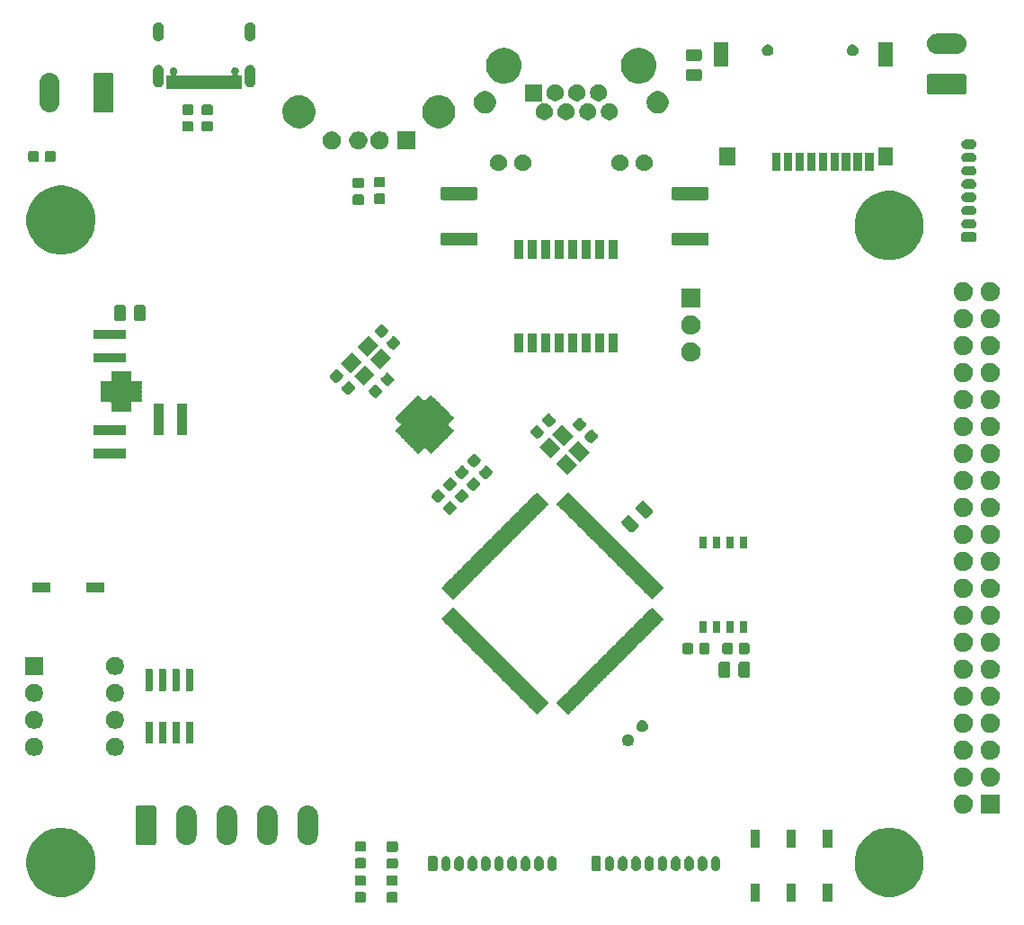
<source format=gts>
G04 #@! TF.GenerationSoftware,KiCad,Pcbnew,5.1.5*
G04 #@! TF.CreationDate,2020-05-11T13:41:00+00:00*
G04 #@! TF.ProjectId,NUC980,4e554339-3830-42e6-9b69-6361645f7063,rev?*
G04 #@! TF.SameCoordinates,Original*
G04 #@! TF.FileFunction,Soldermask,Top*
G04 #@! TF.FilePolarity,Negative*
%FSLAX46Y46*%
G04 Gerber Fmt 4.6, Leading zero omitted, Abs format (unit mm)*
G04 Created by KiCad (PCBNEW 5.1.5) date 2020-05-11 13:41:00*
%MOMM*%
%LPD*%
G04 APERTURE LIST*
%ADD10C,0.100000*%
G04 APERTURE END LIST*
D10*
G36*
X142556091Y-133297585D02*
G01*
X142590069Y-133307893D01*
X142621390Y-133324634D01*
X142648839Y-133347161D01*
X142671366Y-133374610D01*
X142688107Y-133405931D01*
X142698415Y-133439909D01*
X142702500Y-133481390D01*
X142702500Y-134082610D01*
X142698415Y-134124091D01*
X142688107Y-134158069D01*
X142671366Y-134189390D01*
X142648839Y-134216839D01*
X142621390Y-134239366D01*
X142590069Y-134256107D01*
X142556091Y-134266415D01*
X142514610Y-134270500D01*
X141838390Y-134270500D01*
X141796909Y-134266415D01*
X141762931Y-134256107D01*
X141731610Y-134239366D01*
X141704161Y-134216839D01*
X141681634Y-134189390D01*
X141664893Y-134158069D01*
X141654585Y-134124091D01*
X141650500Y-134082610D01*
X141650500Y-133481390D01*
X141654585Y-133439909D01*
X141664893Y-133405931D01*
X141681634Y-133374610D01*
X141704161Y-133347161D01*
X141731610Y-133324634D01*
X141762931Y-133307893D01*
X141796909Y-133297585D01*
X141838390Y-133293500D01*
X142514610Y-133293500D01*
X142556091Y-133297585D01*
G37*
G36*
X139571591Y-133297585D02*
G01*
X139605569Y-133307893D01*
X139636890Y-133324634D01*
X139664339Y-133347161D01*
X139686866Y-133374610D01*
X139703607Y-133405931D01*
X139713915Y-133439909D01*
X139718000Y-133481390D01*
X139718000Y-134082610D01*
X139713915Y-134124091D01*
X139703607Y-134158069D01*
X139686866Y-134189390D01*
X139664339Y-134216839D01*
X139636890Y-134239366D01*
X139605569Y-134256107D01*
X139571591Y-134266415D01*
X139530110Y-134270500D01*
X138853890Y-134270500D01*
X138812409Y-134266415D01*
X138778431Y-134256107D01*
X138747110Y-134239366D01*
X138719661Y-134216839D01*
X138697134Y-134189390D01*
X138680393Y-134158069D01*
X138670085Y-134124091D01*
X138666000Y-134082610D01*
X138666000Y-133481390D01*
X138670085Y-133439909D01*
X138680393Y-133405931D01*
X138697134Y-133374610D01*
X138719661Y-133347161D01*
X138747110Y-133324634D01*
X138778431Y-133307893D01*
X138812409Y-133297585D01*
X138853890Y-133293500D01*
X139530110Y-133293500D01*
X139571591Y-133297585D01*
G37*
G36*
X183631000Y-134191000D02*
G01*
X182769000Y-134191000D01*
X182769000Y-132489000D01*
X183631000Y-132489000D01*
X183631000Y-134191000D01*
G37*
G36*
X180231000Y-134191000D02*
G01*
X179369000Y-134191000D01*
X179369000Y-132489000D01*
X180231000Y-132489000D01*
X180231000Y-134191000D01*
G37*
G36*
X176831000Y-134191000D02*
G01*
X175969000Y-134191000D01*
X175969000Y-132489000D01*
X176831000Y-132489000D01*
X176831000Y-134191000D01*
G37*
G36*
X189634239Y-127311467D02*
G01*
X189948282Y-127373934D01*
X190539926Y-127619001D01*
X190829523Y-127812504D01*
X191072391Y-127974783D01*
X191525217Y-128427609D01*
X191584407Y-128516193D01*
X191880999Y-128960074D01*
X192126066Y-129551718D01*
X192126066Y-129551719D01*
X192251000Y-130179803D01*
X192251000Y-130820197D01*
X192194990Y-131101776D01*
X192126066Y-131448282D01*
X191880999Y-132039926D01*
X191633265Y-132410685D01*
X191540786Y-132549091D01*
X191525216Y-132572392D01*
X191072392Y-133025216D01*
X190539926Y-133380999D01*
X189948282Y-133626066D01*
X189634239Y-133688533D01*
X189320197Y-133751000D01*
X188679803Y-133751000D01*
X188365761Y-133688533D01*
X188051718Y-133626066D01*
X187460074Y-133380999D01*
X186927608Y-133025216D01*
X186474784Y-132572392D01*
X186459215Y-132549091D01*
X186366735Y-132410685D01*
X186119001Y-132039926D01*
X185873934Y-131448282D01*
X185805010Y-131101776D01*
X185749000Y-130820197D01*
X185749000Y-130179803D01*
X185873934Y-129551719D01*
X185873934Y-129551718D01*
X186119001Y-128960074D01*
X186415593Y-128516193D01*
X186474783Y-128427609D01*
X186927609Y-127974783D01*
X187170477Y-127812504D01*
X187460074Y-127619001D01*
X188051718Y-127373934D01*
X188365761Y-127311467D01*
X188679803Y-127249000D01*
X189320197Y-127249000D01*
X189634239Y-127311467D01*
G37*
G36*
X111634239Y-127311467D02*
G01*
X111948282Y-127373934D01*
X112539926Y-127619001D01*
X112829523Y-127812504D01*
X113072391Y-127974783D01*
X113525217Y-128427609D01*
X113584407Y-128516193D01*
X113880999Y-128960074D01*
X114126066Y-129551718D01*
X114126066Y-129551719D01*
X114251000Y-130179803D01*
X114251000Y-130820197D01*
X114194990Y-131101776D01*
X114126066Y-131448282D01*
X113880999Y-132039926D01*
X113633265Y-132410685D01*
X113540786Y-132549091D01*
X113525216Y-132572392D01*
X113072392Y-133025216D01*
X112539926Y-133380999D01*
X111948282Y-133626066D01*
X111634239Y-133688533D01*
X111320197Y-133751000D01*
X110679803Y-133751000D01*
X110365761Y-133688533D01*
X110051718Y-133626066D01*
X109460074Y-133380999D01*
X108927608Y-133025216D01*
X108474784Y-132572392D01*
X108459215Y-132549091D01*
X108366735Y-132410685D01*
X108119001Y-132039926D01*
X107873934Y-131448282D01*
X107805010Y-131101776D01*
X107749000Y-130820197D01*
X107749000Y-130179803D01*
X107873934Y-129551719D01*
X107873934Y-129551718D01*
X108119001Y-128960074D01*
X108415593Y-128516193D01*
X108474783Y-128427609D01*
X108927609Y-127974783D01*
X109170477Y-127812504D01*
X109460074Y-127619001D01*
X110051718Y-127373934D01*
X110365761Y-127311467D01*
X110679803Y-127249000D01*
X111320197Y-127249000D01*
X111634239Y-127311467D01*
G37*
G36*
X142556091Y-131722585D02*
G01*
X142590069Y-131732893D01*
X142621390Y-131749634D01*
X142648839Y-131772161D01*
X142671366Y-131799610D01*
X142688107Y-131830931D01*
X142698415Y-131864909D01*
X142702500Y-131906390D01*
X142702500Y-132507610D01*
X142698415Y-132549091D01*
X142688107Y-132583069D01*
X142671366Y-132614390D01*
X142648839Y-132641839D01*
X142621390Y-132664366D01*
X142590069Y-132681107D01*
X142556091Y-132691415D01*
X142514610Y-132695500D01*
X141838390Y-132695500D01*
X141796909Y-132691415D01*
X141762931Y-132681107D01*
X141731610Y-132664366D01*
X141704161Y-132641839D01*
X141681634Y-132614390D01*
X141664893Y-132583069D01*
X141654585Y-132549091D01*
X141650500Y-132507610D01*
X141650500Y-131906390D01*
X141654585Y-131864909D01*
X141664893Y-131830931D01*
X141681634Y-131799610D01*
X141704161Y-131772161D01*
X141731610Y-131749634D01*
X141762931Y-131732893D01*
X141796909Y-131722585D01*
X141838390Y-131718500D01*
X142514610Y-131718500D01*
X142556091Y-131722585D01*
G37*
G36*
X139571591Y-131722585D02*
G01*
X139605569Y-131732893D01*
X139636890Y-131749634D01*
X139664339Y-131772161D01*
X139686866Y-131799610D01*
X139703607Y-131830931D01*
X139713915Y-131864909D01*
X139718000Y-131906390D01*
X139718000Y-132507610D01*
X139713915Y-132549091D01*
X139703607Y-132583069D01*
X139686866Y-132614390D01*
X139664339Y-132641839D01*
X139636890Y-132664366D01*
X139605569Y-132681107D01*
X139571591Y-132691415D01*
X139530110Y-132695500D01*
X138853890Y-132695500D01*
X138812409Y-132691415D01*
X138778431Y-132681107D01*
X138747110Y-132664366D01*
X138719661Y-132641839D01*
X138697134Y-132614390D01*
X138680393Y-132583069D01*
X138670085Y-132549091D01*
X138666000Y-132507610D01*
X138666000Y-131906390D01*
X138670085Y-131864909D01*
X138680393Y-131830931D01*
X138697134Y-131799610D01*
X138719661Y-131772161D01*
X138747110Y-131749634D01*
X138778431Y-131732893D01*
X138812409Y-131722585D01*
X138853890Y-131718500D01*
X139530110Y-131718500D01*
X139571591Y-131722585D01*
G37*
G36*
X149838409Y-129905525D02*
G01*
X149923425Y-129931314D01*
X150001774Y-129973193D01*
X150070449Y-130029552D01*
X150126807Y-130098225D01*
X150168686Y-130176574D01*
X150194475Y-130261590D01*
X150201000Y-130327842D01*
X150201000Y-130872158D01*
X150194475Y-130938410D01*
X150168686Y-131023426D01*
X150126807Y-131101775D01*
X150070449Y-131170449D01*
X150001775Y-131226807D01*
X149923426Y-131268686D01*
X149838410Y-131294475D01*
X149750000Y-131303182D01*
X149661591Y-131294475D01*
X149576575Y-131268686D01*
X149498226Y-131226807D01*
X149429552Y-131170449D01*
X149373195Y-131101776D01*
X149331313Y-131023423D01*
X149305525Y-130938410D01*
X149299000Y-130872158D01*
X149299000Y-130327843D01*
X149305525Y-130261591D01*
X149331314Y-130176575D01*
X149373193Y-130098226D01*
X149429552Y-130029551D01*
X149498225Y-129973193D01*
X149576574Y-129931314D01*
X149661590Y-129905525D01*
X149750000Y-129896818D01*
X149838409Y-129905525D01*
G37*
G36*
X165238409Y-129905525D02*
G01*
X165323425Y-129931314D01*
X165401774Y-129973193D01*
X165470449Y-130029552D01*
X165526807Y-130098225D01*
X165568686Y-130176574D01*
X165594475Y-130261590D01*
X165601000Y-130327842D01*
X165601000Y-130872158D01*
X165594475Y-130938410D01*
X165568686Y-131023426D01*
X165526807Y-131101775D01*
X165470449Y-131170449D01*
X165401775Y-131226807D01*
X165323426Y-131268686D01*
X165238410Y-131294475D01*
X165150000Y-131303182D01*
X165061591Y-131294475D01*
X164976575Y-131268686D01*
X164898226Y-131226807D01*
X164829552Y-131170449D01*
X164773195Y-131101776D01*
X164731313Y-131023423D01*
X164705525Y-130938410D01*
X164699000Y-130872158D01*
X164699000Y-130327843D01*
X164705525Y-130261591D01*
X164731314Y-130176575D01*
X164773193Y-130098226D01*
X164829552Y-130029551D01*
X164898225Y-129973193D01*
X164976574Y-129931314D01*
X165061590Y-129905525D01*
X165150000Y-129896818D01*
X165238409Y-129905525D01*
G37*
G36*
X163988409Y-129905525D02*
G01*
X164073425Y-129931314D01*
X164151774Y-129973193D01*
X164220449Y-130029552D01*
X164276807Y-130098225D01*
X164318686Y-130176574D01*
X164344475Y-130261590D01*
X164351000Y-130327842D01*
X164351000Y-130872158D01*
X164344475Y-130938410D01*
X164318686Y-131023426D01*
X164276807Y-131101775D01*
X164220449Y-131170449D01*
X164151775Y-131226807D01*
X164073426Y-131268686D01*
X163988410Y-131294475D01*
X163900000Y-131303182D01*
X163811591Y-131294475D01*
X163726575Y-131268686D01*
X163648226Y-131226807D01*
X163579552Y-131170449D01*
X163523195Y-131101776D01*
X163481313Y-131023423D01*
X163455525Y-130938410D01*
X163449000Y-130872158D01*
X163449000Y-130327843D01*
X163455525Y-130261591D01*
X163481314Y-130176575D01*
X163523193Y-130098226D01*
X163579552Y-130029551D01*
X163648225Y-129973193D01*
X163726574Y-129931314D01*
X163811590Y-129905525D01*
X163900000Y-129896818D01*
X163988409Y-129905525D01*
G37*
G36*
X162738409Y-129905525D02*
G01*
X162823425Y-129931314D01*
X162901774Y-129973193D01*
X162970449Y-130029552D01*
X163026807Y-130098225D01*
X163068686Y-130176574D01*
X163094475Y-130261590D01*
X163101000Y-130327842D01*
X163101000Y-130872158D01*
X163094475Y-130938410D01*
X163068686Y-131023426D01*
X163026807Y-131101775D01*
X162970449Y-131170449D01*
X162901775Y-131226807D01*
X162823426Y-131268686D01*
X162738410Y-131294475D01*
X162650000Y-131303182D01*
X162561591Y-131294475D01*
X162476575Y-131268686D01*
X162398226Y-131226807D01*
X162329552Y-131170449D01*
X162273195Y-131101776D01*
X162231313Y-131023423D01*
X162205525Y-130938410D01*
X162199000Y-130872158D01*
X162199000Y-130327843D01*
X162205525Y-130261591D01*
X162231314Y-130176575D01*
X162273193Y-130098226D01*
X162329552Y-130029551D01*
X162398225Y-129973193D01*
X162476574Y-129931314D01*
X162561590Y-129905525D01*
X162650000Y-129896818D01*
X162738409Y-129905525D01*
G37*
G36*
X152338409Y-129905525D02*
G01*
X152423425Y-129931314D01*
X152501774Y-129973193D01*
X152570449Y-130029552D01*
X152626807Y-130098225D01*
X152668686Y-130176574D01*
X152694475Y-130261590D01*
X152701000Y-130327842D01*
X152701000Y-130872158D01*
X152694475Y-130938410D01*
X152668686Y-131023426D01*
X152626807Y-131101775D01*
X152570449Y-131170449D01*
X152501775Y-131226807D01*
X152423426Y-131268686D01*
X152338410Y-131294475D01*
X152250000Y-131303182D01*
X152161591Y-131294475D01*
X152076575Y-131268686D01*
X151998226Y-131226807D01*
X151929552Y-131170449D01*
X151873195Y-131101776D01*
X151831313Y-131023423D01*
X151805525Y-130938410D01*
X151799000Y-130872158D01*
X151799000Y-130327843D01*
X151805525Y-130261591D01*
X151831314Y-130176575D01*
X151873193Y-130098226D01*
X151929552Y-130029551D01*
X151998225Y-129973193D01*
X152076574Y-129931314D01*
X152161590Y-129905525D01*
X152250000Y-129896818D01*
X152338409Y-129905525D01*
G37*
G36*
X148588409Y-129905525D02*
G01*
X148673425Y-129931314D01*
X148751774Y-129973193D01*
X148820449Y-130029552D01*
X148876807Y-130098225D01*
X148918686Y-130176574D01*
X148944475Y-130261590D01*
X148951000Y-130327842D01*
X148951000Y-130872158D01*
X148944475Y-130938410D01*
X148918686Y-131023426D01*
X148876807Y-131101775D01*
X148820449Y-131170449D01*
X148751775Y-131226807D01*
X148673426Y-131268686D01*
X148588410Y-131294475D01*
X148500000Y-131303182D01*
X148411591Y-131294475D01*
X148326575Y-131268686D01*
X148248226Y-131226807D01*
X148179552Y-131170449D01*
X148123195Y-131101776D01*
X148081313Y-131023423D01*
X148055525Y-130938410D01*
X148049000Y-130872158D01*
X148049000Y-130327843D01*
X148055525Y-130261591D01*
X148081314Y-130176575D01*
X148123193Y-130098226D01*
X148179552Y-130029551D01*
X148248225Y-129973193D01*
X148326574Y-129931314D01*
X148411590Y-129905525D01*
X148500000Y-129896818D01*
X148588409Y-129905525D01*
G37*
G36*
X147338409Y-129905525D02*
G01*
X147423425Y-129931314D01*
X147501774Y-129973193D01*
X147570449Y-130029552D01*
X147626807Y-130098225D01*
X147668686Y-130176574D01*
X147694475Y-130261590D01*
X147701000Y-130327842D01*
X147701000Y-130872158D01*
X147694475Y-130938410D01*
X147668686Y-131023426D01*
X147626807Y-131101775D01*
X147570449Y-131170449D01*
X147501775Y-131226807D01*
X147423426Y-131268686D01*
X147338410Y-131294475D01*
X147250000Y-131303182D01*
X147161591Y-131294475D01*
X147076575Y-131268686D01*
X146998226Y-131226807D01*
X146929552Y-131170449D01*
X146873195Y-131101776D01*
X146831313Y-131023423D01*
X146805525Y-130938410D01*
X146799000Y-130872158D01*
X146799000Y-130327843D01*
X146805525Y-130261591D01*
X146831314Y-130176575D01*
X146873193Y-130098226D01*
X146929552Y-130029551D01*
X146998225Y-129973193D01*
X147076574Y-129931314D01*
X147161590Y-129905525D01*
X147250000Y-129896818D01*
X147338409Y-129905525D01*
G37*
G36*
X167738409Y-129905525D02*
G01*
X167823425Y-129931314D01*
X167901774Y-129973193D01*
X167970449Y-130029552D01*
X168026807Y-130098225D01*
X168068686Y-130176574D01*
X168094475Y-130261590D01*
X168101000Y-130327842D01*
X168101000Y-130872158D01*
X168094475Y-130938410D01*
X168068686Y-131023426D01*
X168026807Y-131101775D01*
X167970449Y-131170449D01*
X167901775Y-131226807D01*
X167823426Y-131268686D01*
X167738410Y-131294475D01*
X167650000Y-131303182D01*
X167561591Y-131294475D01*
X167476575Y-131268686D01*
X167398226Y-131226807D01*
X167329552Y-131170449D01*
X167273195Y-131101776D01*
X167231313Y-131023423D01*
X167205525Y-130938410D01*
X167199000Y-130872158D01*
X167199000Y-130327843D01*
X167205525Y-130261591D01*
X167231314Y-130176575D01*
X167273193Y-130098226D01*
X167329552Y-130029551D01*
X167398225Y-129973193D01*
X167476574Y-129931314D01*
X167561590Y-129905525D01*
X167650000Y-129896818D01*
X167738409Y-129905525D01*
G37*
G36*
X166488409Y-129905525D02*
G01*
X166573425Y-129931314D01*
X166651774Y-129973193D01*
X166720449Y-130029552D01*
X166776807Y-130098225D01*
X166818686Y-130176574D01*
X166844475Y-130261590D01*
X166851000Y-130327842D01*
X166851000Y-130872158D01*
X166844475Y-130938410D01*
X166818686Y-131023426D01*
X166776807Y-131101775D01*
X166720449Y-131170449D01*
X166651775Y-131226807D01*
X166573426Y-131268686D01*
X166488410Y-131294475D01*
X166400000Y-131303182D01*
X166311591Y-131294475D01*
X166226575Y-131268686D01*
X166148226Y-131226807D01*
X166079552Y-131170449D01*
X166023195Y-131101776D01*
X165981313Y-131023423D01*
X165955525Y-130938410D01*
X165949000Y-130872158D01*
X165949000Y-130327843D01*
X165955525Y-130261591D01*
X165981314Y-130176575D01*
X166023193Y-130098226D01*
X166079552Y-130029551D01*
X166148225Y-129973193D01*
X166226574Y-129931314D01*
X166311590Y-129905525D01*
X166400000Y-129896818D01*
X166488409Y-129905525D01*
G37*
G36*
X157338409Y-129905525D02*
G01*
X157423425Y-129931314D01*
X157501774Y-129973193D01*
X157570449Y-130029552D01*
X157626807Y-130098225D01*
X157668686Y-130176574D01*
X157694475Y-130261590D01*
X157701000Y-130327842D01*
X157701000Y-130872158D01*
X157694475Y-130938410D01*
X157668686Y-131023426D01*
X157626807Y-131101775D01*
X157570449Y-131170449D01*
X157501775Y-131226807D01*
X157423426Y-131268686D01*
X157338410Y-131294475D01*
X157250000Y-131303182D01*
X157161591Y-131294475D01*
X157076575Y-131268686D01*
X156998226Y-131226807D01*
X156929552Y-131170449D01*
X156873195Y-131101776D01*
X156831313Y-131023423D01*
X156805525Y-130938410D01*
X156799000Y-130872158D01*
X156799000Y-130327843D01*
X156805525Y-130261591D01*
X156831314Y-130176575D01*
X156873193Y-130098226D01*
X156929552Y-130029551D01*
X156998225Y-129973193D01*
X157076574Y-129931314D01*
X157161590Y-129905525D01*
X157250000Y-129896818D01*
X157338409Y-129905525D01*
G37*
G36*
X168988409Y-129905525D02*
G01*
X169073425Y-129931314D01*
X169151774Y-129973193D01*
X169220449Y-130029552D01*
X169276807Y-130098225D01*
X169318686Y-130176574D01*
X169344475Y-130261590D01*
X169351000Y-130327842D01*
X169351000Y-130872158D01*
X169344475Y-130938410D01*
X169318686Y-131023426D01*
X169276807Y-131101775D01*
X169220449Y-131170449D01*
X169151775Y-131226807D01*
X169073426Y-131268686D01*
X168988410Y-131294475D01*
X168900000Y-131303182D01*
X168811591Y-131294475D01*
X168726575Y-131268686D01*
X168648226Y-131226807D01*
X168579552Y-131170449D01*
X168523195Y-131101776D01*
X168481313Y-131023423D01*
X168455525Y-130938410D01*
X168449000Y-130872158D01*
X168449000Y-130327843D01*
X168455525Y-130261591D01*
X168481314Y-130176575D01*
X168523193Y-130098226D01*
X168579552Y-130029551D01*
X168648225Y-129973193D01*
X168726574Y-129931314D01*
X168811590Y-129905525D01*
X168900000Y-129896818D01*
X168988409Y-129905525D01*
G37*
G36*
X156088409Y-129905525D02*
G01*
X156173425Y-129931314D01*
X156251774Y-129973193D01*
X156320449Y-130029552D01*
X156376807Y-130098225D01*
X156418686Y-130176574D01*
X156444475Y-130261590D01*
X156451000Y-130327842D01*
X156451000Y-130872158D01*
X156444475Y-130938410D01*
X156418686Y-131023426D01*
X156376807Y-131101775D01*
X156320449Y-131170449D01*
X156251775Y-131226807D01*
X156173426Y-131268686D01*
X156088410Y-131294475D01*
X156000000Y-131303182D01*
X155911591Y-131294475D01*
X155826575Y-131268686D01*
X155748226Y-131226807D01*
X155679552Y-131170449D01*
X155623195Y-131101776D01*
X155581313Y-131023423D01*
X155555525Y-130938410D01*
X155549000Y-130872158D01*
X155549000Y-130327843D01*
X155555525Y-130261591D01*
X155581314Y-130176575D01*
X155623193Y-130098226D01*
X155679552Y-130029551D01*
X155748225Y-129973193D01*
X155826574Y-129931314D01*
X155911590Y-129905525D01*
X156000000Y-129896818D01*
X156088409Y-129905525D01*
G37*
G36*
X170238409Y-129905525D02*
G01*
X170323425Y-129931314D01*
X170401774Y-129973193D01*
X170470449Y-130029552D01*
X170526807Y-130098225D01*
X170568686Y-130176574D01*
X170594475Y-130261590D01*
X170601000Y-130327842D01*
X170601000Y-130872158D01*
X170594475Y-130938410D01*
X170568686Y-131023426D01*
X170526807Y-131101775D01*
X170470449Y-131170449D01*
X170401775Y-131226807D01*
X170323426Y-131268686D01*
X170238410Y-131294475D01*
X170150000Y-131303182D01*
X170061591Y-131294475D01*
X169976575Y-131268686D01*
X169898226Y-131226807D01*
X169829552Y-131170449D01*
X169773195Y-131101776D01*
X169731313Y-131023423D01*
X169705525Y-130938410D01*
X169699000Y-130872158D01*
X169699000Y-130327843D01*
X169705525Y-130261591D01*
X169731314Y-130176575D01*
X169773193Y-130098226D01*
X169829552Y-130029551D01*
X169898225Y-129973193D01*
X169976574Y-129931314D01*
X170061590Y-129905525D01*
X170150000Y-129896818D01*
X170238409Y-129905525D01*
G37*
G36*
X154838409Y-129905525D02*
G01*
X154923425Y-129931314D01*
X155001774Y-129973193D01*
X155070449Y-130029552D01*
X155126807Y-130098225D01*
X155168686Y-130176574D01*
X155194475Y-130261590D01*
X155201000Y-130327842D01*
X155201000Y-130872158D01*
X155194475Y-130938410D01*
X155168686Y-131023426D01*
X155126807Y-131101775D01*
X155070449Y-131170449D01*
X155001775Y-131226807D01*
X154923426Y-131268686D01*
X154838410Y-131294475D01*
X154750000Y-131303182D01*
X154661591Y-131294475D01*
X154576575Y-131268686D01*
X154498226Y-131226807D01*
X154429552Y-131170449D01*
X154373195Y-131101776D01*
X154331313Y-131023423D01*
X154305525Y-130938410D01*
X154299000Y-130872158D01*
X154299000Y-130327843D01*
X154305525Y-130261591D01*
X154331314Y-130176575D01*
X154373193Y-130098226D01*
X154429552Y-130029551D01*
X154498225Y-129973193D01*
X154576574Y-129931314D01*
X154661590Y-129905525D01*
X154750000Y-129896818D01*
X154838409Y-129905525D01*
G37*
G36*
X153588409Y-129905525D02*
G01*
X153673425Y-129931314D01*
X153751774Y-129973193D01*
X153820449Y-130029552D01*
X153876807Y-130098225D01*
X153918686Y-130176574D01*
X153944475Y-130261590D01*
X153951000Y-130327842D01*
X153951000Y-130872158D01*
X153944475Y-130938410D01*
X153918686Y-131023426D01*
X153876807Y-131101775D01*
X153820449Y-131170449D01*
X153751775Y-131226807D01*
X153673426Y-131268686D01*
X153588410Y-131294475D01*
X153500000Y-131303182D01*
X153411591Y-131294475D01*
X153326575Y-131268686D01*
X153248226Y-131226807D01*
X153179552Y-131170449D01*
X153123195Y-131101776D01*
X153081313Y-131023423D01*
X153055525Y-130938410D01*
X153049000Y-130872158D01*
X153049000Y-130327843D01*
X153055525Y-130261591D01*
X153081314Y-130176575D01*
X153123193Y-130098226D01*
X153179552Y-130029551D01*
X153248225Y-129973193D01*
X153326574Y-129931314D01*
X153411590Y-129905525D01*
X153500000Y-129896818D01*
X153588409Y-129905525D01*
G37*
G36*
X171488409Y-129905525D02*
G01*
X171573425Y-129931314D01*
X171651774Y-129973193D01*
X171720449Y-130029552D01*
X171776807Y-130098225D01*
X171818686Y-130176574D01*
X171844475Y-130261590D01*
X171851000Y-130327842D01*
X171851000Y-130872158D01*
X171844475Y-130938410D01*
X171818686Y-131023426D01*
X171776807Y-131101775D01*
X171720449Y-131170449D01*
X171651775Y-131226807D01*
X171573426Y-131268686D01*
X171488410Y-131294475D01*
X171400000Y-131303182D01*
X171311591Y-131294475D01*
X171226575Y-131268686D01*
X171148226Y-131226807D01*
X171079552Y-131170449D01*
X171023195Y-131101776D01*
X170981313Y-131023423D01*
X170955525Y-130938410D01*
X170949000Y-130872158D01*
X170949000Y-130327843D01*
X170955525Y-130261591D01*
X170981314Y-130176575D01*
X171023193Y-130098226D01*
X171079552Y-130029551D01*
X171148225Y-129973193D01*
X171226574Y-129931314D01*
X171311590Y-129905525D01*
X171400000Y-129896818D01*
X171488409Y-129905525D01*
G37*
G36*
X172738409Y-129905525D02*
G01*
X172823425Y-129931314D01*
X172901774Y-129973193D01*
X172970449Y-130029552D01*
X173026807Y-130098225D01*
X173068686Y-130176574D01*
X173094475Y-130261590D01*
X173101000Y-130327842D01*
X173101000Y-130872158D01*
X173094475Y-130938410D01*
X173068686Y-131023426D01*
X173026807Y-131101775D01*
X172970449Y-131170449D01*
X172901775Y-131226807D01*
X172823426Y-131268686D01*
X172738410Y-131294475D01*
X172650000Y-131303182D01*
X172561591Y-131294475D01*
X172476575Y-131268686D01*
X172398226Y-131226807D01*
X172329552Y-131170449D01*
X172273195Y-131101776D01*
X172231313Y-131023423D01*
X172205525Y-130938410D01*
X172199000Y-130872158D01*
X172199000Y-130327843D01*
X172205525Y-130261591D01*
X172231314Y-130176575D01*
X172273193Y-130098226D01*
X172329552Y-130029551D01*
X172398225Y-129973193D01*
X172476574Y-129931314D01*
X172561590Y-129905525D01*
X172650000Y-129896818D01*
X172738409Y-129905525D01*
G37*
G36*
X151088409Y-129905525D02*
G01*
X151173425Y-129931314D01*
X151251774Y-129973193D01*
X151320449Y-130029552D01*
X151376807Y-130098225D01*
X151418686Y-130176574D01*
X151444475Y-130261590D01*
X151451000Y-130327842D01*
X151451000Y-130872158D01*
X151444475Y-130938410D01*
X151418686Y-131023426D01*
X151376807Y-131101775D01*
X151320449Y-131170449D01*
X151251775Y-131226807D01*
X151173426Y-131268686D01*
X151088410Y-131294475D01*
X151000000Y-131303182D01*
X150911591Y-131294475D01*
X150826575Y-131268686D01*
X150748226Y-131226807D01*
X150679552Y-131170449D01*
X150623195Y-131101776D01*
X150581313Y-131023423D01*
X150555525Y-130938410D01*
X150549000Y-130872158D01*
X150549000Y-130327843D01*
X150555525Y-130261591D01*
X150581314Y-130176575D01*
X150623193Y-130098226D01*
X150679552Y-130029551D01*
X150748225Y-129973193D01*
X150826574Y-129931314D01*
X150911590Y-129905525D01*
X151000000Y-129896818D01*
X151088409Y-129905525D01*
G37*
G36*
X146319683Y-129902725D02*
G01*
X146350143Y-129911966D01*
X146378223Y-129926974D01*
X146402831Y-129947169D01*
X146423026Y-129971777D01*
X146438034Y-129999857D01*
X146447275Y-130030317D01*
X146451000Y-130068140D01*
X146451000Y-131131860D01*
X146447275Y-131169683D01*
X146438034Y-131200143D01*
X146423026Y-131228223D01*
X146402831Y-131252831D01*
X146378223Y-131273026D01*
X146350143Y-131288034D01*
X146319683Y-131297275D01*
X146281860Y-131301000D01*
X145718140Y-131301000D01*
X145680317Y-131297275D01*
X145649857Y-131288034D01*
X145621777Y-131273026D01*
X145597169Y-131252831D01*
X145576974Y-131228223D01*
X145561966Y-131200143D01*
X145552725Y-131169683D01*
X145549000Y-131131860D01*
X145549000Y-130068140D01*
X145552725Y-130030317D01*
X145561966Y-129999857D01*
X145576974Y-129971777D01*
X145597169Y-129947169D01*
X145621777Y-129926974D01*
X145649857Y-129911966D01*
X145680317Y-129902725D01*
X145718140Y-129899000D01*
X146281860Y-129899000D01*
X146319683Y-129902725D01*
G37*
G36*
X161719683Y-129902725D02*
G01*
X161750143Y-129911966D01*
X161778223Y-129926974D01*
X161802831Y-129947169D01*
X161823026Y-129971777D01*
X161838034Y-129999857D01*
X161847275Y-130030317D01*
X161851000Y-130068140D01*
X161851000Y-131131860D01*
X161847275Y-131169683D01*
X161838034Y-131200143D01*
X161823026Y-131228223D01*
X161802831Y-131252831D01*
X161778223Y-131273026D01*
X161750143Y-131288034D01*
X161719683Y-131297275D01*
X161681860Y-131301000D01*
X161118140Y-131301000D01*
X161080317Y-131297275D01*
X161049857Y-131288034D01*
X161021777Y-131273026D01*
X160997169Y-131252831D01*
X160976974Y-131228223D01*
X160961966Y-131200143D01*
X160952725Y-131169683D01*
X160949000Y-131131860D01*
X160949000Y-130068140D01*
X160952725Y-130030317D01*
X160961966Y-129999857D01*
X160976974Y-129971777D01*
X160997169Y-129947169D01*
X161021777Y-129926974D01*
X161049857Y-129911966D01*
X161080317Y-129902725D01*
X161118140Y-129899000D01*
X161681860Y-129899000D01*
X161719683Y-129902725D01*
G37*
G36*
X142579591Y-130103085D02*
G01*
X142613569Y-130113393D01*
X142644890Y-130130134D01*
X142672339Y-130152661D01*
X142694866Y-130180110D01*
X142711607Y-130211431D01*
X142721915Y-130245409D01*
X142726000Y-130286890D01*
X142726000Y-130888110D01*
X142721915Y-130929591D01*
X142711607Y-130963569D01*
X142694866Y-130994890D01*
X142672339Y-131022339D01*
X142644890Y-131044866D01*
X142613569Y-131061607D01*
X142579591Y-131071915D01*
X142538110Y-131076000D01*
X141861890Y-131076000D01*
X141820409Y-131071915D01*
X141786431Y-131061607D01*
X141755110Y-131044866D01*
X141727661Y-131022339D01*
X141705134Y-130994890D01*
X141688393Y-130963569D01*
X141678085Y-130929591D01*
X141674000Y-130888110D01*
X141674000Y-130286890D01*
X141678085Y-130245409D01*
X141688393Y-130211431D01*
X141705134Y-130180110D01*
X141727661Y-130152661D01*
X141755110Y-130130134D01*
X141786431Y-130113393D01*
X141820409Y-130103085D01*
X141861890Y-130099000D01*
X142538110Y-130099000D01*
X142579591Y-130103085D01*
G37*
G36*
X139579591Y-130090585D02*
G01*
X139613569Y-130100893D01*
X139644890Y-130117634D01*
X139672339Y-130140161D01*
X139694866Y-130167610D01*
X139711607Y-130198931D01*
X139721915Y-130232909D01*
X139726000Y-130274390D01*
X139726000Y-130875610D01*
X139721915Y-130917091D01*
X139711607Y-130951069D01*
X139694866Y-130982390D01*
X139672339Y-131009839D01*
X139644890Y-131032366D01*
X139613569Y-131049107D01*
X139579591Y-131059415D01*
X139538110Y-131063500D01*
X138861890Y-131063500D01*
X138820409Y-131059415D01*
X138786431Y-131049107D01*
X138755110Y-131032366D01*
X138727661Y-131009839D01*
X138705134Y-130982390D01*
X138688393Y-130951069D01*
X138678085Y-130917091D01*
X138674000Y-130875610D01*
X138674000Y-130274390D01*
X138678085Y-130232909D01*
X138688393Y-130198931D01*
X138705134Y-130167610D01*
X138727661Y-130140161D01*
X138755110Y-130117634D01*
X138786431Y-130100893D01*
X138820409Y-130090585D01*
X138861890Y-130086500D01*
X139538110Y-130086500D01*
X139579591Y-130090585D01*
G37*
G36*
X142579591Y-128528085D02*
G01*
X142613569Y-128538393D01*
X142644890Y-128555134D01*
X142672339Y-128577661D01*
X142694866Y-128605110D01*
X142711607Y-128636431D01*
X142721915Y-128670409D01*
X142726000Y-128711890D01*
X142726000Y-129313110D01*
X142721915Y-129354591D01*
X142711607Y-129388569D01*
X142694866Y-129419890D01*
X142672339Y-129447339D01*
X142644890Y-129469866D01*
X142613569Y-129486607D01*
X142579591Y-129496915D01*
X142538110Y-129501000D01*
X141861890Y-129501000D01*
X141820409Y-129496915D01*
X141786431Y-129486607D01*
X141755110Y-129469866D01*
X141727661Y-129447339D01*
X141705134Y-129419890D01*
X141688393Y-129388569D01*
X141678085Y-129354591D01*
X141674000Y-129313110D01*
X141674000Y-128711890D01*
X141678085Y-128670409D01*
X141688393Y-128636431D01*
X141705134Y-128605110D01*
X141727661Y-128577661D01*
X141755110Y-128555134D01*
X141786431Y-128538393D01*
X141820409Y-128528085D01*
X141861890Y-128524000D01*
X142538110Y-128524000D01*
X142579591Y-128528085D01*
G37*
G36*
X139579591Y-128515585D02*
G01*
X139613569Y-128525893D01*
X139644890Y-128542634D01*
X139672339Y-128565161D01*
X139694866Y-128592610D01*
X139711607Y-128623931D01*
X139721915Y-128657909D01*
X139726000Y-128699390D01*
X139726000Y-129300610D01*
X139721915Y-129342091D01*
X139711607Y-129376069D01*
X139694866Y-129407390D01*
X139672339Y-129434839D01*
X139644890Y-129457366D01*
X139613569Y-129474107D01*
X139579591Y-129484415D01*
X139538110Y-129488500D01*
X138861890Y-129488500D01*
X138820409Y-129484415D01*
X138786431Y-129474107D01*
X138755110Y-129457366D01*
X138727661Y-129434839D01*
X138705134Y-129407390D01*
X138688393Y-129376069D01*
X138678085Y-129342091D01*
X138674000Y-129300610D01*
X138674000Y-128699390D01*
X138678085Y-128657909D01*
X138688393Y-128623931D01*
X138705134Y-128592610D01*
X138727661Y-128565161D01*
X138755110Y-128542634D01*
X138786431Y-128525893D01*
X138820409Y-128515585D01*
X138861890Y-128511500D01*
X139538110Y-128511500D01*
X139579591Y-128515585D01*
G37*
G36*
X176831000Y-129111000D02*
G01*
X175969000Y-129111000D01*
X175969000Y-127409000D01*
X176831000Y-127409000D01*
X176831000Y-129111000D01*
G37*
G36*
X183631000Y-129111000D02*
G01*
X182769000Y-129111000D01*
X182769000Y-127409000D01*
X183631000Y-127409000D01*
X183631000Y-129111000D01*
G37*
G36*
X180231000Y-129111000D02*
G01*
X179369000Y-129111000D01*
X179369000Y-127409000D01*
X180231000Y-127409000D01*
X180231000Y-129111000D01*
G37*
G36*
X134426424Y-125162760D02*
G01*
X134426427Y-125162761D01*
X134426428Y-125162761D01*
X134605692Y-125217140D01*
X134605695Y-125217142D01*
X134605696Y-125217142D01*
X134770903Y-125305446D01*
X134915712Y-125424288D01*
X135034554Y-125569097D01*
X135104444Y-125699853D01*
X135122860Y-125734307D01*
X135177239Y-125913571D01*
X135177240Y-125913575D01*
X135191000Y-126053282D01*
X135191000Y-127946718D01*
X135177240Y-128086425D01*
X135177239Y-128086428D01*
X135177239Y-128086429D01*
X135122860Y-128265693D01*
X135122858Y-128265696D01*
X135122858Y-128265697D01*
X135034554Y-128430903D01*
X134915712Y-128575712D01*
X134770903Y-128694554D01*
X134623425Y-128773382D01*
X134605693Y-128782860D01*
X134426429Y-128837239D01*
X134426428Y-128837239D01*
X134426425Y-128837240D01*
X134240000Y-128855601D01*
X134053576Y-128837240D01*
X134053573Y-128837239D01*
X134053572Y-128837239D01*
X133874308Y-128782860D01*
X133856576Y-128773382D01*
X133709098Y-128694554D01*
X133564289Y-128575712D01*
X133445447Y-128430903D01*
X133357143Y-128265697D01*
X133357143Y-128265696D01*
X133357141Y-128265693D01*
X133302762Y-128086429D01*
X133302762Y-128086428D01*
X133302761Y-128086425D01*
X133289000Y-127946717D01*
X133289000Y-126053283D01*
X133302760Y-125913576D01*
X133302761Y-125913572D01*
X133357140Y-125734308D01*
X133357143Y-125734303D01*
X133445446Y-125569097D01*
X133564288Y-125424288D01*
X133709097Y-125305446D01*
X133874303Y-125217142D01*
X133874304Y-125217142D01*
X133874307Y-125217140D01*
X134053571Y-125162761D01*
X134053572Y-125162761D01*
X134053575Y-125162760D01*
X134240000Y-125144399D01*
X134426424Y-125162760D01*
G37*
G36*
X130616424Y-125162760D02*
G01*
X130616427Y-125162761D01*
X130616428Y-125162761D01*
X130795692Y-125217140D01*
X130795695Y-125217142D01*
X130795696Y-125217142D01*
X130960903Y-125305446D01*
X131105712Y-125424288D01*
X131224554Y-125569097D01*
X131294444Y-125699853D01*
X131312860Y-125734307D01*
X131367239Y-125913571D01*
X131367240Y-125913575D01*
X131381000Y-126053282D01*
X131381000Y-127946718D01*
X131367240Y-128086425D01*
X131367239Y-128086428D01*
X131367239Y-128086429D01*
X131312860Y-128265693D01*
X131312858Y-128265696D01*
X131312858Y-128265697D01*
X131224554Y-128430903D01*
X131105712Y-128575712D01*
X130960903Y-128694554D01*
X130813425Y-128773382D01*
X130795693Y-128782860D01*
X130616429Y-128837239D01*
X130616428Y-128837239D01*
X130616425Y-128837240D01*
X130430000Y-128855601D01*
X130243576Y-128837240D01*
X130243573Y-128837239D01*
X130243572Y-128837239D01*
X130064308Y-128782860D01*
X130046576Y-128773382D01*
X129899098Y-128694554D01*
X129754289Y-128575712D01*
X129635447Y-128430903D01*
X129547143Y-128265697D01*
X129547143Y-128265696D01*
X129547141Y-128265693D01*
X129492762Y-128086429D01*
X129492762Y-128086428D01*
X129492761Y-128086425D01*
X129479000Y-127946717D01*
X129479000Y-126053283D01*
X129492760Y-125913576D01*
X129492761Y-125913572D01*
X129547140Y-125734308D01*
X129547143Y-125734303D01*
X129635446Y-125569097D01*
X129754288Y-125424288D01*
X129899097Y-125305446D01*
X130064303Y-125217142D01*
X130064304Y-125217142D01*
X130064307Y-125217140D01*
X130243571Y-125162761D01*
X130243572Y-125162761D01*
X130243575Y-125162760D01*
X130430000Y-125144399D01*
X130616424Y-125162760D01*
G37*
G36*
X122996424Y-125162760D02*
G01*
X122996427Y-125162761D01*
X122996428Y-125162761D01*
X123175692Y-125217140D01*
X123175695Y-125217142D01*
X123175696Y-125217142D01*
X123340903Y-125305446D01*
X123485712Y-125424288D01*
X123604554Y-125569097D01*
X123674444Y-125699853D01*
X123692860Y-125734307D01*
X123747239Y-125913571D01*
X123747240Y-125913575D01*
X123761000Y-126053282D01*
X123761000Y-127946718D01*
X123747240Y-128086425D01*
X123747239Y-128086428D01*
X123747239Y-128086429D01*
X123692860Y-128265693D01*
X123692858Y-128265696D01*
X123692858Y-128265697D01*
X123604554Y-128430903D01*
X123485712Y-128575712D01*
X123340903Y-128694554D01*
X123193425Y-128773382D01*
X123175693Y-128782860D01*
X122996429Y-128837239D01*
X122996428Y-128837239D01*
X122996425Y-128837240D01*
X122810000Y-128855601D01*
X122623576Y-128837240D01*
X122623573Y-128837239D01*
X122623572Y-128837239D01*
X122444308Y-128782860D01*
X122426576Y-128773382D01*
X122279098Y-128694554D01*
X122134289Y-128575712D01*
X122015447Y-128430903D01*
X121927143Y-128265697D01*
X121927143Y-128265696D01*
X121927141Y-128265693D01*
X121872762Y-128086429D01*
X121872762Y-128086428D01*
X121872761Y-128086425D01*
X121859000Y-127946717D01*
X121859000Y-126053283D01*
X121872760Y-125913576D01*
X121872761Y-125913572D01*
X121927140Y-125734308D01*
X121927143Y-125734303D01*
X122015446Y-125569097D01*
X122134288Y-125424288D01*
X122279097Y-125305446D01*
X122444303Y-125217142D01*
X122444304Y-125217142D01*
X122444307Y-125217140D01*
X122623571Y-125162761D01*
X122623572Y-125162761D01*
X122623575Y-125162760D01*
X122810000Y-125144399D01*
X122996424Y-125162760D01*
G37*
G36*
X126806424Y-125162760D02*
G01*
X126806427Y-125162761D01*
X126806428Y-125162761D01*
X126985692Y-125217140D01*
X126985695Y-125217142D01*
X126985696Y-125217142D01*
X127150903Y-125305446D01*
X127295712Y-125424288D01*
X127414554Y-125569097D01*
X127484444Y-125699853D01*
X127502860Y-125734307D01*
X127557239Y-125913571D01*
X127557240Y-125913575D01*
X127571000Y-126053282D01*
X127571000Y-127946718D01*
X127557240Y-128086425D01*
X127557239Y-128086428D01*
X127557239Y-128086429D01*
X127502860Y-128265693D01*
X127502858Y-128265696D01*
X127502858Y-128265697D01*
X127414554Y-128430903D01*
X127295712Y-128575712D01*
X127150903Y-128694554D01*
X127003425Y-128773382D01*
X126985693Y-128782860D01*
X126806429Y-128837239D01*
X126806428Y-128837239D01*
X126806425Y-128837240D01*
X126620000Y-128855601D01*
X126433576Y-128837240D01*
X126433573Y-128837239D01*
X126433572Y-128837239D01*
X126254308Y-128782860D01*
X126236576Y-128773382D01*
X126089098Y-128694554D01*
X125944289Y-128575712D01*
X125825447Y-128430903D01*
X125737143Y-128265697D01*
X125737143Y-128265696D01*
X125737141Y-128265693D01*
X125682762Y-128086429D01*
X125682762Y-128086428D01*
X125682761Y-128086425D01*
X125669000Y-127946717D01*
X125669000Y-126053283D01*
X125682760Y-125913576D01*
X125682761Y-125913572D01*
X125737140Y-125734308D01*
X125737143Y-125734303D01*
X125825446Y-125569097D01*
X125944288Y-125424288D01*
X126089097Y-125305446D01*
X126254303Y-125217142D01*
X126254304Y-125217142D01*
X126254307Y-125217140D01*
X126433571Y-125162761D01*
X126433572Y-125162761D01*
X126433575Y-125162760D01*
X126620000Y-125144399D01*
X126806424Y-125162760D01*
G37*
G36*
X119810915Y-125152934D02*
G01*
X119843424Y-125162795D01*
X119873382Y-125178809D01*
X119899641Y-125200359D01*
X119921191Y-125226618D01*
X119937205Y-125256576D01*
X119947066Y-125289085D01*
X119951000Y-125329029D01*
X119951000Y-128670971D01*
X119947066Y-128710915D01*
X119937205Y-128743424D01*
X119921191Y-128773382D01*
X119899641Y-128799641D01*
X119873382Y-128821191D01*
X119843424Y-128837205D01*
X119810915Y-128847066D01*
X119770971Y-128851000D01*
X118229029Y-128851000D01*
X118189085Y-128847066D01*
X118156576Y-128837205D01*
X118126618Y-128821191D01*
X118100359Y-128799641D01*
X118078809Y-128773382D01*
X118062795Y-128743424D01*
X118052934Y-128710915D01*
X118049000Y-128670971D01*
X118049000Y-125329029D01*
X118052934Y-125289085D01*
X118062795Y-125256576D01*
X118078809Y-125226618D01*
X118100359Y-125200359D01*
X118126618Y-125178809D01*
X118156576Y-125162795D01*
X118189085Y-125152934D01*
X118229029Y-125149000D01*
X119770971Y-125149000D01*
X119810915Y-125152934D01*
G37*
G36*
X199401000Y-125901000D02*
G01*
X197599000Y-125901000D01*
X197599000Y-124099000D01*
X199401000Y-124099000D01*
X199401000Y-125901000D01*
G37*
G36*
X196073512Y-124103927D02*
G01*
X196222812Y-124133624D01*
X196386784Y-124201544D01*
X196534354Y-124300147D01*
X196659853Y-124425646D01*
X196758456Y-124573216D01*
X196826376Y-124737188D01*
X196861000Y-124911259D01*
X196861000Y-125088741D01*
X196826376Y-125262812D01*
X196758456Y-125426784D01*
X196659853Y-125574354D01*
X196534354Y-125699853D01*
X196386784Y-125798456D01*
X196222812Y-125866376D01*
X196073512Y-125896073D01*
X196048742Y-125901000D01*
X195871258Y-125901000D01*
X195846488Y-125896073D01*
X195697188Y-125866376D01*
X195533216Y-125798456D01*
X195385646Y-125699853D01*
X195260147Y-125574354D01*
X195161544Y-125426784D01*
X195093624Y-125262812D01*
X195059000Y-125088741D01*
X195059000Y-124911259D01*
X195093624Y-124737188D01*
X195161544Y-124573216D01*
X195260147Y-124425646D01*
X195385646Y-124300147D01*
X195533216Y-124201544D01*
X195697188Y-124133624D01*
X195846488Y-124103927D01*
X195871258Y-124099000D01*
X196048742Y-124099000D01*
X196073512Y-124103927D01*
G37*
G36*
X196073512Y-121563927D02*
G01*
X196222812Y-121593624D01*
X196386784Y-121661544D01*
X196534354Y-121760147D01*
X196659853Y-121885646D01*
X196758456Y-122033216D01*
X196826376Y-122197188D01*
X196861000Y-122371259D01*
X196861000Y-122548741D01*
X196826376Y-122722812D01*
X196758456Y-122886784D01*
X196659853Y-123034354D01*
X196534354Y-123159853D01*
X196386784Y-123258456D01*
X196222812Y-123326376D01*
X196073512Y-123356073D01*
X196048742Y-123361000D01*
X195871258Y-123361000D01*
X195846488Y-123356073D01*
X195697188Y-123326376D01*
X195533216Y-123258456D01*
X195385646Y-123159853D01*
X195260147Y-123034354D01*
X195161544Y-122886784D01*
X195093624Y-122722812D01*
X195059000Y-122548741D01*
X195059000Y-122371259D01*
X195093624Y-122197188D01*
X195161544Y-122033216D01*
X195260147Y-121885646D01*
X195385646Y-121760147D01*
X195533216Y-121661544D01*
X195697188Y-121593624D01*
X195846488Y-121563927D01*
X195871258Y-121559000D01*
X196048742Y-121559000D01*
X196073512Y-121563927D01*
G37*
G36*
X198613512Y-121563927D02*
G01*
X198762812Y-121593624D01*
X198926784Y-121661544D01*
X199074354Y-121760147D01*
X199199853Y-121885646D01*
X199298456Y-122033216D01*
X199366376Y-122197188D01*
X199401000Y-122371259D01*
X199401000Y-122548741D01*
X199366376Y-122722812D01*
X199298456Y-122886784D01*
X199199853Y-123034354D01*
X199074354Y-123159853D01*
X198926784Y-123258456D01*
X198762812Y-123326376D01*
X198613512Y-123356073D01*
X198588742Y-123361000D01*
X198411258Y-123361000D01*
X198386488Y-123356073D01*
X198237188Y-123326376D01*
X198073216Y-123258456D01*
X197925646Y-123159853D01*
X197800147Y-123034354D01*
X197701544Y-122886784D01*
X197633624Y-122722812D01*
X197599000Y-122548741D01*
X197599000Y-122371259D01*
X197633624Y-122197188D01*
X197701544Y-122033216D01*
X197800147Y-121885646D01*
X197925646Y-121760147D01*
X198073216Y-121661544D01*
X198237188Y-121593624D01*
X198386488Y-121563927D01*
X198411258Y-121559000D01*
X198588742Y-121559000D01*
X198613512Y-121563927D01*
G37*
G36*
X196073512Y-119023927D02*
G01*
X196222812Y-119053624D01*
X196386784Y-119121544D01*
X196534354Y-119220147D01*
X196659853Y-119345646D01*
X196758456Y-119493216D01*
X196826376Y-119657188D01*
X196856073Y-119806488D01*
X196861000Y-119831258D01*
X196861000Y-120008742D01*
X196856073Y-120033512D01*
X196826376Y-120182812D01*
X196758456Y-120346784D01*
X196659853Y-120494354D01*
X196534354Y-120619853D01*
X196386784Y-120718456D01*
X196222812Y-120786376D01*
X196073512Y-120816073D01*
X196048742Y-120821000D01*
X195871258Y-120821000D01*
X195846488Y-120816073D01*
X195697188Y-120786376D01*
X195533216Y-120718456D01*
X195385646Y-120619853D01*
X195260147Y-120494354D01*
X195161544Y-120346784D01*
X195093624Y-120182812D01*
X195063927Y-120033512D01*
X195059000Y-120008742D01*
X195059000Y-119831258D01*
X195063927Y-119806488D01*
X195093624Y-119657188D01*
X195161544Y-119493216D01*
X195260147Y-119345646D01*
X195385646Y-119220147D01*
X195533216Y-119121544D01*
X195697188Y-119053624D01*
X195846488Y-119023927D01*
X195871258Y-119019000D01*
X196048742Y-119019000D01*
X196073512Y-119023927D01*
G37*
G36*
X198613512Y-119023927D02*
G01*
X198762812Y-119053624D01*
X198926784Y-119121544D01*
X199074354Y-119220147D01*
X199199853Y-119345646D01*
X199298456Y-119493216D01*
X199366376Y-119657188D01*
X199396073Y-119806488D01*
X199401000Y-119831258D01*
X199401000Y-120008742D01*
X199396073Y-120033512D01*
X199366376Y-120182812D01*
X199298456Y-120346784D01*
X199199853Y-120494354D01*
X199074354Y-120619853D01*
X198926784Y-120718456D01*
X198762812Y-120786376D01*
X198613512Y-120816073D01*
X198588742Y-120821000D01*
X198411258Y-120821000D01*
X198386488Y-120816073D01*
X198237188Y-120786376D01*
X198073216Y-120718456D01*
X197925646Y-120619853D01*
X197800147Y-120494354D01*
X197701544Y-120346784D01*
X197633624Y-120182812D01*
X197603927Y-120033512D01*
X197599000Y-120008742D01*
X197599000Y-119831258D01*
X197603927Y-119806488D01*
X197633624Y-119657188D01*
X197701544Y-119493216D01*
X197800147Y-119345646D01*
X197925646Y-119220147D01*
X198073216Y-119121544D01*
X198237188Y-119053624D01*
X198386488Y-119023927D01*
X198411258Y-119019000D01*
X198588742Y-119019000D01*
X198613512Y-119023927D01*
G37*
G36*
X116326228Y-118790303D02*
G01*
X116481100Y-118854453D01*
X116620481Y-118947585D01*
X116739015Y-119066119D01*
X116832147Y-119205500D01*
X116896297Y-119360372D01*
X116929000Y-119524784D01*
X116929000Y-119692416D01*
X116896297Y-119856828D01*
X116832147Y-120011700D01*
X116739015Y-120151081D01*
X116620481Y-120269615D01*
X116481100Y-120362747D01*
X116326228Y-120426897D01*
X116161816Y-120459600D01*
X115994184Y-120459600D01*
X115829772Y-120426897D01*
X115674900Y-120362747D01*
X115535519Y-120269615D01*
X115416985Y-120151081D01*
X115323853Y-120011700D01*
X115259703Y-119856828D01*
X115227000Y-119692416D01*
X115227000Y-119524784D01*
X115259703Y-119360372D01*
X115323853Y-119205500D01*
X115416985Y-119066119D01*
X115535519Y-118947585D01*
X115674900Y-118854453D01*
X115829772Y-118790303D01*
X115994184Y-118757600D01*
X116161816Y-118757600D01*
X116326228Y-118790303D01*
G37*
G36*
X108706228Y-118790303D02*
G01*
X108861100Y-118854453D01*
X109000481Y-118947585D01*
X109119015Y-119066119D01*
X109212147Y-119205500D01*
X109276297Y-119360372D01*
X109309000Y-119524784D01*
X109309000Y-119692416D01*
X109276297Y-119856828D01*
X109212147Y-120011700D01*
X109119015Y-120151081D01*
X109000481Y-120269615D01*
X108861100Y-120362747D01*
X108706228Y-120426897D01*
X108541816Y-120459600D01*
X108374184Y-120459600D01*
X108209772Y-120426897D01*
X108054900Y-120362747D01*
X107915519Y-120269615D01*
X107796985Y-120151081D01*
X107703853Y-120011700D01*
X107639703Y-119856828D01*
X107607000Y-119692416D01*
X107607000Y-119524784D01*
X107639703Y-119360372D01*
X107703853Y-119205500D01*
X107796985Y-119066119D01*
X107915519Y-118947585D01*
X108054900Y-118854453D01*
X108209772Y-118790303D01*
X108374184Y-118757600D01*
X108541816Y-118757600D01*
X108706228Y-118790303D01*
G37*
G36*
X164560721Y-118470174D02*
G01*
X164660995Y-118511709D01*
X164660996Y-118511710D01*
X164751242Y-118572010D01*
X164827990Y-118648758D01*
X164827991Y-118648760D01*
X164888291Y-118739005D01*
X164929826Y-118839279D01*
X164951000Y-118945730D01*
X164951000Y-119054270D01*
X164929826Y-119160721D01*
X164888291Y-119260995D01*
X164863407Y-119298236D01*
X164827990Y-119351242D01*
X164751242Y-119427990D01*
X164705812Y-119458345D01*
X164660995Y-119488291D01*
X164560721Y-119529826D01*
X164454270Y-119551000D01*
X164345730Y-119551000D01*
X164239279Y-119529826D01*
X164139005Y-119488291D01*
X164094188Y-119458345D01*
X164048758Y-119427990D01*
X163972010Y-119351242D01*
X163936593Y-119298236D01*
X163911709Y-119260995D01*
X163870174Y-119160721D01*
X163849000Y-119054270D01*
X163849000Y-118945730D01*
X163870174Y-118839279D01*
X163911709Y-118739005D01*
X163972009Y-118648760D01*
X163972010Y-118648758D01*
X164048758Y-118572010D01*
X164139004Y-118511710D01*
X164139005Y-118511709D01*
X164239279Y-118470174D01*
X164345730Y-118449000D01*
X164454270Y-118449000D01*
X164560721Y-118470174D01*
G37*
G36*
X123364928Y-117251764D02*
G01*
X123386009Y-117258160D01*
X123405445Y-117268548D01*
X123422476Y-117282524D01*
X123436452Y-117299555D01*
X123446840Y-117318991D01*
X123453236Y-117340072D01*
X123456000Y-117368140D01*
X123456000Y-119181860D01*
X123453236Y-119209928D01*
X123446840Y-119231009D01*
X123436452Y-119250445D01*
X123422476Y-119267476D01*
X123405445Y-119281452D01*
X123386009Y-119291840D01*
X123364928Y-119298236D01*
X123336860Y-119301000D01*
X122873140Y-119301000D01*
X122845072Y-119298236D01*
X122823991Y-119291840D01*
X122804555Y-119281452D01*
X122787524Y-119267476D01*
X122773548Y-119250445D01*
X122763160Y-119231009D01*
X122756764Y-119209928D01*
X122754000Y-119181860D01*
X122754000Y-117368140D01*
X122756764Y-117340072D01*
X122763160Y-117318991D01*
X122773548Y-117299555D01*
X122787524Y-117282524D01*
X122804555Y-117268548D01*
X122823991Y-117258160D01*
X122845072Y-117251764D01*
X122873140Y-117249000D01*
X123336860Y-117249000D01*
X123364928Y-117251764D01*
G37*
G36*
X119554928Y-117251764D02*
G01*
X119576009Y-117258160D01*
X119595445Y-117268548D01*
X119612476Y-117282524D01*
X119626452Y-117299555D01*
X119636840Y-117318991D01*
X119643236Y-117340072D01*
X119646000Y-117368140D01*
X119646000Y-119181860D01*
X119643236Y-119209928D01*
X119636840Y-119231009D01*
X119626452Y-119250445D01*
X119612476Y-119267476D01*
X119595445Y-119281452D01*
X119576009Y-119291840D01*
X119554928Y-119298236D01*
X119526860Y-119301000D01*
X119063140Y-119301000D01*
X119035072Y-119298236D01*
X119013991Y-119291840D01*
X118994555Y-119281452D01*
X118977524Y-119267476D01*
X118963548Y-119250445D01*
X118953160Y-119231009D01*
X118946764Y-119209928D01*
X118944000Y-119181860D01*
X118944000Y-117368140D01*
X118946764Y-117340072D01*
X118953160Y-117318991D01*
X118963548Y-117299555D01*
X118977524Y-117282524D01*
X118994555Y-117268548D01*
X119013991Y-117258160D01*
X119035072Y-117251764D01*
X119063140Y-117249000D01*
X119526860Y-117249000D01*
X119554928Y-117251764D01*
G37*
G36*
X120824928Y-117251764D02*
G01*
X120846009Y-117258160D01*
X120865445Y-117268548D01*
X120882476Y-117282524D01*
X120896452Y-117299555D01*
X120906840Y-117318991D01*
X120913236Y-117340072D01*
X120916000Y-117368140D01*
X120916000Y-119181860D01*
X120913236Y-119209928D01*
X120906840Y-119231009D01*
X120896452Y-119250445D01*
X120882476Y-119267476D01*
X120865445Y-119281452D01*
X120846009Y-119291840D01*
X120824928Y-119298236D01*
X120796860Y-119301000D01*
X120333140Y-119301000D01*
X120305072Y-119298236D01*
X120283991Y-119291840D01*
X120264555Y-119281452D01*
X120247524Y-119267476D01*
X120233548Y-119250445D01*
X120223160Y-119231009D01*
X120216764Y-119209928D01*
X120214000Y-119181860D01*
X120214000Y-117368140D01*
X120216764Y-117340072D01*
X120223160Y-117318991D01*
X120233548Y-117299555D01*
X120247524Y-117282524D01*
X120264555Y-117268548D01*
X120283991Y-117258160D01*
X120305072Y-117251764D01*
X120333140Y-117249000D01*
X120796860Y-117249000D01*
X120824928Y-117251764D01*
G37*
G36*
X122094928Y-117251764D02*
G01*
X122116009Y-117258160D01*
X122135445Y-117268548D01*
X122152476Y-117282524D01*
X122166452Y-117299555D01*
X122176840Y-117318991D01*
X122183236Y-117340072D01*
X122186000Y-117368140D01*
X122186000Y-119181860D01*
X122183236Y-119209928D01*
X122176840Y-119231009D01*
X122166452Y-119250445D01*
X122152476Y-119267476D01*
X122135445Y-119281452D01*
X122116009Y-119291840D01*
X122094928Y-119298236D01*
X122066860Y-119301000D01*
X121603140Y-119301000D01*
X121575072Y-119298236D01*
X121553991Y-119291840D01*
X121534555Y-119281452D01*
X121517524Y-119267476D01*
X121503548Y-119250445D01*
X121493160Y-119231009D01*
X121486764Y-119209928D01*
X121484000Y-119181860D01*
X121484000Y-117368140D01*
X121486764Y-117340072D01*
X121493160Y-117318991D01*
X121503548Y-117299555D01*
X121517524Y-117282524D01*
X121534555Y-117268548D01*
X121553991Y-117258160D01*
X121575072Y-117251764D01*
X121603140Y-117249000D01*
X122066860Y-117249000D01*
X122094928Y-117251764D01*
G37*
G36*
X196073512Y-116483927D02*
G01*
X196222812Y-116513624D01*
X196386784Y-116581544D01*
X196534354Y-116680147D01*
X196659853Y-116805646D01*
X196758456Y-116953216D01*
X196826376Y-117117188D01*
X196848518Y-117228506D01*
X196861000Y-117291258D01*
X196861000Y-117468742D01*
X196856073Y-117493512D01*
X196826376Y-117642812D01*
X196758456Y-117806784D01*
X196659853Y-117954354D01*
X196534354Y-118079853D01*
X196386784Y-118178456D01*
X196222812Y-118246376D01*
X196073512Y-118276073D01*
X196048742Y-118281000D01*
X195871258Y-118281000D01*
X195846488Y-118276073D01*
X195697188Y-118246376D01*
X195533216Y-118178456D01*
X195385646Y-118079853D01*
X195260147Y-117954354D01*
X195161544Y-117806784D01*
X195093624Y-117642812D01*
X195063927Y-117493512D01*
X195059000Y-117468742D01*
X195059000Y-117291258D01*
X195071482Y-117228506D01*
X195093624Y-117117188D01*
X195161544Y-116953216D01*
X195260147Y-116805646D01*
X195385646Y-116680147D01*
X195533216Y-116581544D01*
X195697188Y-116513624D01*
X195846488Y-116483927D01*
X195871258Y-116479000D01*
X196048742Y-116479000D01*
X196073512Y-116483927D01*
G37*
G36*
X198613512Y-116483927D02*
G01*
X198762812Y-116513624D01*
X198926784Y-116581544D01*
X199074354Y-116680147D01*
X199199853Y-116805646D01*
X199298456Y-116953216D01*
X199366376Y-117117188D01*
X199388518Y-117228506D01*
X199401000Y-117291258D01*
X199401000Y-117468742D01*
X199396073Y-117493512D01*
X199366376Y-117642812D01*
X199298456Y-117806784D01*
X199199853Y-117954354D01*
X199074354Y-118079853D01*
X198926784Y-118178456D01*
X198762812Y-118246376D01*
X198613512Y-118276073D01*
X198588742Y-118281000D01*
X198411258Y-118281000D01*
X198386488Y-118276073D01*
X198237188Y-118246376D01*
X198073216Y-118178456D01*
X197925646Y-118079853D01*
X197800147Y-117954354D01*
X197701544Y-117806784D01*
X197633624Y-117642812D01*
X197603927Y-117493512D01*
X197599000Y-117468742D01*
X197599000Y-117291258D01*
X197611482Y-117228506D01*
X197633624Y-117117188D01*
X197701544Y-116953216D01*
X197800147Y-116805646D01*
X197925646Y-116680147D01*
X198073216Y-116581544D01*
X198237188Y-116513624D01*
X198386488Y-116483927D01*
X198411258Y-116479000D01*
X198588742Y-116479000D01*
X198613512Y-116483927D01*
G37*
G36*
X165904224Y-117126671D02*
G01*
X166004498Y-117168206D01*
X166004499Y-117168207D01*
X166094745Y-117228507D01*
X166171493Y-117305255D01*
X166171494Y-117305257D01*
X166231794Y-117395502D01*
X166273329Y-117495776D01*
X166294503Y-117602227D01*
X166294503Y-117710767D01*
X166273329Y-117817218D01*
X166231794Y-117917492D01*
X166201848Y-117962309D01*
X166171493Y-118007739D01*
X166094745Y-118084487D01*
X166049315Y-118114842D01*
X166004498Y-118144788D01*
X165904224Y-118186323D01*
X165797773Y-118207497D01*
X165689233Y-118207497D01*
X165582782Y-118186323D01*
X165482508Y-118144788D01*
X165437691Y-118114842D01*
X165392261Y-118084487D01*
X165315513Y-118007739D01*
X165285158Y-117962309D01*
X165255212Y-117917492D01*
X165213677Y-117817218D01*
X165192503Y-117710767D01*
X165192503Y-117602227D01*
X165213677Y-117495776D01*
X165255212Y-117395502D01*
X165315512Y-117305257D01*
X165315513Y-117305255D01*
X165392261Y-117228507D01*
X165482507Y-117168207D01*
X165482508Y-117168206D01*
X165582782Y-117126671D01*
X165689233Y-117105497D01*
X165797773Y-117105497D01*
X165904224Y-117126671D01*
G37*
G36*
X108706228Y-116250303D02*
G01*
X108861100Y-116314453D01*
X109000481Y-116407585D01*
X109119015Y-116526119D01*
X109212147Y-116665500D01*
X109276297Y-116820372D01*
X109309000Y-116984784D01*
X109309000Y-117152416D01*
X109276297Y-117316828D01*
X109212147Y-117471700D01*
X109119015Y-117611081D01*
X109000481Y-117729615D01*
X108861100Y-117822747D01*
X108706228Y-117886897D01*
X108541816Y-117919600D01*
X108374184Y-117919600D01*
X108209772Y-117886897D01*
X108054900Y-117822747D01*
X107915519Y-117729615D01*
X107796985Y-117611081D01*
X107703853Y-117471700D01*
X107639703Y-117316828D01*
X107607000Y-117152416D01*
X107607000Y-116984784D01*
X107639703Y-116820372D01*
X107703853Y-116665500D01*
X107796985Y-116526119D01*
X107915519Y-116407585D01*
X108054900Y-116314453D01*
X108209772Y-116250303D01*
X108374184Y-116217600D01*
X108541816Y-116217600D01*
X108706228Y-116250303D01*
G37*
G36*
X116326228Y-116250303D02*
G01*
X116481100Y-116314453D01*
X116620481Y-116407585D01*
X116739015Y-116526119D01*
X116832147Y-116665500D01*
X116896297Y-116820372D01*
X116929000Y-116984784D01*
X116929000Y-117152416D01*
X116896297Y-117316828D01*
X116832147Y-117471700D01*
X116739015Y-117611081D01*
X116620481Y-117729615D01*
X116481100Y-117822747D01*
X116326228Y-117886897D01*
X116161816Y-117919600D01*
X115994184Y-117919600D01*
X115829772Y-117886897D01*
X115674900Y-117822747D01*
X115535519Y-117729615D01*
X115416985Y-117611081D01*
X115323853Y-117471700D01*
X115259703Y-117316828D01*
X115227000Y-117152416D01*
X115227000Y-116984784D01*
X115259703Y-116820372D01*
X115323853Y-116665500D01*
X115416985Y-116526119D01*
X115535519Y-116407585D01*
X115674900Y-116314453D01*
X115829772Y-116250303D01*
X115994184Y-116217600D01*
X116161816Y-116217600D01*
X116326228Y-116250303D01*
G37*
G36*
X166674020Y-106463785D02*
G01*
X166678694Y-106465203D01*
X166682996Y-106467502D01*
X166691535Y-106474510D01*
X167761902Y-107544877D01*
X167768910Y-107553416D01*
X167771209Y-107557718D01*
X167772627Y-107562392D01*
X167773105Y-107567247D01*
X167772627Y-107572102D01*
X167771209Y-107576776D01*
X167768910Y-107581078D01*
X167761902Y-107589617D01*
X167557741Y-107793778D01*
X167549204Y-107800784D01*
X167541501Y-107804901D01*
X167521126Y-107818514D01*
X167503798Y-107835841D01*
X167490181Y-107856220D01*
X167486063Y-107863924D01*
X167479059Y-107872459D01*
X167274898Y-108076620D01*
X167266359Y-108083628D01*
X167258656Y-108087745D01*
X167238282Y-108101358D01*
X167220955Y-108118685D01*
X167207341Y-108139060D01*
X167203224Y-108146763D01*
X167196216Y-108155302D01*
X166992055Y-108359463D01*
X166983520Y-108366467D01*
X166975816Y-108370585D01*
X166955442Y-108384199D01*
X166938114Y-108401525D01*
X166924497Y-108421905D01*
X166920380Y-108429608D01*
X166913374Y-108438145D01*
X166709213Y-108642306D01*
X166700674Y-108649314D01*
X166692971Y-108653431D01*
X166672597Y-108667044D01*
X166655270Y-108684371D01*
X166641656Y-108704746D01*
X166637539Y-108712449D01*
X166630531Y-108720988D01*
X166426370Y-108925149D01*
X166417833Y-108932155D01*
X166410130Y-108936272D01*
X166389755Y-108949885D01*
X166372427Y-108967212D01*
X166358810Y-108987591D01*
X166354692Y-108995295D01*
X166347688Y-109003830D01*
X166143527Y-109207991D01*
X166134988Y-109214999D01*
X166127285Y-109219116D01*
X166106911Y-109232729D01*
X166089584Y-109250056D01*
X166075970Y-109270431D01*
X166071853Y-109278134D01*
X166064845Y-109286673D01*
X165860684Y-109490834D01*
X165852149Y-109497838D01*
X165844445Y-109501956D01*
X165824071Y-109515570D01*
X165806743Y-109532896D01*
X165793126Y-109553276D01*
X165789009Y-109560979D01*
X165782003Y-109569516D01*
X165577842Y-109773677D01*
X165569305Y-109780683D01*
X165561602Y-109784800D01*
X165541227Y-109798413D01*
X165523899Y-109815740D01*
X165510282Y-109836119D01*
X165506164Y-109843823D01*
X165499160Y-109852358D01*
X165294999Y-110056519D01*
X165286460Y-110063527D01*
X165278757Y-110067644D01*
X165258383Y-110081257D01*
X165241056Y-110098584D01*
X165227442Y-110118959D01*
X165223325Y-110126662D01*
X165216317Y-110135201D01*
X165012156Y-110339362D01*
X165003621Y-110346366D01*
X164995917Y-110350484D01*
X164975543Y-110364098D01*
X164958215Y-110381424D01*
X164944598Y-110401804D01*
X164940481Y-110409507D01*
X164933475Y-110418044D01*
X164729314Y-110622205D01*
X164720775Y-110629213D01*
X164713072Y-110633330D01*
X164692698Y-110646943D01*
X164675371Y-110664270D01*
X164661757Y-110684645D01*
X164657640Y-110692348D01*
X164650632Y-110700887D01*
X164446471Y-110905048D01*
X164437934Y-110912054D01*
X164430231Y-110916171D01*
X164409856Y-110929784D01*
X164392528Y-110947111D01*
X164378911Y-110967490D01*
X164374793Y-110975194D01*
X164367789Y-110983729D01*
X164163628Y-111187890D01*
X164155089Y-111194898D01*
X164147386Y-111199015D01*
X164127012Y-111212628D01*
X164109685Y-111229955D01*
X164096071Y-111250330D01*
X164091954Y-111258033D01*
X164084946Y-111266572D01*
X163880785Y-111470733D01*
X163872250Y-111477737D01*
X163864546Y-111481855D01*
X163844172Y-111495469D01*
X163826844Y-111512795D01*
X163813227Y-111533175D01*
X163809110Y-111540878D01*
X163802104Y-111549415D01*
X163597943Y-111753576D01*
X163589406Y-111760582D01*
X163581703Y-111764699D01*
X163561328Y-111778312D01*
X163544000Y-111795639D01*
X163530383Y-111816018D01*
X163526265Y-111823722D01*
X163519261Y-111832257D01*
X163315100Y-112036418D01*
X163306561Y-112043426D01*
X163298858Y-112047543D01*
X163278484Y-112061156D01*
X163261157Y-112078483D01*
X163247543Y-112098858D01*
X163243426Y-112106561D01*
X163236418Y-112115100D01*
X163032257Y-112319261D01*
X163023722Y-112326265D01*
X163016018Y-112330383D01*
X162995644Y-112343997D01*
X162978316Y-112361323D01*
X162964699Y-112381703D01*
X162960582Y-112389406D01*
X162953576Y-112397943D01*
X162749415Y-112602104D01*
X162740878Y-112609110D01*
X162733175Y-112613227D01*
X162712800Y-112626840D01*
X162695472Y-112644167D01*
X162681855Y-112664546D01*
X162677737Y-112672250D01*
X162670733Y-112680785D01*
X162466572Y-112884946D01*
X162458033Y-112891954D01*
X162450330Y-112896071D01*
X162429956Y-112909684D01*
X162412629Y-112927011D01*
X162399015Y-112947386D01*
X162394898Y-112955089D01*
X162387890Y-112963628D01*
X162183729Y-113167789D01*
X162175194Y-113174793D01*
X162167490Y-113178911D01*
X162147116Y-113192525D01*
X162129788Y-113209851D01*
X162116171Y-113230231D01*
X162112054Y-113237934D01*
X162105048Y-113246471D01*
X161900887Y-113450632D01*
X161892348Y-113457640D01*
X161884645Y-113461757D01*
X161864271Y-113475370D01*
X161846944Y-113492697D01*
X161833330Y-113513072D01*
X161829213Y-113520775D01*
X161822205Y-113529314D01*
X161618044Y-113733475D01*
X161609507Y-113740481D01*
X161601804Y-113744598D01*
X161581429Y-113758211D01*
X161564101Y-113775538D01*
X161550484Y-113795917D01*
X161546366Y-113803621D01*
X161539362Y-113812156D01*
X161335201Y-114016317D01*
X161326662Y-114023325D01*
X161318959Y-114027442D01*
X161298585Y-114041055D01*
X161281258Y-114058382D01*
X161267644Y-114078757D01*
X161263527Y-114086460D01*
X161256519Y-114094999D01*
X161052358Y-114299160D01*
X161043823Y-114306164D01*
X161036119Y-114310282D01*
X161015745Y-114323896D01*
X160998417Y-114341222D01*
X160984800Y-114361602D01*
X160980683Y-114369305D01*
X160973677Y-114377842D01*
X160769516Y-114582003D01*
X160760979Y-114589009D01*
X160753276Y-114593126D01*
X160732901Y-114606739D01*
X160715573Y-114624066D01*
X160701956Y-114644445D01*
X160697838Y-114652149D01*
X160690834Y-114660684D01*
X160486673Y-114864845D01*
X160478134Y-114871853D01*
X160470431Y-114875970D01*
X160450057Y-114889583D01*
X160432730Y-114906910D01*
X160419116Y-114927285D01*
X160414999Y-114934988D01*
X160407991Y-114943527D01*
X160203830Y-115147688D01*
X160195295Y-115154692D01*
X160187591Y-115158810D01*
X160167217Y-115172424D01*
X160149889Y-115189750D01*
X160136272Y-115210130D01*
X160132155Y-115217833D01*
X160125149Y-115226370D01*
X159920988Y-115430531D01*
X159912449Y-115437539D01*
X159904746Y-115441656D01*
X159884372Y-115455269D01*
X159867045Y-115472596D01*
X159853431Y-115492971D01*
X159849314Y-115500674D01*
X159842306Y-115509213D01*
X159638145Y-115713374D01*
X159629608Y-115720380D01*
X159621905Y-115724497D01*
X159601530Y-115738110D01*
X159584202Y-115755437D01*
X159570585Y-115775816D01*
X159566467Y-115783520D01*
X159559463Y-115792055D01*
X159355302Y-115996216D01*
X159346763Y-116003224D01*
X159339060Y-116007341D01*
X159318686Y-116020954D01*
X159301359Y-116038281D01*
X159287745Y-116058656D01*
X159283628Y-116066359D01*
X159276620Y-116074898D01*
X159072459Y-116279059D01*
X159063924Y-116286063D01*
X159056220Y-116290181D01*
X159035846Y-116303795D01*
X159018518Y-116321121D01*
X159004901Y-116341501D01*
X159000784Y-116349204D01*
X158993778Y-116357741D01*
X158789617Y-116561902D01*
X158781078Y-116568910D01*
X158776776Y-116571209D01*
X158772102Y-116572627D01*
X158767247Y-116573105D01*
X158762392Y-116572627D01*
X158757718Y-116571209D01*
X158753416Y-116568910D01*
X158744877Y-116561902D01*
X157674510Y-115491535D01*
X157667502Y-115482996D01*
X157665203Y-115478694D01*
X157663785Y-115474020D01*
X157663307Y-115469165D01*
X157663785Y-115464310D01*
X157665203Y-115459636D01*
X157667502Y-115455334D01*
X157674510Y-115446795D01*
X157878671Y-115242634D01*
X157887206Y-115235630D01*
X157894910Y-115231512D01*
X157915284Y-115217898D01*
X157932612Y-115200572D01*
X157946229Y-115180192D01*
X157950346Y-115172489D01*
X157957352Y-115163952D01*
X158161513Y-114959791D01*
X158170052Y-114952783D01*
X158177755Y-114948666D01*
X158198129Y-114935053D01*
X158215456Y-114917726D01*
X158229070Y-114897351D01*
X158233187Y-114889648D01*
X158240195Y-114881109D01*
X158444356Y-114676948D01*
X158452893Y-114669942D01*
X158460596Y-114665825D01*
X158480971Y-114652212D01*
X158498299Y-114634885D01*
X158511916Y-114614506D01*
X158516034Y-114606802D01*
X158523038Y-114598267D01*
X158727199Y-114394106D01*
X158735738Y-114387098D01*
X158743441Y-114382981D01*
X158763815Y-114369368D01*
X158781142Y-114352041D01*
X158794756Y-114331666D01*
X158798873Y-114323963D01*
X158805881Y-114315424D01*
X159010042Y-114111263D01*
X159018577Y-114104259D01*
X159026281Y-114100141D01*
X159046655Y-114086527D01*
X159063983Y-114069201D01*
X159077600Y-114048821D01*
X159081717Y-114041118D01*
X159088723Y-114032581D01*
X159292884Y-113828420D01*
X159301423Y-113821412D01*
X159309126Y-113817295D01*
X159329500Y-113803682D01*
X159346827Y-113786355D01*
X159360441Y-113765980D01*
X159364558Y-113758277D01*
X159371566Y-113749738D01*
X159575727Y-113545577D01*
X159584264Y-113538571D01*
X159591967Y-113534454D01*
X159612342Y-113520841D01*
X159629670Y-113503514D01*
X159643287Y-113483135D01*
X159647405Y-113475431D01*
X159654409Y-113466896D01*
X159858570Y-113262735D01*
X159867105Y-113255731D01*
X159874809Y-113251613D01*
X159895183Y-113237999D01*
X159912511Y-113220673D01*
X159926128Y-113200293D01*
X159930245Y-113192590D01*
X159937251Y-113184053D01*
X160141412Y-112979892D01*
X160149951Y-112972884D01*
X160157654Y-112968767D01*
X160178028Y-112955154D01*
X160195355Y-112937827D01*
X160208969Y-112917452D01*
X160213086Y-112909749D01*
X160220094Y-112901210D01*
X160424255Y-112697049D01*
X160432792Y-112690043D01*
X160440495Y-112685926D01*
X160460870Y-112672313D01*
X160478198Y-112654986D01*
X160491815Y-112634607D01*
X160495933Y-112626903D01*
X160502937Y-112618368D01*
X160707098Y-112414207D01*
X160715637Y-112407199D01*
X160723340Y-112403082D01*
X160743714Y-112389469D01*
X160761041Y-112372142D01*
X160774655Y-112351767D01*
X160778772Y-112344064D01*
X160785780Y-112335525D01*
X160989941Y-112131364D01*
X160998476Y-112124360D01*
X161006180Y-112120242D01*
X161026554Y-112106628D01*
X161043882Y-112089302D01*
X161057499Y-112068922D01*
X161061616Y-112061219D01*
X161068622Y-112052682D01*
X161272783Y-111848521D01*
X161281322Y-111841513D01*
X161289025Y-111837396D01*
X161309399Y-111823783D01*
X161326726Y-111806456D01*
X161340340Y-111786081D01*
X161344457Y-111778378D01*
X161351465Y-111769839D01*
X161555626Y-111565678D01*
X161564163Y-111558672D01*
X161571866Y-111554555D01*
X161592241Y-111540942D01*
X161609569Y-111523615D01*
X161623186Y-111503236D01*
X161627304Y-111495532D01*
X161634308Y-111486997D01*
X161838469Y-111282836D01*
X161847004Y-111275832D01*
X161854708Y-111271714D01*
X161875082Y-111258100D01*
X161892410Y-111240774D01*
X161906027Y-111220394D01*
X161910144Y-111212691D01*
X161917150Y-111204154D01*
X162121311Y-110999993D01*
X162129850Y-110992985D01*
X162137553Y-110988868D01*
X162157927Y-110975255D01*
X162175254Y-110957928D01*
X162188868Y-110937553D01*
X162192985Y-110929850D01*
X162199993Y-110921311D01*
X162404154Y-110717150D01*
X162412691Y-110710144D01*
X162420394Y-110706027D01*
X162440769Y-110692414D01*
X162458097Y-110675087D01*
X162471714Y-110654708D01*
X162475832Y-110647004D01*
X162482836Y-110638469D01*
X162686997Y-110434308D01*
X162695532Y-110427304D01*
X162703236Y-110423186D01*
X162723610Y-110409572D01*
X162740938Y-110392246D01*
X162754555Y-110371866D01*
X162758672Y-110364163D01*
X162765678Y-110355626D01*
X162969839Y-110151465D01*
X162978378Y-110144457D01*
X162986081Y-110140340D01*
X163006455Y-110126727D01*
X163023782Y-110109400D01*
X163037396Y-110089025D01*
X163041513Y-110081322D01*
X163048521Y-110072783D01*
X163252682Y-109868622D01*
X163261219Y-109861616D01*
X163268922Y-109857499D01*
X163289297Y-109843886D01*
X163306625Y-109826559D01*
X163320242Y-109806180D01*
X163324360Y-109798476D01*
X163331364Y-109789941D01*
X163535525Y-109585780D01*
X163544064Y-109578772D01*
X163551767Y-109574655D01*
X163572141Y-109561042D01*
X163589468Y-109543715D01*
X163603082Y-109523340D01*
X163607199Y-109515637D01*
X163614207Y-109507098D01*
X163818368Y-109302937D01*
X163826903Y-109295933D01*
X163834607Y-109291815D01*
X163854981Y-109278201D01*
X163872309Y-109260875D01*
X163885926Y-109240495D01*
X163890043Y-109232792D01*
X163897049Y-109224255D01*
X164101210Y-109020094D01*
X164109749Y-109013086D01*
X164117452Y-109008969D01*
X164137826Y-108995356D01*
X164155153Y-108978029D01*
X164168767Y-108957654D01*
X164172884Y-108949951D01*
X164179892Y-108941412D01*
X164384053Y-108737251D01*
X164392590Y-108730245D01*
X164400293Y-108726128D01*
X164420668Y-108712515D01*
X164437996Y-108695188D01*
X164451613Y-108674809D01*
X164455731Y-108667105D01*
X164462735Y-108658570D01*
X164666896Y-108454409D01*
X164675431Y-108447405D01*
X164683135Y-108443287D01*
X164703509Y-108429673D01*
X164720837Y-108412347D01*
X164734454Y-108391967D01*
X164738571Y-108384264D01*
X164745577Y-108375727D01*
X164949738Y-108171566D01*
X164958277Y-108164558D01*
X164965980Y-108160441D01*
X164986354Y-108146828D01*
X165003681Y-108129501D01*
X165017295Y-108109126D01*
X165021412Y-108101423D01*
X165028420Y-108092884D01*
X165232581Y-107888723D01*
X165241118Y-107881717D01*
X165248821Y-107877600D01*
X165269196Y-107863987D01*
X165286524Y-107846660D01*
X165300141Y-107826281D01*
X165304259Y-107818577D01*
X165311263Y-107810042D01*
X165515424Y-107605881D01*
X165523963Y-107598873D01*
X165531666Y-107594756D01*
X165552040Y-107581143D01*
X165569367Y-107563816D01*
X165582981Y-107543441D01*
X165587098Y-107535738D01*
X165594106Y-107527199D01*
X165798267Y-107323038D01*
X165806802Y-107316034D01*
X165814506Y-107311916D01*
X165834880Y-107298302D01*
X165852208Y-107280976D01*
X165865825Y-107260596D01*
X165869942Y-107252893D01*
X165876948Y-107244356D01*
X166081109Y-107040195D01*
X166089648Y-107033187D01*
X166097351Y-107029070D01*
X166117725Y-107015457D01*
X166135052Y-106998130D01*
X166148666Y-106977755D01*
X166152783Y-106970052D01*
X166159791Y-106961513D01*
X166363952Y-106757352D01*
X166372489Y-106750346D01*
X166380192Y-106746229D01*
X166400567Y-106732616D01*
X166417895Y-106715289D01*
X166431512Y-106694910D01*
X166435630Y-106687206D01*
X166442634Y-106678671D01*
X166646795Y-106474510D01*
X166655334Y-106467502D01*
X166659636Y-106465203D01*
X166664310Y-106463785D01*
X166669165Y-106463307D01*
X166674020Y-106463785D01*
G37*
G36*
X147935690Y-106463785D02*
G01*
X147940364Y-106465203D01*
X147944666Y-106467502D01*
X147953205Y-106474510D01*
X148157366Y-106678671D01*
X148164370Y-106687206D01*
X148168488Y-106694910D01*
X148182102Y-106715284D01*
X148199428Y-106732612D01*
X148219808Y-106746229D01*
X148227511Y-106750346D01*
X148236048Y-106757352D01*
X148440209Y-106961513D01*
X148447217Y-106970052D01*
X148451334Y-106977755D01*
X148464947Y-106998129D01*
X148482274Y-107015456D01*
X148502649Y-107029070D01*
X148510352Y-107033187D01*
X148518891Y-107040195D01*
X148723052Y-107244356D01*
X148730058Y-107252893D01*
X148734175Y-107260596D01*
X148747788Y-107280971D01*
X148765115Y-107298299D01*
X148785494Y-107311916D01*
X148793198Y-107316034D01*
X148801733Y-107323038D01*
X149005894Y-107527199D01*
X149012902Y-107535738D01*
X149017019Y-107543441D01*
X149030632Y-107563815D01*
X149047959Y-107581142D01*
X149068334Y-107594756D01*
X149076037Y-107598873D01*
X149084576Y-107605881D01*
X149288737Y-107810042D01*
X149295741Y-107818577D01*
X149299859Y-107826281D01*
X149313473Y-107846655D01*
X149330799Y-107863983D01*
X149351179Y-107877600D01*
X149358882Y-107881717D01*
X149367419Y-107888723D01*
X149571580Y-108092884D01*
X149578588Y-108101423D01*
X149582705Y-108109126D01*
X149596318Y-108129500D01*
X149613645Y-108146827D01*
X149634020Y-108160441D01*
X149641723Y-108164558D01*
X149650262Y-108171566D01*
X149854423Y-108375727D01*
X149861429Y-108384264D01*
X149865546Y-108391967D01*
X149879159Y-108412342D01*
X149896486Y-108429670D01*
X149916865Y-108443287D01*
X149924569Y-108447405D01*
X149933104Y-108454409D01*
X150137265Y-108658570D01*
X150144269Y-108667105D01*
X150148387Y-108674809D01*
X150162001Y-108695183D01*
X150179327Y-108712511D01*
X150199707Y-108726128D01*
X150207410Y-108730245D01*
X150215947Y-108737251D01*
X150420108Y-108941412D01*
X150427116Y-108949951D01*
X150431233Y-108957654D01*
X150444846Y-108978028D01*
X150462173Y-108995355D01*
X150482548Y-109008969D01*
X150490251Y-109013086D01*
X150498790Y-109020094D01*
X150702951Y-109224255D01*
X150709957Y-109232792D01*
X150714074Y-109240495D01*
X150727687Y-109260870D01*
X150745014Y-109278198D01*
X150765393Y-109291815D01*
X150773097Y-109295933D01*
X150781632Y-109302937D01*
X150985793Y-109507098D01*
X150992801Y-109515637D01*
X150996918Y-109523340D01*
X151010531Y-109543714D01*
X151027858Y-109561041D01*
X151048233Y-109574655D01*
X151055936Y-109578772D01*
X151064475Y-109585780D01*
X151268636Y-109789941D01*
X151275640Y-109798476D01*
X151279758Y-109806180D01*
X151293372Y-109826554D01*
X151310698Y-109843882D01*
X151331078Y-109857499D01*
X151338781Y-109861616D01*
X151347318Y-109868622D01*
X151551479Y-110072783D01*
X151558487Y-110081322D01*
X151562604Y-110089025D01*
X151576217Y-110109399D01*
X151593544Y-110126726D01*
X151613919Y-110140340D01*
X151621622Y-110144457D01*
X151630161Y-110151465D01*
X151834322Y-110355626D01*
X151841328Y-110364163D01*
X151845445Y-110371866D01*
X151859058Y-110392241D01*
X151876385Y-110409569D01*
X151896764Y-110423186D01*
X151904468Y-110427304D01*
X151913003Y-110434308D01*
X152117164Y-110638469D01*
X152124168Y-110647004D01*
X152128286Y-110654708D01*
X152141900Y-110675082D01*
X152159226Y-110692410D01*
X152179606Y-110706027D01*
X152187309Y-110710144D01*
X152195846Y-110717150D01*
X152400007Y-110921311D01*
X152407015Y-110929850D01*
X152411132Y-110937553D01*
X152424745Y-110957927D01*
X152442072Y-110975254D01*
X152462447Y-110988868D01*
X152470150Y-110992985D01*
X152478689Y-110999993D01*
X152682850Y-111204154D01*
X152689856Y-111212691D01*
X152693973Y-111220394D01*
X152707586Y-111240769D01*
X152724913Y-111258097D01*
X152745292Y-111271714D01*
X152752996Y-111275832D01*
X152761531Y-111282836D01*
X152965692Y-111486997D01*
X152972696Y-111495532D01*
X152976814Y-111503236D01*
X152990428Y-111523610D01*
X153007754Y-111540938D01*
X153028134Y-111554555D01*
X153035837Y-111558672D01*
X153044374Y-111565678D01*
X153248535Y-111769839D01*
X153255543Y-111778378D01*
X153259660Y-111786081D01*
X153273273Y-111806455D01*
X153290600Y-111823782D01*
X153310975Y-111837396D01*
X153318678Y-111841513D01*
X153327217Y-111848521D01*
X153531378Y-112052682D01*
X153538384Y-112061219D01*
X153542501Y-112068922D01*
X153556114Y-112089297D01*
X153573441Y-112106625D01*
X153593820Y-112120242D01*
X153601524Y-112124360D01*
X153610059Y-112131364D01*
X153814220Y-112335525D01*
X153821228Y-112344064D01*
X153825345Y-112351767D01*
X153838958Y-112372141D01*
X153856285Y-112389468D01*
X153876660Y-112403082D01*
X153884363Y-112407199D01*
X153892902Y-112414207D01*
X154097063Y-112618368D01*
X154104067Y-112626903D01*
X154108185Y-112634607D01*
X154121799Y-112654981D01*
X154139125Y-112672309D01*
X154159505Y-112685926D01*
X154167208Y-112690043D01*
X154175745Y-112697049D01*
X154379906Y-112901210D01*
X154386914Y-112909749D01*
X154391031Y-112917452D01*
X154404644Y-112937826D01*
X154421971Y-112955153D01*
X154442346Y-112968767D01*
X154450049Y-112972884D01*
X154458588Y-112979892D01*
X154662749Y-113184053D01*
X154669755Y-113192590D01*
X154673872Y-113200293D01*
X154687485Y-113220668D01*
X154704812Y-113237996D01*
X154725191Y-113251613D01*
X154732895Y-113255731D01*
X154741430Y-113262735D01*
X154945591Y-113466896D01*
X154952595Y-113475431D01*
X154956713Y-113483135D01*
X154970327Y-113503509D01*
X154987653Y-113520837D01*
X155008033Y-113534454D01*
X155015736Y-113538571D01*
X155024273Y-113545577D01*
X155228434Y-113749738D01*
X155235442Y-113758277D01*
X155239559Y-113765980D01*
X155253172Y-113786354D01*
X155270499Y-113803681D01*
X155290874Y-113817295D01*
X155298577Y-113821412D01*
X155307116Y-113828420D01*
X155511277Y-114032581D01*
X155518283Y-114041118D01*
X155522400Y-114048821D01*
X155536013Y-114069196D01*
X155553340Y-114086524D01*
X155573719Y-114100141D01*
X155581423Y-114104259D01*
X155589958Y-114111263D01*
X155794119Y-114315424D01*
X155801127Y-114323963D01*
X155805244Y-114331666D01*
X155818857Y-114352040D01*
X155836184Y-114369367D01*
X155856559Y-114382981D01*
X155864262Y-114387098D01*
X155872801Y-114394106D01*
X156076962Y-114598267D01*
X156083966Y-114606802D01*
X156088084Y-114614506D01*
X156101698Y-114634880D01*
X156119024Y-114652208D01*
X156139404Y-114665825D01*
X156147107Y-114669942D01*
X156155644Y-114676948D01*
X156359805Y-114881109D01*
X156366813Y-114889648D01*
X156370930Y-114897351D01*
X156384543Y-114917725D01*
X156401870Y-114935052D01*
X156422245Y-114948666D01*
X156429948Y-114952783D01*
X156438487Y-114959791D01*
X156642648Y-115163952D01*
X156649654Y-115172489D01*
X156653771Y-115180192D01*
X156667384Y-115200567D01*
X156684711Y-115217895D01*
X156705090Y-115231512D01*
X156712794Y-115235630D01*
X156721329Y-115242634D01*
X156925490Y-115446795D01*
X156932498Y-115455334D01*
X156934797Y-115459636D01*
X156936215Y-115464310D01*
X156936693Y-115469165D01*
X156936215Y-115474020D01*
X156934797Y-115478694D01*
X156932498Y-115482996D01*
X156925490Y-115491535D01*
X155855123Y-116561902D01*
X155846584Y-116568910D01*
X155842282Y-116571209D01*
X155837608Y-116572627D01*
X155832753Y-116573105D01*
X155827898Y-116572627D01*
X155823224Y-116571209D01*
X155818922Y-116568910D01*
X155810383Y-116561902D01*
X155606222Y-116357741D01*
X155599216Y-116349204D01*
X155595099Y-116341501D01*
X155581486Y-116321126D01*
X155564159Y-116303798D01*
X155543780Y-116290181D01*
X155536076Y-116286063D01*
X155527541Y-116279059D01*
X155323380Y-116074898D01*
X155316372Y-116066359D01*
X155312255Y-116058656D01*
X155298642Y-116038282D01*
X155281315Y-116020955D01*
X155260940Y-116007341D01*
X155253237Y-116003224D01*
X155244698Y-115996216D01*
X155040537Y-115792055D01*
X155033533Y-115783520D01*
X155029415Y-115775816D01*
X155015801Y-115755442D01*
X154998475Y-115738114D01*
X154978095Y-115724497D01*
X154970392Y-115720380D01*
X154961855Y-115713374D01*
X154757694Y-115509213D01*
X154750686Y-115500674D01*
X154746569Y-115492971D01*
X154732956Y-115472597D01*
X154715629Y-115455270D01*
X154695254Y-115441656D01*
X154687551Y-115437539D01*
X154679012Y-115430531D01*
X154474851Y-115226370D01*
X154467845Y-115217833D01*
X154463728Y-115210130D01*
X154450115Y-115189755D01*
X154432788Y-115172427D01*
X154412409Y-115158810D01*
X154404705Y-115154692D01*
X154396170Y-115147688D01*
X154192009Y-114943527D01*
X154185001Y-114934988D01*
X154180884Y-114927285D01*
X154167271Y-114906911D01*
X154149944Y-114889584D01*
X154129569Y-114875970D01*
X154121866Y-114871853D01*
X154113327Y-114864845D01*
X153909166Y-114660684D01*
X153902162Y-114652149D01*
X153898044Y-114644445D01*
X153884430Y-114624071D01*
X153867104Y-114606743D01*
X153846724Y-114593126D01*
X153839021Y-114589009D01*
X153830484Y-114582003D01*
X153626323Y-114377842D01*
X153619317Y-114369305D01*
X153615200Y-114361602D01*
X153601587Y-114341227D01*
X153584260Y-114323899D01*
X153563881Y-114310282D01*
X153556177Y-114306164D01*
X153547642Y-114299160D01*
X153343481Y-114094999D01*
X153336473Y-114086460D01*
X153332356Y-114078757D01*
X153318743Y-114058383D01*
X153301416Y-114041056D01*
X153281041Y-114027442D01*
X153273338Y-114023325D01*
X153264799Y-114016317D01*
X153060638Y-113812156D01*
X153053634Y-113803621D01*
X153049516Y-113795917D01*
X153035902Y-113775543D01*
X153018576Y-113758215D01*
X152998196Y-113744598D01*
X152990493Y-113740481D01*
X152981956Y-113733475D01*
X152777795Y-113529314D01*
X152770787Y-113520775D01*
X152766670Y-113513072D01*
X152753057Y-113492698D01*
X152735730Y-113475371D01*
X152715355Y-113461757D01*
X152707652Y-113457640D01*
X152699113Y-113450632D01*
X152494952Y-113246471D01*
X152487946Y-113237934D01*
X152483829Y-113230231D01*
X152470216Y-113209856D01*
X152452889Y-113192528D01*
X152432510Y-113178911D01*
X152424806Y-113174793D01*
X152416271Y-113167789D01*
X152212110Y-112963628D01*
X152205102Y-112955089D01*
X152200985Y-112947386D01*
X152187372Y-112927012D01*
X152170045Y-112909685D01*
X152149670Y-112896071D01*
X152141967Y-112891954D01*
X152133428Y-112884946D01*
X151929267Y-112680785D01*
X151922263Y-112672250D01*
X151918145Y-112664546D01*
X151904531Y-112644172D01*
X151887205Y-112626844D01*
X151866825Y-112613227D01*
X151859122Y-112609110D01*
X151850585Y-112602104D01*
X151646424Y-112397943D01*
X151639418Y-112389406D01*
X151635301Y-112381703D01*
X151621688Y-112361328D01*
X151604361Y-112344000D01*
X151583982Y-112330383D01*
X151576278Y-112326265D01*
X151567743Y-112319261D01*
X151363582Y-112115100D01*
X151356574Y-112106561D01*
X151352457Y-112098858D01*
X151338844Y-112078484D01*
X151321517Y-112061157D01*
X151301142Y-112047543D01*
X151293439Y-112043426D01*
X151284900Y-112036418D01*
X151080739Y-111832257D01*
X151073735Y-111823722D01*
X151069617Y-111816018D01*
X151056003Y-111795644D01*
X151038677Y-111778316D01*
X151018297Y-111764699D01*
X151010594Y-111760582D01*
X151002057Y-111753576D01*
X150797896Y-111549415D01*
X150790890Y-111540878D01*
X150786773Y-111533175D01*
X150773160Y-111512800D01*
X150755833Y-111495472D01*
X150735454Y-111481855D01*
X150727750Y-111477737D01*
X150719215Y-111470733D01*
X150515054Y-111266572D01*
X150508046Y-111258033D01*
X150503929Y-111250330D01*
X150490316Y-111229956D01*
X150472989Y-111212629D01*
X150452614Y-111199015D01*
X150444911Y-111194898D01*
X150436372Y-111187890D01*
X150232211Y-110983729D01*
X150225207Y-110975194D01*
X150221089Y-110967490D01*
X150207475Y-110947116D01*
X150190149Y-110929788D01*
X150169769Y-110916171D01*
X150162066Y-110912054D01*
X150153529Y-110905048D01*
X149949368Y-110700887D01*
X149942360Y-110692348D01*
X149938243Y-110684645D01*
X149924630Y-110664271D01*
X149907303Y-110646944D01*
X149886928Y-110633330D01*
X149879225Y-110629213D01*
X149870686Y-110622205D01*
X149666525Y-110418044D01*
X149659519Y-110409507D01*
X149655402Y-110401804D01*
X149641789Y-110381429D01*
X149624462Y-110364101D01*
X149604083Y-110350484D01*
X149596379Y-110346366D01*
X149587844Y-110339362D01*
X149383683Y-110135201D01*
X149376675Y-110126662D01*
X149372558Y-110118959D01*
X149358945Y-110098585D01*
X149341618Y-110081258D01*
X149321243Y-110067644D01*
X149313540Y-110063527D01*
X149305001Y-110056519D01*
X149100840Y-109852358D01*
X149093836Y-109843823D01*
X149089718Y-109836119D01*
X149076104Y-109815745D01*
X149058778Y-109798417D01*
X149038398Y-109784800D01*
X149030695Y-109780683D01*
X149022158Y-109773677D01*
X148817997Y-109569516D01*
X148810991Y-109560979D01*
X148806874Y-109553276D01*
X148793261Y-109532901D01*
X148775934Y-109515573D01*
X148755555Y-109501956D01*
X148747851Y-109497838D01*
X148739316Y-109490834D01*
X148535155Y-109286673D01*
X148528147Y-109278134D01*
X148524030Y-109270431D01*
X148510417Y-109250057D01*
X148493090Y-109232730D01*
X148472715Y-109219116D01*
X148465012Y-109214999D01*
X148456473Y-109207991D01*
X148252312Y-109003830D01*
X148245308Y-108995295D01*
X148241190Y-108987591D01*
X148227576Y-108967217D01*
X148210250Y-108949889D01*
X148189870Y-108936272D01*
X148182167Y-108932155D01*
X148173630Y-108925149D01*
X147969469Y-108720988D01*
X147962461Y-108712449D01*
X147958344Y-108704746D01*
X147944731Y-108684372D01*
X147927404Y-108667045D01*
X147907029Y-108653431D01*
X147899326Y-108649314D01*
X147890787Y-108642306D01*
X147686626Y-108438145D01*
X147679620Y-108429608D01*
X147675503Y-108421905D01*
X147661890Y-108401530D01*
X147644563Y-108384202D01*
X147624184Y-108370585D01*
X147616480Y-108366467D01*
X147607945Y-108359463D01*
X147403784Y-108155302D01*
X147396776Y-108146763D01*
X147392659Y-108139060D01*
X147379046Y-108118686D01*
X147361719Y-108101359D01*
X147341344Y-108087745D01*
X147333641Y-108083628D01*
X147325102Y-108076620D01*
X147120941Y-107872459D01*
X147113937Y-107863924D01*
X147109819Y-107856220D01*
X147096205Y-107835846D01*
X147078879Y-107818518D01*
X147058499Y-107804901D01*
X147050796Y-107800784D01*
X147042259Y-107793778D01*
X146838098Y-107589617D01*
X146831090Y-107581078D01*
X146828791Y-107576776D01*
X146827373Y-107572102D01*
X146826895Y-107567247D01*
X146827373Y-107562392D01*
X146828791Y-107557718D01*
X146831090Y-107553416D01*
X146838098Y-107544877D01*
X147908465Y-106474510D01*
X147917004Y-106467502D01*
X147921306Y-106465203D01*
X147925980Y-106463785D01*
X147930835Y-106463307D01*
X147935690Y-106463785D01*
G37*
G36*
X196073512Y-113943927D02*
G01*
X196222812Y-113973624D01*
X196386784Y-114041544D01*
X196534354Y-114140147D01*
X196659853Y-114265646D01*
X196758456Y-114413216D01*
X196826376Y-114577188D01*
X196854146Y-114716803D01*
X196861000Y-114751258D01*
X196861000Y-114928742D01*
X196859094Y-114938325D01*
X196826376Y-115102812D01*
X196758456Y-115266784D01*
X196659853Y-115414354D01*
X196534354Y-115539853D01*
X196386784Y-115638456D01*
X196222812Y-115706376D01*
X196073833Y-115736009D01*
X196048742Y-115741000D01*
X195871258Y-115741000D01*
X195846167Y-115736009D01*
X195697188Y-115706376D01*
X195533216Y-115638456D01*
X195385646Y-115539853D01*
X195260147Y-115414354D01*
X195161544Y-115266784D01*
X195093624Y-115102812D01*
X195060906Y-114938325D01*
X195059000Y-114928742D01*
X195059000Y-114751258D01*
X195065854Y-114716803D01*
X195093624Y-114577188D01*
X195161544Y-114413216D01*
X195260147Y-114265646D01*
X195385646Y-114140147D01*
X195533216Y-114041544D01*
X195697188Y-113973624D01*
X195846488Y-113943927D01*
X195871258Y-113939000D01*
X196048742Y-113939000D01*
X196073512Y-113943927D01*
G37*
G36*
X198613512Y-113943927D02*
G01*
X198762812Y-113973624D01*
X198926784Y-114041544D01*
X199074354Y-114140147D01*
X199199853Y-114265646D01*
X199298456Y-114413216D01*
X199366376Y-114577188D01*
X199394146Y-114716803D01*
X199401000Y-114751258D01*
X199401000Y-114928742D01*
X199399094Y-114938325D01*
X199366376Y-115102812D01*
X199298456Y-115266784D01*
X199199853Y-115414354D01*
X199074354Y-115539853D01*
X198926784Y-115638456D01*
X198762812Y-115706376D01*
X198613833Y-115736009D01*
X198588742Y-115741000D01*
X198411258Y-115741000D01*
X198386167Y-115736009D01*
X198237188Y-115706376D01*
X198073216Y-115638456D01*
X197925646Y-115539853D01*
X197800147Y-115414354D01*
X197701544Y-115266784D01*
X197633624Y-115102812D01*
X197600906Y-114938325D01*
X197599000Y-114928742D01*
X197599000Y-114751258D01*
X197605854Y-114716803D01*
X197633624Y-114577188D01*
X197701544Y-114413216D01*
X197800147Y-114265646D01*
X197925646Y-114140147D01*
X198073216Y-114041544D01*
X198237188Y-113973624D01*
X198386488Y-113943927D01*
X198411258Y-113939000D01*
X198588742Y-113939000D01*
X198613512Y-113943927D01*
G37*
G36*
X108706228Y-113710303D02*
G01*
X108861100Y-113774453D01*
X109000481Y-113867585D01*
X109119015Y-113986119D01*
X109212147Y-114125500D01*
X109276297Y-114280372D01*
X109309000Y-114444784D01*
X109309000Y-114612416D01*
X109276297Y-114776828D01*
X109212147Y-114931700D01*
X109119015Y-115071081D01*
X109000481Y-115189615D01*
X108861100Y-115282747D01*
X108706228Y-115346897D01*
X108541816Y-115379600D01*
X108374184Y-115379600D01*
X108209772Y-115346897D01*
X108054900Y-115282747D01*
X107915519Y-115189615D01*
X107796985Y-115071081D01*
X107703853Y-114931700D01*
X107639703Y-114776828D01*
X107607000Y-114612416D01*
X107607000Y-114444784D01*
X107639703Y-114280372D01*
X107703853Y-114125500D01*
X107796985Y-113986119D01*
X107915519Y-113867585D01*
X108054900Y-113774453D01*
X108209772Y-113710303D01*
X108374184Y-113677600D01*
X108541816Y-113677600D01*
X108706228Y-113710303D01*
G37*
G36*
X116326228Y-113710303D02*
G01*
X116481100Y-113774453D01*
X116620481Y-113867585D01*
X116739015Y-113986119D01*
X116832147Y-114125500D01*
X116896297Y-114280372D01*
X116929000Y-114444784D01*
X116929000Y-114612416D01*
X116896297Y-114776828D01*
X116832147Y-114931700D01*
X116739015Y-115071081D01*
X116620481Y-115189615D01*
X116481100Y-115282747D01*
X116326228Y-115346897D01*
X116161816Y-115379600D01*
X115994184Y-115379600D01*
X115829772Y-115346897D01*
X115674900Y-115282747D01*
X115535519Y-115189615D01*
X115416985Y-115071081D01*
X115323853Y-114931700D01*
X115259703Y-114776828D01*
X115227000Y-114612416D01*
X115227000Y-114444784D01*
X115259703Y-114280372D01*
X115323853Y-114125500D01*
X115416985Y-113986119D01*
X115535519Y-113867585D01*
X115674900Y-113774453D01*
X115829772Y-113710303D01*
X115994184Y-113677600D01*
X116161816Y-113677600D01*
X116326228Y-113710303D01*
G37*
G36*
X123364928Y-112301764D02*
G01*
X123386009Y-112308160D01*
X123405445Y-112318548D01*
X123422476Y-112332524D01*
X123436452Y-112349555D01*
X123446840Y-112368991D01*
X123453236Y-112390072D01*
X123456000Y-112418140D01*
X123456000Y-114231860D01*
X123453236Y-114259928D01*
X123446840Y-114281009D01*
X123436452Y-114300445D01*
X123422476Y-114317476D01*
X123405445Y-114331452D01*
X123386009Y-114341840D01*
X123364928Y-114348236D01*
X123336860Y-114351000D01*
X122873140Y-114351000D01*
X122845072Y-114348236D01*
X122823991Y-114341840D01*
X122804555Y-114331452D01*
X122787524Y-114317476D01*
X122773548Y-114300445D01*
X122763160Y-114281009D01*
X122756764Y-114259928D01*
X122754000Y-114231860D01*
X122754000Y-112418140D01*
X122756764Y-112390072D01*
X122763160Y-112368991D01*
X122773548Y-112349555D01*
X122787524Y-112332524D01*
X122804555Y-112318548D01*
X122823991Y-112308160D01*
X122845072Y-112301764D01*
X122873140Y-112299000D01*
X123336860Y-112299000D01*
X123364928Y-112301764D01*
G37*
G36*
X122094928Y-112301764D02*
G01*
X122116009Y-112308160D01*
X122135445Y-112318548D01*
X122152476Y-112332524D01*
X122166452Y-112349555D01*
X122176840Y-112368991D01*
X122183236Y-112390072D01*
X122186000Y-112418140D01*
X122186000Y-114231860D01*
X122183236Y-114259928D01*
X122176840Y-114281009D01*
X122166452Y-114300445D01*
X122152476Y-114317476D01*
X122135445Y-114331452D01*
X122116009Y-114341840D01*
X122094928Y-114348236D01*
X122066860Y-114351000D01*
X121603140Y-114351000D01*
X121575072Y-114348236D01*
X121553991Y-114341840D01*
X121534555Y-114331452D01*
X121517524Y-114317476D01*
X121503548Y-114300445D01*
X121493160Y-114281009D01*
X121486764Y-114259928D01*
X121484000Y-114231860D01*
X121484000Y-112418140D01*
X121486764Y-112390072D01*
X121493160Y-112368991D01*
X121503548Y-112349555D01*
X121517524Y-112332524D01*
X121534555Y-112318548D01*
X121553991Y-112308160D01*
X121575072Y-112301764D01*
X121603140Y-112299000D01*
X122066860Y-112299000D01*
X122094928Y-112301764D01*
G37*
G36*
X120824928Y-112301764D02*
G01*
X120846009Y-112308160D01*
X120865445Y-112318548D01*
X120882476Y-112332524D01*
X120896452Y-112349555D01*
X120906840Y-112368991D01*
X120913236Y-112390072D01*
X120916000Y-112418140D01*
X120916000Y-114231860D01*
X120913236Y-114259928D01*
X120906840Y-114281009D01*
X120896452Y-114300445D01*
X120882476Y-114317476D01*
X120865445Y-114331452D01*
X120846009Y-114341840D01*
X120824928Y-114348236D01*
X120796860Y-114351000D01*
X120333140Y-114351000D01*
X120305072Y-114348236D01*
X120283991Y-114341840D01*
X120264555Y-114331452D01*
X120247524Y-114317476D01*
X120233548Y-114300445D01*
X120223160Y-114281009D01*
X120216764Y-114259928D01*
X120214000Y-114231860D01*
X120214000Y-112418140D01*
X120216764Y-112390072D01*
X120223160Y-112368991D01*
X120233548Y-112349555D01*
X120247524Y-112332524D01*
X120264555Y-112318548D01*
X120283991Y-112308160D01*
X120305072Y-112301764D01*
X120333140Y-112299000D01*
X120796860Y-112299000D01*
X120824928Y-112301764D01*
G37*
G36*
X119554928Y-112301764D02*
G01*
X119576009Y-112308160D01*
X119595445Y-112318548D01*
X119612476Y-112332524D01*
X119626452Y-112349555D01*
X119636840Y-112368991D01*
X119643236Y-112390072D01*
X119646000Y-112418140D01*
X119646000Y-114231860D01*
X119643236Y-114259928D01*
X119636840Y-114281009D01*
X119626452Y-114300445D01*
X119612476Y-114317476D01*
X119595445Y-114331452D01*
X119576009Y-114341840D01*
X119554928Y-114348236D01*
X119526860Y-114351000D01*
X119063140Y-114351000D01*
X119035072Y-114348236D01*
X119013991Y-114341840D01*
X118994555Y-114331452D01*
X118977524Y-114317476D01*
X118963548Y-114300445D01*
X118953160Y-114281009D01*
X118946764Y-114259928D01*
X118944000Y-114231860D01*
X118944000Y-112418140D01*
X118946764Y-112390072D01*
X118953160Y-112368991D01*
X118963548Y-112349555D01*
X118977524Y-112332524D01*
X118994555Y-112318548D01*
X119013991Y-112308160D01*
X119035072Y-112301764D01*
X119063140Y-112299000D01*
X119526860Y-112299000D01*
X119554928Y-112301764D01*
G37*
G36*
X198613512Y-111403927D02*
G01*
X198762812Y-111433624D01*
X198926784Y-111501544D01*
X199074354Y-111600147D01*
X199199853Y-111725646D01*
X199298456Y-111873216D01*
X199366376Y-112037188D01*
X199390859Y-112160275D01*
X199401000Y-112211258D01*
X199401000Y-112388742D01*
X199397411Y-112406785D01*
X199366376Y-112562812D01*
X199298456Y-112726784D01*
X199199853Y-112874354D01*
X199074354Y-112999853D01*
X198926784Y-113098456D01*
X198762812Y-113166376D01*
X198613512Y-113196073D01*
X198588742Y-113201000D01*
X198411258Y-113201000D01*
X198386488Y-113196073D01*
X198237188Y-113166376D01*
X198073216Y-113098456D01*
X197925646Y-112999853D01*
X197800147Y-112874354D01*
X197701544Y-112726784D01*
X197633624Y-112562812D01*
X197602589Y-112406785D01*
X197599000Y-112388742D01*
X197599000Y-112211258D01*
X197609141Y-112160275D01*
X197633624Y-112037188D01*
X197701544Y-111873216D01*
X197800147Y-111725646D01*
X197925646Y-111600147D01*
X198073216Y-111501544D01*
X198237188Y-111433624D01*
X198386488Y-111403927D01*
X198411258Y-111399000D01*
X198588742Y-111399000D01*
X198613512Y-111403927D01*
G37*
G36*
X196073512Y-111403927D02*
G01*
X196222812Y-111433624D01*
X196386784Y-111501544D01*
X196534354Y-111600147D01*
X196659853Y-111725646D01*
X196758456Y-111873216D01*
X196826376Y-112037188D01*
X196850859Y-112160275D01*
X196861000Y-112211258D01*
X196861000Y-112388742D01*
X196857411Y-112406785D01*
X196826376Y-112562812D01*
X196758456Y-112726784D01*
X196659853Y-112874354D01*
X196534354Y-112999853D01*
X196386784Y-113098456D01*
X196222812Y-113166376D01*
X196073512Y-113196073D01*
X196048742Y-113201000D01*
X195871258Y-113201000D01*
X195846488Y-113196073D01*
X195697188Y-113166376D01*
X195533216Y-113098456D01*
X195385646Y-112999853D01*
X195260147Y-112874354D01*
X195161544Y-112726784D01*
X195093624Y-112562812D01*
X195062589Y-112406785D01*
X195059000Y-112388742D01*
X195059000Y-112211258D01*
X195069141Y-112160275D01*
X195093624Y-112037188D01*
X195161544Y-111873216D01*
X195260147Y-111725646D01*
X195385646Y-111600147D01*
X195533216Y-111501544D01*
X195697188Y-111433624D01*
X195846488Y-111403927D01*
X195871258Y-111399000D01*
X196048742Y-111399000D01*
X196073512Y-111403927D01*
G37*
G36*
X173846968Y-111603565D02*
G01*
X173885638Y-111615296D01*
X173921277Y-111634346D01*
X173952517Y-111659983D01*
X173978154Y-111691223D01*
X173997204Y-111726862D01*
X174008935Y-111765532D01*
X174013500Y-111811888D01*
X174013500Y-112888112D01*
X174008935Y-112934468D01*
X173997204Y-112973138D01*
X173978154Y-113008777D01*
X173952517Y-113040017D01*
X173921277Y-113065654D01*
X173885638Y-113084704D01*
X173846968Y-113096435D01*
X173800612Y-113101000D01*
X173149388Y-113101000D01*
X173103032Y-113096435D01*
X173064362Y-113084704D01*
X173028723Y-113065654D01*
X172997483Y-113040017D01*
X172971846Y-113008777D01*
X172952796Y-112973138D01*
X172941065Y-112934468D01*
X172936500Y-112888112D01*
X172936500Y-111811888D01*
X172941065Y-111765532D01*
X172952796Y-111726862D01*
X172971846Y-111691223D01*
X172997483Y-111659983D01*
X173028723Y-111634346D01*
X173064362Y-111615296D01*
X173103032Y-111603565D01*
X173149388Y-111599000D01*
X173800612Y-111599000D01*
X173846968Y-111603565D01*
G37*
G36*
X175721968Y-111603565D02*
G01*
X175760638Y-111615296D01*
X175796277Y-111634346D01*
X175827517Y-111659983D01*
X175853154Y-111691223D01*
X175872204Y-111726862D01*
X175883935Y-111765532D01*
X175888500Y-111811888D01*
X175888500Y-112888112D01*
X175883935Y-112934468D01*
X175872204Y-112973138D01*
X175853154Y-113008777D01*
X175827517Y-113040017D01*
X175796277Y-113065654D01*
X175760638Y-113084704D01*
X175721968Y-113096435D01*
X175675612Y-113101000D01*
X175024388Y-113101000D01*
X174978032Y-113096435D01*
X174939362Y-113084704D01*
X174903723Y-113065654D01*
X174872483Y-113040017D01*
X174846846Y-113008777D01*
X174827796Y-112973138D01*
X174816065Y-112934468D01*
X174811500Y-112888112D01*
X174811500Y-111811888D01*
X174816065Y-111765532D01*
X174827796Y-111726862D01*
X174846846Y-111691223D01*
X174872483Y-111659983D01*
X174903723Y-111634346D01*
X174939362Y-111615296D01*
X174978032Y-111603565D01*
X175024388Y-111599000D01*
X175675612Y-111599000D01*
X175721968Y-111603565D01*
G37*
G36*
X109309000Y-112839600D02*
G01*
X107607000Y-112839600D01*
X107607000Y-111137600D01*
X109309000Y-111137600D01*
X109309000Y-112839600D01*
G37*
G36*
X116326228Y-111170303D02*
G01*
X116481100Y-111234453D01*
X116620481Y-111327585D01*
X116739015Y-111446119D01*
X116832147Y-111585500D01*
X116896297Y-111740372D01*
X116929000Y-111904784D01*
X116929000Y-112072416D01*
X116896297Y-112236828D01*
X116832147Y-112391700D01*
X116739015Y-112531081D01*
X116620481Y-112649615D01*
X116481100Y-112742747D01*
X116326228Y-112806897D01*
X116161816Y-112839600D01*
X115994184Y-112839600D01*
X115829772Y-112806897D01*
X115674900Y-112742747D01*
X115535519Y-112649615D01*
X115416985Y-112531081D01*
X115323853Y-112391700D01*
X115259703Y-112236828D01*
X115227000Y-112072416D01*
X115227000Y-111904784D01*
X115259703Y-111740372D01*
X115323853Y-111585500D01*
X115416985Y-111446119D01*
X115535519Y-111327585D01*
X115674900Y-111234453D01*
X115829772Y-111170303D01*
X115994184Y-111137600D01*
X116161816Y-111137600D01*
X116326228Y-111170303D01*
G37*
G36*
X171942091Y-109828085D02*
G01*
X171976069Y-109838393D01*
X172007390Y-109855134D01*
X172034839Y-109877661D01*
X172057366Y-109905110D01*
X172074107Y-109936431D01*
X172084415Y-109970409D01*
X172088500Y-110011890D01*
X172088500Y-110688110D01*
X172084415Y-110729591D01*
X172074107Y-110763569D01*
X172057366Y-110794890D01*
X172034839Y-110822339D01*
X172007390Y-110844866D01*
X171976069Y-110861607D01*
X171942091Y-110871915D01*
X171900610Y-110876000D01*
X171299390Y-110876000D01*
X171257909Y-110871915D01*
X171223931Y-110861607D01*
X171192610Y-110844866D01*
X171165161Y-110822339D01*
X171142634Y-110794890D01*
X171125893Y-110763569D01*
X171115585Y-110729591D01*
X171111500Y-110688110D01*
X171111500Y-110011890D01*
X171115585Y-109970409D01*
X171125893Y-109936431D01*
X171142634Y-109905110D01*
X171165161Y-109877661D01*
X171192610Y-109855134D01*
X171223931Y-109838393D01*
X171257909Y-109828085D01*
X171299390Y-109824000D01*
X171900610Y-109824000D01*
X171942091Y-109828085D01*
G37*
G36*
X170367091Y-109828085D02*
G01*
X170401069Y-109838393D01*
X170432390Y-109855134D01*
X170459839Y-109877661D01*
X170482366Y-109905110D01*
X170499107Y-109936431D01*
X170509415Y-109970409D01*
X170513500Y-110011890D01*
X170513500Y-110688110D01*
X170509415Y-110729591D01*
X170499107Y-110763569D01*
X170482366Y-110794890D01*
X170459839Y-110822339D01*
X170432390Y-110844866D01*
X170401069Y-110861607D01*
X170367091Y-110871915D01*
X170325610Y-110876000D01*
X169724390Y-110876000D01*
X169682909Y-110871915D01*
X169648931Y-110861607D01*
X169617610Y-110844866D01*
X169590161Y-110822339D01*
X169567634Y-110794890D01*
X169550893Y-110763569D01*
X169540585Y-110729591D01*
X169536500Y-110688110D01*
X169536500Y-110011890D01*
X169540585Y-109970409D01*
X169550893Y-109936431D01*
X169567634Y-109905110D01*
X169590161Y-109877661D01*
X169617610Y-109855134D01*
X169648931Y-109838393D01*
X169682909Y-109828085D01*
X169724390Y-109824000D01*
X170325610Y-109824000D01*
X170367091Y-109828085D01*
G37*
G36*
X174117091Y-109828085D02*
G01*
X174151069Y-109838393D01*
X174182390Y-109855134D01*
X174209839Y-109877661D01*
X174232366Y-109905110D01*
X174249107Y-109936431D01*
X174259415Y-109970409D01*
X174263500Y-110011890D01*
X174263500Y-110688110D01*
X174259415Y-110729591D01*
X174249107Y-110763569D01*
X174232366Y-110794890D01*
X174209839Y-110822339D01*
X174182390Y-110844866D01*
X174151069Y-110861607D01*
X174117091Y-110871915D01*
X174075610Y-110876000D01*
X173474390Y-110876000D01*
X173432909Y-110871915D01*
X173398931Y-110861607D01*
X173367610Y-110844866D01*
X173340161Y-110822339D01*
X173317634Y-110794890D01*
X173300893Y-110763569D01*
X173290585Y-110729591D01*
X173286500Y-110688110D01*
X173286500Y-110011890D01*
X173290585Y-109970409D01*
X173300893Y-109936431D01*
X173317634Y-109905110D01*
X173340161Y-109877661D01*
X173367610Y-109855134D01*
X173398931Y-109838393D01*
X173432909Y-109828085D01*
X173474390Y-109824000D01*
X174075610Y-109824000D01*
X174117091Y-109828085D01*
G37*
G36*
X175692091Y-109828085D02*
G01*
X175726069Y-109838393D01*
X175757390Y-109855134D01*
X175784839Y-109877661D01*
X175807366Y-109905110D01*
X175824107Y-109936431D01*
X175834415Y-109970409D01*
X175838500Y-110011890D01*
X175838500Y-110688110D01*
X175834415Y-110729591D01*
X175824107Y-110763569D01*
X175807366Y-110794890D01*
X175784839Y-110822339D01*
X175757390Y-110844866D01*
X175726069Y-110861607D01*
X175692091Y-110871915D01*
X175650610Y-110876000D01*
X175049390Y-110876000D01*
X175007909Y-110871915D01*
X174973931Y-110861607D01*
X174942610Y-110844866D01*
X174915161Y-110822339D01*
X174892634Y-110794890D01*
X174875893Y-110763569D01*
X174865585Y-110729591D01*
X174861500Y-110688110D01*
X174861500Y-110011890D01*
X174865585Y-109970409D01*
X174875893Y-109936431D01*
X174892634Y-109905110D01*
X174915161Y-109877661D01*
X174942610Y-109855134D01*
X174973931Y-109838393D01*
X175007909Y-109828085D01*
X175049390Y-109824000D01*
X175650610Y-109824000D01*
X175692091Y-109828085D01*
G37*
G36*
X198613512Y-108863927D02*
G01*
X198762812Y-108893624D01*
X198926784Y-108961544D01*
X199074354Y-109060147D01*
X199199853Y-109185646D01*
X199298456Y-109333216D01*
X199366376Y-109497188D01*
X199388690Y-109609371D01*
X199401000Y-109671258D01*
X199401000Y-109848742D01*
X199399258Y-109857499D01*
X199366376Y-110022812D01*
X199298456Y-110186784D01*
X199199853Y-110334354D01*
X199074354Y-110459853D01*
X198926784Y-110558456D01*
X198762812Y-110626376D01*
X198620374Y-110654708D01*
X198588742Y-110661000D01*
X198411258Y-110661000D01*
X198379626Y-110654708D01*
X198237188Y-110626376D01*
X198073216Y-110558456D01*
X197925646Y-110459853D01*
X197800147Y-110334354D01*
X197701544Y-110186784D01*
X197633624Y-110022812D01*
X197600742Y-109857499D01*
X197599000Y-109848742D01*
X197599000Y-109671258D01*
X197611310Y-109609371D01*
X197633624Y-109497188D01*
X197701544Y-109333216D01*
X197800147Y-109185646D01*
X197925646Y-109060147D01*
X198073216Y-108961544D01*
X198237188Y-108893624D01*
X198386488Y-108863927D01*
X198411258Y-108859000D01*
X198588742Y-108859000D01*
X198613512Y-108863927D01*
G37*
G36*
X196073512Y-108863927D02*
G01*
X196222812Y-108893624D01*
X196386784Y-108961544D01*
X196534354Y-109060147D01*
X196659853Y-109185646D01*
X196758456Y-109333216D01*
X196826376Y-109497188D01*
X196848690Y-109609371D01*
X196861000Y-109671258D01*
X196861000Y-109848742D01*
X196859258Y-109857499D01*
X196826376Y-110022812D01*
X196758456Y-110186784D01*
X196659853Y-110334354D01*
X196534354Y-110459853D01*
X196386784Y-110558456D01*
X196222812Y-110626376D01*
X196080374Y-110654708D01*
X196048742Y-110661000D01*
X195871258Y-110661000D01*
X195839626Y-110654708D01*
X195697188Y-110626376D01*
X195533216Y-110558456D01*
X195385646Y-110459853D01*
X195260147Y-110334354D01*
X195161544Y-110186784D01*
X195093624Y-110022812D01*
X195060742Y-109857499D01*
X195059000Y-109848742D01*
X195059000Y-109671258D01*
X195071310Y-109609371D01*
X195093624Y-109497188D01*
X195161544Y-109333216D01*
X195260147Y-109185646D01*
X195385646Y-109060147D01*
X195533216Y-108961544D01*
X195697188Y-108893624D01*
X195846488Y-108863927D01*
X195871258Y-108859000D01*
X196048742Y-108859000D01*
X196073512Y-108863927D01*
G37*
G36*
X171796000Y-108901000D02*
G01*
X171094000Y-108901000D01*
X171094000Y-107799000D01*
X171796000Y-107799000D01*
X171796000Y-108901000D01*
G37*
G36*
X175606000Y-108901000D02*
G01*
X174904000Y-108901000D01*
X174904000Y-107799000D01*
X175606000Y-107799000D01*
X175606000Y-108901000D01*
G37*
G36*
X173066000Y-108901000D02*
G01*
X172364000Y-108901000D01*
X172364000Y-107799000D01*
X173066000Y-107799000D01*
X173066000Y-108901000D01*
G37*
G36*
X174336000Y-108901000D02*
G01*
X173634000Y-108901000D01*
X173634000Y-107799000D01*
X174336000Y-107799000D01*
X174336000Y-108901000D01*
G37*
G36*
X198613512Y-106323927D02*
G01*
X198762812Y-106353624D01*
X198926784Y-106421544D01*
X199074354Y-106520147D01*
X199199853Y-106645646D01*
X199298456Y-106793216D01*
X199366376Y-106957188D01*
X199388637Y-107069106D01*
X199401000Y-107131258D01*
X199401000Y-107308742D01*
X199398156Y-107323038D01*
X199366376Y-107482812D01*
X199298456Y-107646784D01*
X199199853Y-107794354D01*
X199074354Y-107919853D01*
X198926784Y-108018456D01*
X198762812Y-108086376D01*
X198617629Y-108115254D01*
X198588742Y-108121000D01*
X198411258Y-108121000D01*
X198382371Y-108115254D01*
X198237188Y-108086376D01*
X198073216Y-108018456D01*
X197925646Y-107919853D01*
X197800147Y-107794354D01*
X197701544Y-107646784D01*
X197633624Y-107482812D01*
X197601844Y-107323038D01*
X197599000Y-107308742D01*
X197599000Y-107131258D01*
X197611363Y-107069106D01*
X197633624Y-106957188D01*
X197701544Y-106793216D01*
X197800147Y-106645646D01*
X197925646Y-106520147D01*
X198073216Y-106421544D01*
X198237188Y-106353624D01*
X198386488Y-106323927D01*
X198411258Y-106319000D01*
X198588742Y-106319000D01*
X198613512Y-106323927D01*
G37*
G36*
X196073512Y-106323927D02*
G01*
X196222812Y-106353624D01*
X196386784Y-106421544D01*
X196534354Y-106520147D01*
X196659853Y-106645646D01*
X196758456Y-106793216D01*
X196826376Y-106957188D01*
X196848637Y-107069106D01*
X196861000Y-107131258D01*
X196861000Y-107308742D01*
X196858156Y-107323038D01*
X196826376Y-107482812D01*
X196758456Y-107646784D01*
X196659853Y-107794354D01*
X196534354Y-107919853D01*
X196386784Y-108018456D01*
X196222812Y-108086376D01*
X196077629Y-108115254D01*
X196048742Y-108121000D01*
X195871258Y-108121000D01*
X195842371Y-108115254D01*
X195697188Y-108086376D01*
X195533216Y-108018456D01*
X195385646Y-107919853D01*
X195260147Y-107794354D01*
X195161544Y-107646784D01*
X195093624Y-107482812D01*
X195061844Y-107323038D01*
X195059000Y-107308742D01*
X195059000Y-107131258D01*
X195071363Y-107069106D01*
X195093624Y-106957188D01*
X195161544Y-106793216D01*
X195260147Y-106645646D01*
X195385646Y-106520147D01*
X195533216Y-106421544D01*
X195697188Y-106353624D01*
X195846488Y-106323927D01*
X195871258Y-106319000D01*
X196048742Y-106319000D01*
X196073512Y-106323927D01*
G37*
G36*
X155837608Y-95627373D02*
G01*
X155842282Y-95628791D01*
X155846584Y-95631090D01*
X155855123Y-95638098D01*
X156925490Y-96708465D01*
X156932498Y-96717004D01*
X156934797Y-96721306D01*
X156936215Y-96725980D01*
X156936693Y-96730835D01*
X156936215Y-96735690D01*
X156934797Y-96740364D01*
X156932498Y-96744666D01*
X156925490Y-96753205D01*
X156721329Y-96957366D01*
X156712794Y-96964370D01*
X156705090Y-96968488D01*
X156684716Y-96982102D01*
X156667388Y-96999428D01*
X156653771Y-97019808D01*
X156649654Y-97027511D01*
X156642648Y-97036048D01*
X156438487Y-97240209D01*
X156429948Y-97247217D01*
X156422245Y-97251334D01*
X156401871Y-97264947D01*
X156384544Y-97282274D01*
X156370930Y-97302649D01*
X156366813Y-97310352D01*
X156359805Y-97318891D01*
X156155644Y-97523052D01*
X156147107Y-97530058D01*
X156139404Y-97534175D01*
X156119029Y-97547788D01*
X156101701Y-97565115D01*
X156088084Y-97585494D01*
X156083966Y-97593198D01*
X156076962Y-97601733D01*
X155872801Y-97805894D01*
X155864262Y-97812902D01*
X155856559Y-97817019D01*
X155836185Y-97830632D01*
X155818858Y-97847959D01*
X155805244Y-97868334D01*
X155801127Y-97876037D01*
X155794119Y-97884576D01*
X155589958Y-98088737D01*
X155581423Y-98095741D01*
X155573719Y-98099859D01*
X155553345Y-98113473D01*
X155536017Y-98130799D01*
X155522400Y-98151179D01*
X155518283Y-98158882D01*
X155511277Y-98167419D01*
X155307116Y-98371580D01*
X155298577Y-98378588D01*
X155290874Y-98382705D01*
X155270500Y-98396318D01*
X155253173Y-98413645D01*
X155239559Y-98434020D01*
X155235442Y-98441723D01*
X155228434Y-98450262D01*
X155024273Y-98654423D01*
X155015736Y-98661429D01*
X155008033Y-98665546D01*
X154987658Y-98679159D01*
X154970330Y-98696486D01*
X154956713Y-98716865D01*
X154952595Y-98724569D01*
X154945591Y-98733104D01*
X154741430Y-98937265D01*
X154732895Y-98944269D01*
X154725191Y-98948387D01*
X154704817Y-98962001D01*
X154687489Y-98979327D01*
X154673872Y-98999707D01*
X154669755Y-99007410D01*
X154662749Y-99015947D01*
X154458588Y-99220108D01*
X154450049Y-99227116D01*
X154442346Y-99231233D01*
X154421972Y-99244846D01*
X154404645Y-99262173D01*
X154391031Y-99282548D01*
X154386914Y-99290251D01*
X154379906Y-99298790D01*
X154175745Y-99502951D01*
X154167208Y-99509957D01*
X154159505Y-99514074D01*
X154139130Y-99527687D01*
X154121802Y-99545014D01*
X154108185Y-99565393D01*
X154104067Y-99573097D01*
X154097063Y-99581632D01*
X153892902Y-99785793D01*
X153884363Y-99792801D01*
X153876660Y-99796918D01*
X153856286Y-99810531D01*
X153838959Y-99827858D01*
X153825345Y-99848233D01*
X153821228Y-99855936D01*
X153814220Y-99864475D01*
X153610059Y-100068636D01*
X153601524Y-100075640D01*
X153593820Y-100079758D01*
X153573446Y-100093372D01*
X153556118Y-100110698D01*
X153542501Y-100131078D01*
X153538384Y-100138781D01*
X153531378Y-100147318D01*
X153327217Y-100351479D01*
X153318678Y-100358487D01*
X153310975Y-100362604D01*
X153290601Y-100376217D01*
X153273274Y-100393544D01*
X153259660Y-100413919D01*
X153255543Y-100421622D01*
X153248535Y-100430161D01*
X153044374Y-100634322D01*
X153035837Y-100641328D01*
X153028134Y-100645445D01*
X153007759Y-100659058D01*
X152990431Y-100676385D01*
X152976814Y-100696764D01*
X152972696Y-100704468D01*
X152965692Y-100713003D01*
X152761531Y-100917164D01*
X152752996Y-100924168D01*
X152745292Y-100928286D01*
X152724918Y-100941900D01*
X152707590Y-100959226D01*
X152693973Y-100979606D01*
X152689856Y-100987309D01*
X152682850Y-100995846D01*
X152478689Y-101200007D01*
X152470150Y-101207015D01*
X152462447Y-101211132D01*
X152442073Y-101224745D01*
X152424746Y-101242072D01*
X152411132Y-101262447D01*
X152407015Y-101270150D01*
X152400007Y-101278689D01*
X152195846Y-101482850D01*
X152187309Y-101489856D01*
X152179606Y-101493973D01*
X152159231Y-101507586D01*
X152141903Y-101524913D01*
X152128286Y-101545292D01*
X152124168Y-101552996D01*
X152117164Y-101561531D01*
X151913003Y-101765692D01*
X151904468Y-101772696D01*
X151896764Y-101776814D01*
X151876390Y-101790428D01*
X151859062Y-101807754D01*
X151845445Y-101828134D01*
X151841328Y-101835837D01*
X151834322Y-101844374D01*
X151630161Y-102048535D01*
X151621622Y-102055543D01*
X151613919Y-102059660D01*
X151593545Y-102073273D01*
X151576218Y-102090600D01*
X151562604Y-102110975D01*
X151558487Y-102118678D01*
X151551479Y-102127217D01*
X151347318Y-102331378D01*
X151338781Y-102338384D01*
X151331078Y-102342501D01*
X151310703Y-102356114D01*
X151293375Y-102373441D01*
X151279758Y-102393820D01*
X151275640Y-102401524D01*
X151268636Y-102410059D01*
X151064475Y-102614220D01*
X151055936Y-102621228D01*
X151048233Y-102625345D01*
X151027859Y-102638958D01*
X151010532Y-102656285D01*
X150996918Y-102676660D01*
X150992801Y-102684363D01*
X150985793Y-102692902D01*
X150781632Y-102897063D01*
X150773097Y-102904067D01*
X150765393Y-102908185D01*
X150745019Y-102921799D01*
X150727691Y-102939125D01*
X150714074Y-102959505D01*
X150709957Y-102967208D01*
X150702951Y-102975745D01*
X150498790Y-103179906D01*
X150490251Y-103186914D01*
X150482548Y-103191031D01*
X150462174Y-103204644D01*
X150444847Y-103221971D01*
X150431233Y-103242346D01*
X150427116Y-103250049D01*
X150420108Y-103258588D01*
X150215947Y-103462749D01*
X150207410Y-103469755D01*
X150199707Y-103473872D01*
X150179332Y-103487485D01*
X150162004Y-103504812D01*
X150148387Y-103525191D01*
X150144269Y-103532895D01*
X150137265Y-103541430D01*
X149933104Y-103745591D01*
X149924569Y-103752595D01*
X149916865Y-103756713D01*
X149896491Y-103770327D01*
X149879163Y-103787653D01*
X149865546Y-103808033D01*
X149861429Y-103815736D01*
X149854423Y-103824273D01*
X149650262Y-104028434D01*
X149641723Y-104035442D01*
X149634020Y-104039559D01*
X149613646Y-104053172D01*
X149596319Y-104070499D01*
X149582705Y-104090874D01*
X149578588Y-104098577D01*
X149571580Y-104107116D01*
X149367419Y-104311277D01*
X149358882Y-104318283D01*
X149351179Y-104322400D01*
X149330804Y-104336013D01*
X149313476Y-104353340D01*
X149299859Y-104373719D01*
X149295741Y-104381423D01*
X149288737Y-104389958D01*
X149084576Y-104594119D01*
X149076037Y-104601127D01*
X149068334Y-104605244D01*
X149047960Y-104618857D01*
X149030633Y-104636184D01*
X149017019Y-104656559D01*
X149012902Y-104664262D01*
X149005894Y-104672801D01*
X148801733Y-104876962D01*
X148793198Y-104883966D01*
X148785494Y-104888084D01*
X148765120Y-104901698D01*
X148747792Y-104919024D01*
X148734175Y-104939404D01*
X148730058Y-104947107D01*
X148723052Y-104955644D01*
X148518891Y-105159805D01*
X148510352Y-105166813D01*
X148502649Y-105170930D01*
X148482275Y-105184543D01*
X148464948Y-105201870D01*
X148451334Y-105222245D01*
X148447217Y-105229948D01*
X148440209Y-105238487D01*
X148236048Y-105442648D01*
X148227511Y-105449654D01*
X148219808Y-105453771D01*
X148199433Y-105467384D01*
X148182105Y-105484711D01*
X148168488Y-105505090D01*
X148164370Y-105512794D01*
X148157366Y-105521329D01*
X147953205Y-105725490D01*
X147944666Y-105732498D01*
X147940364Y-105734797D01*
X147935690Y-105736215D01*
X147930835Y-105736693D01*
X147925980Y-105736215D01*
X147921306Y-105734797D01*
X147917004Y-105732498D01*
X147908465Y-105725490D01*
X146838098Y-104655123D01*
X146831090Y-104646584D01*
X146828791Y-104642282D01*
X146827373Y-104637608D01*
X146826895Y-104632753D01*
X146827373Y-104627898D01*
X146828791Y-104623224D01*
X146831090Y-104618922D01*
X146838098Y-104610383D01*
X147042259Y-104406222D01*
X147050796Y-104399216D01*
X147058499Y-104395099D01*
X147078874Y-104381486D01*
X147096202Y-104364159D01*
X147109819Y-104343780D01*
X147113937Y-104336076D01*
X147120941Y-104327541D01*
X147325102Y-104123380D01*
X147333641Y-104116372D01*
X147341344Y-104112255D01*
X147361718Y-104098642D01*
X147379045Y-104081315D01*
X147392659Y-104060940D01*
X147396776Y-104053237D01*
X147403784Y-104044698D01*
X147607945Y-103840537D01*
X147616480Y-103833533D01*
X147624184Y-103829415D01*
X147644558Y-103815801D01*
X147661886Y-103798475D01*
X147675503Y-103778095D01*
X147679620Y-103770392D01*
X147686626Y-103761855D01*
X147890787Y-103557694D01*
X147899326Y-103550686D01*
X147907029Y-103546569D01*
X147927403Y-103532956D01*
X147944730Y-103515629D01*
X147958344Y-103495254D01*
X147962461Y-103487551D01*
X147969469Y-103479012D01*
X148173630Y-103274851D01*
X148182167Y-103267845D01*
X148189870Y-103263728D01*
X148210245Y-103250115D01*
X148227573Y-103232788D01*
X148241190Y-103212409D01*
X148245308Y-103204705D01*
X148252312Y-103196170D01*
X148456473Y-102992009D01*
X148465012Y-102985001D01*
X148472715Y-102980884D01*
X148493089Y-102967271D01*
X148510416Y-102949944D01*
X148524030Y-102929569D01*
X148528147Y-102921866D01*
X148535155Y-102913327D01*
X148739316Y-102709166D01*
X148747851Y-102702162D01*
X148755555Y-102698044D01*
X148775929Y-102684430D01*
X148793257Y-102667104D01*
X148806874Y-102646724D01*
X148810991Y-102639021D01*
X148817997Y-102630484D01*
X149022158Y-102426323D01*
X149030695Y-102419317D01*
X149038398Y-102415200D01*
X149058773Y-102401587D01*
X149076101Y-102384260D01*
X149089718Y-102363881D01*
X149093836Y-102356177D01*
X149100840Y-102347642D01*
X149305001Y-102143481D01*
X149313540Y-102136473D01*
X149321243Y-102132356D01*
X149341617Y-102118743D01*
X149358944Y-102101416D01*
X149372558Y-102081041D01*
X149376675Y-102073338D01*
X149383683Y-102064799D01*
X149587844Y-101860638D01*
X149596379Y-101853634D01*
X149604083Y-101849516D01*
X149624457Y-101835902D01*
X149641785Y-101818576D01*
X149655402Y-101798196D01*
X149659519Y-101790493D01*
X149666525Y-101781956D01*
X149870686Y-101577795D01*
X149879225Y-101570787D01*
X149886928Y-101566670D01*
X149907302Y-101553057D01*
X149924629Y-101535730D01*
X149938243Y-101515355D01*
X149942360Y-101507652D01*
X149949368Y-101499113D01*
X150153529Y-101294952D01*
X150162066Y-101287946D01*
X150169769Y-101283829D01*
X150190144Y-101270216D01*
X150207472Y-101252889D01*
X150221089Y-101232510D01*
X150225207Y-101224806D01*
X150232211Y-101216271D01*
X150436372Y-101012110D01*
X150444911Y-101005102D01*
X150452614Y-101000985D01*
X150472988Y-100987372D01*
X150490315Y-100970045D01*
X150503929Y-100949670D01*
X150508046Y-100941967D01*
X150515054Y-100933428D01*
X150719215Y-100729267D01*
X150727750Y-100722263D01*
X150735454Y-100718145D01*
X150755828Y-100704531D01*
X150773156Y-100687205D01*
X150786773Y-100666825D01*
X150790890Y-100659122D01*
X150797896Y-100650585D01*
X151002057Y-100446424D01*
X151010594Y-100439418D01*
X151018297Y-100435301D01*
X151038672Y-100421688D01*
X151056000Y-100404361D01*
X151069617Y-100383982D01*
X151073735Y-100376278D01*
X151080739Y-100367743D01*
X151284900Y-100163582D01*
X151293439Y-100156574D01*
X151301142Y-100152457D01*
X151321516Y-100138844D01*
X151338843Y-100121517D01*
X151352457Y-100101142D01*
X151356574Y-100093439D01*
X151363582Y-100084900D01*
X151567743Y-99880739D01*
X151576278Y-99873735D01*
X151583982Y-99869617D01*
X151604356Y-99856003D01*
X151621684Y-99838677D01*
X151635301Y-99818297D01*
X151639418Y-99810594D01*
X151646424Y-99802057D01*
X151850585Y-99597896D01*
X151859122Y-99590890D01*
X151866825Y-99586773D01*
X151887200Y-99573160D01*
X151904528Y-99555833D01*
X151918145Y-99535454D01*
X151922263Y-99527750D01*
X151929267Y-99519215D01*
X152133428Y-99315054D01*
X152141967Y-99308046D01*
X152149670Y-99303929D01*
X152170044Y-99290316D01*
X152187371Y-99272989D01*
X152200985Y-99252614D01*
X152205102Y-99244911D01*
X152212110Y-99236372D01*
X152416271Y-99032211D01*
X152424806Y-99025207D01*
X152432510Y-99021089D01*
X152452884Y-99007475D01*
X152470212Y-98990149D01*
X152483829Y-98969769D01*
X152487946Y-98962066D01*
X152494952Y-98953529D01*
X152699113Y-98749368D01*
X152707652Y-98742360D01*
X152715355Y-98738243D01*
X152735729Y-98724630D01*
X152753056Y-98707303D01*
X152766670Y-98686928D01*
X152770787Y-98679225D01*
X152777795Y-98670686D01*
X152981956Y-98466525D01*
X152990493Y-98459519D01*
X152998196Y-98455402D01*
X153018571Y-98441789D01*
X153035899Y-98424462D01*
X153049516Y-98404083D01*
X153053634Y-98396379D01*
X153060638Y-98387844D01*
X153264799Y-98183683D01*
X153273338Y-98176675D01*
X153281041Y-98172558D01*
X153301415Y-98158945D01*
X153318742Y-98141618D01*
X153332356Y-98121243D01*
X153336473Y-98113540D01*
X153343481Y-98105001D01*
X153547642Y-97900840D01*
X153556177Y-97893836D01*
X153563881Y-97889718D01*
X153584255Y-97876104D01*
X153601583Y-97858778D01*
X153615200Y-97838398D01*
X153619317Y-97830695D01*
X153626323Y-97822158D01*
X153830484Y-97617997D01*
X153839021Y-97610991D01*
X153846724Y-97606874D01*
X153867099Y-97593261D01*
X153884427Y-97575934D01*
X153898044Y-97555555D01*
X153902162Y-97547851D01*
X153909166Y-97539316D01*
X154113327Y-97335155D01*
X154121866Y-97328147D01*
X154129569Y-97324030D01*
X154149943Y-97310417D01*
X154167270Y-97293090D01*
X154180884Y-97272715D01*
X154185001Y-97265012D01*
X154192009Y-97256473D01*
X154396170Y-97052312D01*
X154404705Y-97045308D01*
X154412409Y-97041190D01*
X154432783Y-97027576D01*
X154450111Y-97010250D01*
X154463728Y-96989870D01*
X154467845Y-96982167D01*
X154474851Y-96973630D01*
X154679012Y-96769469D01*
X154687551Y-96762461D01*
X154695254Y-96758344D01*
X154715628Y-96744731D01*
X154732955Y-96727404D01*
X154746569Y-96707029D01*
X154750686Y-96699326D01*
X154757694Y-96690787D01*
X154961855Y-96486626D01*
X154970392Y-96479620D01*
X154978095Y-96475503D01*
X154998470Y-96461890D01*
X155015798Y-96444563D01*
X155029415Y-96424184D01*
X155033533Y-96416480D01*
X155040537Y-96407945D01*
X155244698Y-96203784D01*
X155253237Y-96196776D01*
X155260940Y-96192659D01*
X155281314Y-96179046D01*
X155298641Y-96161719D01*
X155312255Y-96141344D01*
X155316372Y-96133641D01*
X155323380Y-96125102D01*
X155527541Y-95920941D01*
X155536076Y-95913937D01*
X155543780Y-95909819D01*
X155564154Y-95896205D01*
X155581482Y-95878879D01*
X155595099Y-95858499D01*
X155599216Y-95850796D01*
X155606222Y-95842259D01*
X155810383Y-95638098D01*
X155818922Y-95631090D01*
X155823224Y-95628791D01*
X155827898Y-95627373D01*
X155832753Y-95626895D01*
X155837608Y-95627373D01*
G37*
G36*
X158772102Y-95627373D02*
G01*
X158776776Y-95628791D01*
X158781078Y-95631090D01*
X158789617Y-95638098D01*
X158993778Y-95842259D01*
X159000784Y-95850796D01*
X159004901Y-95858499D01*
X159018514Y-95878874D01*
X159035841Y-95896202D01*
X159056220Y-95909819D01*
X159063924Y-95913937D01*
X159072459Y-95920941D01*
X159276620Y-96125102D01*
X159283628Y-96133641D01*
X159287745Y-96141344D01*
X159301358Y-96161718D01*
X159318685Y-96179045D01*
X159339060Y-96192659D01*
X159346763Y-96196776D01*
X159355302Y-96203784D01*
X159559463Y-96407945D01*
X159566467Y-96416480D01*
X159570585Y-96424184D01*
X159584199Y-96444558D01*
X159601525Y-96461886D01*
X159621905Y-96475503D01*
X159629608Y-96479620D01*
X159638145Y-96486626D01*
X159842306Y-96690787D01*
X159849314Y-96699326D01*
X159853431Y-96707029D01*
X159867044Y-96727403D01*
X159884371Y-96744730D01*
X159904746Y-96758344D01*
X159912449Y-96762461D01*
X159920988Y-96769469D01*
X160125149Y-96973630D01*
X160132155Y-96982167D01*
X160136272Y-96989870D01*
X160149885Y-97010245D01*
X160167212Y-97027573D01*
X160187591Y-97041190D01*
X160195295Y-97045308D01*
X160203830Y-97052312D01*
X160407991Y-97256473D01*
X160414999Y-97265012D01*
X160419116Y-97272715D01*
X160432729Y-97293089D01*
X160450056Y-97310416D01*
X160470431Y-97324030D01*
X160478134Y-97328147D01*
X160486673Y-97335155D01*
X160690834Y-97539316D01*
X160697838Y-97547851D01*
X160701956Y-97555555D01*
X160715570Y-97575929D01*
X160732896Y-97593257D01*
X160753276Y-97606874D01*
X160760979Y-97610991D01*
X160769516Y-97617997D01*
X160973677Y-97822158D01*
X160980683Y-97830695D01*
X160984800Y-97838398D01*
X160998413Y-97858773D01*
X161015740Y-97876101D01*
X161036119Y-97889718D01*
X161043823Y-97893836D01*
X161052358Y-97900840D01*
X161256519Y-98105001D01*
X161263527Y-98113540D01*
X161267644Y-98121243D01*
X161281257Y-98141617D01*
X161298584Y-98158944D01*
X161318959Y-98172558D01*
X161326662Y-98176675D01*
X161335201Y-98183683D01*
X161539362Y-98387844D01*
X161546366Y-98396379D01*
X161550484Y-98404083D01*
X161564098Y-98424457D01*
X161581424Y-98441785D01*
X161601804Y-98455402D01*
X161609507Y-98459519D01*
X161618044Y-98466525D01*
X161822205Y-98670686D01*
X161829213Y-98679225D01*
X161833330Y-98686928D01*
X161846943Y-98707302D01*
X161864270Y-98724629D01*
X161884645Y-98738243D01*
X161892348Y-98742360D01*
X161900887Y-98749368D01*
X162105048Y-98953529D01*
X162112054Y-98962066D01*
X162116171Y-98969769D01*
X162129784Y-98990144D01*
X162147111Y-99007472D01*
X162167490Y-99021089D01*
X162175194Y-99025207D01*
X162183729Y-99032211D01*
X162387890Y-99236372D01*
X162394898Y-99244911D01*
X162399015Y-99252614D01*
X162412628Y-99272988D01*
X162429955Y-99290315D01*
X162450330Y-99303929D01*
X162458033Y-99308046D01*
X162466572Y-99315054D01*
X162670733Y-99519215D01*
X162677737Y-99527750D01*
X162681855Y-99535454D01*
X162695469Y-99555828D01*
X162712795Y-99573156D01*
X162733175Y-99586773D01*
X162740878Y-99590890D01*
X162749415Y-99597896D01*
X162953576Y-99802057D01*
X162960582Y-99810594D01*
X162964699Y-99818297D01*
X162978312Y-99838672D01*
X162995639Y-99856000D01*
X163016018Y-99869617D01*
X163023722Y-99873735D01*
X163032257Y-99880739D01*
X163236418Y-100084900D01*
X163243426Y-100093439D01*
X163247543Y-100101142D01*
X163261156Y-100121516D01*
X163278483Y-100138843D01*
X163298858Y-100152457D01*
X163306561Y-100156574D01*
X163315100Y-100163582D01*
X163519261Y-100367743D01*
X163526265Y-100376278D01*
X163530383Y-100383982D01*
X163543997Y-100404356D01*
X163561323Y-100421684D01*
X163581703Y-100435301D01*
X163589406Y-100439418D01*
X163597943Y-100446424D01*
X163802104Y-100650585D01*
X163809110Y-100659122D01*
X163813227Y-100666825D01*
X163826840Y-100687200D01*
X163844167Y-100704528D01*
X163864546Y-100718145D01*
X163872250Y-100722263D01*
X163880785Y-100729267D01*
X164084946Y-100933428D01*
X164091954Y-100941967D01*
X164096071Y-100949670D01*
X164109684Y-100970044D01*
X164127011Y-100987371D01*
X164147386Y-101000985D01*
X164155089Y-101005102D01*
X164163628Y-101012110D01*
X164367789Y-101216271D01*
X164374793Y-101224806D01*
X164378911Y-101232510D01*
X164392525Y-101252884D01*
X164409851Y-101270212D01*
X164430231Y-101283829D01*
X164437934Y-101287946D01*
X164446471Y-101294952D01*
X164650632Y-101499113D01*
X164657640Y-101507652D01*
X164661757Y-101515355D01*
X164675370Y-101535729D01*
X164692697Y-101553056D01*
X164713072Y-101566670D01*
X164720775Y-101570787D01*
X164729314Y-101577795D01*
X164933475Y-101781956D01*
X164940481Y-101790493D01*
X164944598Y-101798196D01*
X164958211Y-101818571D01*
X164975538Y-101835899D01*
X164995917Y-101849516D01*
X165003621Y-101853634D01*
X165012156Y-101860638D01*
X165216317Y-102064799D01*
X165223325Y-102073338D01*
X165227442Y-102081041D01*
X165241055Y-102101415D01*
X165258382Y-102118742D01*
X165278757Y-102132356D01*
X165286460Y-102136473D01*
X165294999Y-102143481D01*
X165499160Y-102347642D01*
X165506164Y-102356177D01*
X165510282Y-102363881D01*
X165523896Y-102384255D01*
X165541222Y-102401583D01*
X165561602Y-102415200D01*
X165569305Y-102419317D01*
X165577842Y-102426323D01*
X165782003Y-102630484D01*
X165789009Y-102639021D01*
X165793126Y-102646724D01*
X165806739Y-102667099D01*
X165824066Y-102684427D01*
X165844445Y-102698044D01*
X165852149Y-102702162D01*
X165860684Y-102709166D01*
X166064845Y-102913327D01*
X166071853Y-102921866D01*
X166075970Y-102929569D01*
X166089583Y-102949943D01*
X166106910Y-102967270D01*
X166127285Y-102980884D01*
X166134988Y-102985001D01*
X166143527Y-102992009D01*
X166347688Y-103196170D01*
X166354692Y-103204705D01*
X166358810Y-103212409D01*
X166372424Y-103232783D01*
X166389750Y-103250111D01*
X166410130Y-103263728D01*
X166417833Y-103267845D01*
X166426370Y-103274851D01*
X166630531Y-103479012D01*
X166637539Y-103487551D01*
X166641656Y-103495254D01*
X166655269Y-103515628D01*
X166672596Y-103532955D01*
X166692971Y-103546569D01*
X166700674Y-103550686D01*
X166709213Y-103557694D01*
X166913374Y-103761855D01*
X166920380Y-103770392D01*
X166924497Y-103778095D01*
X166938110Y-103798470D01*
X166955437Y-103815798D01*
X166975816Y-103829415D01*
X166983520Y-103833533D01*
X166992055Y-103840537D01*
X167196216Y-104044698D01*
X167203224Y-104053237D01*
X167207341Y-104060940D01*
X167220954Y-104081314D01*
X167238281Y-104098641D01*
X167258656Y-104112255D01*
X167266359Y-104116372D01*
X167274898Y-104123380D01*
X167479059Y-104327541D01*
X167486063Y-104336076D01*
X167490181Y-104343780D01*
X167503795Y-104364154D01*
X167521121Y-104381482D01*
X167541501Y-104395099D01*
X167549204Y-104399216D01*
X167557741Y-104406222D01*
X167761902Y-104610383D01*
X167768910Y-104618922D01*
X167771209Y-104623224D01*
X167772627Y-104627898D01*
X167773105Y-104632753D01*
X167772627Y-104637608D01*
X167771209Y-104642282D01*
X167768910Y-104646584D01*
X167761902Y-104655123D01*
X166691535Y-105725490D01*
X166682996Y-105732498D01*
X166678694Y-105734797D01*
X166674020Y-105736215D01*
X166669165Y-105736693D01*
X166664310Y-105736215D01*
X166659636Y-105734797D01*
X166655334Y-105732498D01*
X166646795Y-105725490D01*
X166442634Y-105521329D01*
X166435630Y-105512794D01*
X166431512Y-105505090D01*
X166417898Y-105484716D01*
X166400572Y-105467388D01*
X166380192Y-105453771D01*
X166372489Y-105449654D01*
X166363952Y-105442648D01*
X166159791Y-105238487D01*
X166152783Y-105229948D01*
X166148666Y-105222245D01*
X166135053Y-105201871D01*
X166117726Y-105184544D01*
X166097351Y-105170930D01*
X166089648Y-105166813D01*
X166081109Y-105159805D01*
X165876948Y-104955644D01*
X165869942Y-104947107D01*
X165865825Y-104939404D01*
X165852212Y-104919029D01*
X165834885Y-104901701D01*
X165814506Y-104888084D01*
X165806802Y-104883966D01*
X165798267Y-104876962D01*
X165594106Y-104672801D01*
X165587098Y-104664262D01*
X165582981Y-104656559D01*
X165569368Y-104636185D01*
X165552041Y-104618858D01*
X165531666Y-104605244D01*
X165523963Y-104601127D01*
X165515424Y-104594119D01*
X165311263Y-104389958D01*
X165304259Y-104381423D01*
X165300141Y-104373719D01*
X165286527Y-104353345D01*
X165269201Y-104336017D01*
X165248821Y-104322400D01*
X165241118Y-104318283D01*
X165232581Y-104311277D01*
X165028420Y-104107116D01*
X165021412Y-104098577D01*
X165017295Y-104090874D01*
X165003682Y-104070500D01*
X164986355Y-104053173D01*
X164965980Y-104039559D01*
X164958277Y-104035442D01*
X164949738Y-104028434D01*
X164745577Y-103824273D01*
X164738571Y-103815736D01*
X164734454Y-103808033D01*
X164720841Y-103787658D01*
X164703514Y-103770330D01*
X164683135Y-103756713D01*
X164675431Y-103752595D01*
X164666896Y-103745591D01*
X164462735Y-103541430D01*
X164455731Y-103532895D01*
X164451613Y-103525191D01*
X164437999Y-103504817D01*
X164420673Y-103487489D01*
X164400293Y-103473872D01*
X164392590Y-103469755D01*
X164384053Y-103462749D01*
X164179892Y-103258588D01*
X164172884Y-103250049D01*
X164168767Y-103242346D01*
X164155154Y-103221972D01*
X164137827Y-103204645D01*
X164117452Y-103191031D01*
X164109749Y-103186914D01*
X164101210Y-103179906D01*
X163897049Y-102975745D01*
X163890043Y-102967208D01*
X163885926Y-102959505D01*
X163872313Y-102939130D01*
X163854986Y-102921802D01*
X163834607Y-102908185D01*
X163826903Y-102904067D01*
X163818368Y-102897063D01*
X163614207Y-102692902D01*
X163607199Y-102684363D01*
X163603082Y-102676660D01*
X163589469Y-102656286D01*
X163572142Y-102638959D01*
X163551767Y-102625345D01*
X163544064Y-102621228D01*
X163535525Y-102614220D01*
X163331364Y-102410059D01*
X163324360Y-102401524D01*
X163320242Y-102393820D01*
X163306628Y-102373446D01*
X163289302Y-102356118D01*
X163268922Y-102342501D01*
X163261219Y-102338384D01*
X163252682Y-102331378D01*
X163048521Y-102127217D01*
X163041513Y-102118678D01*
X163037396Y-102110975D01*
X163023783Y-102090601D01*
X163006456Y-102073274D01*
X162986081Y-102059660D01*
X162978378Y-102055543D01*
X162969839Y-102048535D01*
X162765678Y-101844374D01*
X162758672Y-101835837D01*
X162754555Y-101828134D01*
X162740942Y-101807759D01*
X162723615Y-101790431D01*
X162703236Y-101776814D01*
X162695532Y-101772696D01*
X162686997Y-101765692D01*
X162482836Y-101561531D01*
X162475832Y-101552996D01*
X162471714Y-101545292D01*
X162458100Y-101524918D01*
X162440774Y-101507590D01*
X162420394Y-101493973D01*
X162412691Y-101489856D01*
X162404154Y-101482850D01*
X162199993Y-101278689D01*
X162192985Y-101270150D01*
X162188868Y-101262447D01*
X162175255Y-101242073D01*
X162157928Y-101224746D01*
X162137553Y-101211132D01*
X162129850Y-101207015D01*
X162121311Y-101200007D01*
X161917150Y-100995846D01*
X161910144Y-100987309D01*
X161906027Y-100979606D01*
X161892414Y-100959231D01*
X161875087Y-100941903D01*
X161854708Y-100928286D01*
X161847004Y-100924168D01*
X161838469Y-100917164D01*
X161634308Y-100713003D01*
X161627304Y-100704468D01*
X161623186Y-100696764D01*
X161609572Y-100676390D01*
X161592246Y-100659062D01*
X161571866Y-100645445D01*
X161564163Y-100641328D01*
X161555626Y-100634322D01*
X161351465Y-100430161D01*
X161344457Y-100421622D01*
X161340340Y-100413919D01*
X161326727Y-100393545D01*
X161309400Y-100376218D01*
X161289025Y-100362604D01*
X161281322Y-100358487D01*
X161272783Y-100351479D01*
X161068622Y-100147318D01*
X161061616Y-100138781D01*
X161057499Y-100131078D01*
X161043886Y-100110703D01*
X161026559Y-100093375D01*
X161006180Y-100079758D01*
X160998476Y-100075640D01*
X160989941Y-100068636D01*
X160785780Y-99864475D01*
X160778772Y-99855936D01*
X160774655Y-99848233D01*
X160761042Y-99827859D01*
X160743715Y-99810532D01*
X160723340Y-99796918D01*
X160715637Y-99792801D01*
X160707098Y-99785793D01*
X160502937Y-99581632D01*
X160495933Y-99573097D01*
X160491815Y-99565393D01*
X160478201Y-99545019D01*
X160460875Y-99527691D01*
X160440495Y-99514074D01*
X160432792Y-99509957D01*
X160424255Y-99502951D01*
X160220094Y-99298790D01*
X160213086Y-99290251D01*
X160208969Y-99282548D01*
X160195356Y-99262174D01*
X160178029Y-99244847D01*
X160157654Y-99231233D01*
X160149951Y-99227116D01*
X160141412Y-99220108D01*
X159937251Y-99015947D01*
X159930245Y-99007410D01*
X159926128Y-98999707D01*
X159912515Y-98979332D01*
X159895188Y-98962004D01*
X159874809Y-98948387D01*
X159867105Y-98944269D01*
X159858570Y-98937265D01*
X159654409Y-98733104D01*
X159647405Y-98724569D01*
X159643287Y-98716865D01*
X159629673Y-98696491D01*
X159612347Y-98679163D01*
X159591967Y-98665546D01*
X159584264Y-98661429D01*
X159575727Y-98654423D01*
X159371566Y-98450262D01*
X159364558Y-98441723D01*
X159360441Y-98434020D01*
X159346828Y-98413646D01*
X159329501Y-98396319D01*
X159309126Y-98382705D01*
X159301423Y-98378588D01*
X159292884Y-98371580D01*
X159088723Y-98167419D01*
X159081717Y-98158882D01*
X159077600Y-98151179D01*
X159063987Y-98130804D01*
X159046660Y-98113476D01*
X159026281Y-98099859D01*
X159018577Y-98095741D01*
X159010042Y-98088737D01*
X158805881Y-97884576D01*
X158798873Y-97876037D01*
X158794756Y-97868334D01*
X158781143Y-97847960D01*
X158763816Y-97830633D01*
X158743441Y-97817019D01*
X158735738Y-97812902D01*
X158727199Y-97805894D01*
X158523038Y-97601733D01*
X158516034Y-97593198D01*
X158511916Y-97585494D01*
X158498302Y-97565120D01*
X158480976Y-97547792D01*
X158460596Y-97534175D01*
X158452893Y-97530058D01*
X158444356Y-97523052D01*
X158240195Y-97318891D01*
X158233187Y-97310352D01*
X158229070Y-97302649D01*
X158215457Y-97282275D01*
X158198130Y-97264948D01*
X158177755Y-97251334D01*
X158170052Y-97247217D01*
X158161513Y-97240209D01*
X157957352Y-97036048D01*
X157950346Y-97027511D01*
X157946229Y-97019808D01*
X157932616Y-96999433D01*
X157915289Y-96982105D01*
X157894910Y-96968488D01*
X157887206Y-96964370D01*
X157878671Y-96957366D01*
X157674510Y-96753205D01*
X157667502Y-96744666D01*
X157665203Y-96740364D01*
X157663785Y-96735690D01*
X157663307Y-96730835D01*
X157663785Y-96725980D01*
X157665203Y-96721306D01*
X157667502Y-96717004D01*
X157674510Y-96708465D01*
X158744877Y-95638098D01*
X158753416Y-95631090D01*
X158757718Y-95628791D01*
X158762392Y-95627373D01*
X158767247Y-95626895D01*
X158772102Y-95627373D01*
G37*
G36*
X198613512Y-103783927D02*
G01*
X198762812Y-103813624D01*
X198926784Y-103881544D01*
X199074354Y-103980147D01*
X199199853Y-104105646D01*
X199298456Y-104253216D01*
X199366376Y-104417188D01*
X199401000Y-104591259D01*
X199401000Y-104768741D01*
X199366376Y-104942812D01*
X199298456Y-105106784D01*
X199199853Y-105254354D01*
X199074354Y-105379853D01*
X198926784Y-105478456D01*
X198762812Y-105546376D01*
X198613512Y-105576073D01*
X198588742Y-105581000D01*
X198411258Y-105581000D01*
X198386488Y-105576073D01*
X198237188Y-105546376D01*
X198073216Y-105478456D01*
X197925646Y-105379853D01*
X197800147Y-105254354D01*
X197701544Y-105106784D01*
X197633624Y-104942812D01*
X197599000Y-104768741D01*
X197599000Y-104591259D01*
X197633624Y-104417188D01*
X197701544Y-104253216D01*
X197800147Y-104105646D01*
X197925646Y-103980147D01*
X198073216Y-103881544D01*
X198237188Y-103813624D01*
X198386488Y-103783927D01*
X198411258Y-103779000D01*
X198588742Y-103779000D01*
X198613512Y-103783927D01*
G37*
G36*
X196073512Y-103783927D02*
G01*
X196222812Y-103813624D01*
X196386784Y-103881544D01*
X196534354Y-103980147D01*
X196659853Y-104105646D01*
X196758456Y-104253216D01*
X196826376Y-104417188D01*
X196861000Y-104591259D01*
X196861000Y-104768741D01*
X196826376Y-104942812D01*
X196758456Y-105106784D01*
X196659853Y-105254354D01*
X196534354Y-105379853D01*
X196386784Y-105478456D01*
X196222812Y-105546376D01*
X196073512Y-105576073D01*
X196048742Y-105581000D01*
X195871258Y-105581000D01*
X195846488Y-105576073D01*
X195697188Y-105546376D01*
X195533216Y-105478456D01*
X195385646Y-105379853D01*
X195260147Y-105254354D01*
X195161544Y-105106784D01*
X195093624Y-104942812D01*
X195059000Y-104768741D01*
X195059000Y-104591259D01*
X195093624Y-104417188D01*
X195161544Y-104253216D01*
X195260147Y-104105646D01*
X195385646Y-103980147D01*
X195533216Y-103881544D01*
X195697188Y-103813624D01*
X195846488Y-103783927D01*
X195871258Y-103779000D01*
X196048742Y-103779000D01*
X196073512Y-103783927D01*
G37*
G36*
X115051000Y-105031000D02*
G01*
X113349000Y-105031000D01*
X113349000Y-104169000D01*
X115051000Y-104169000D01*
X115051000Y-105031000D01*
G37*
G36*
X109971000Y-105031000D02*
G01*
X108269000Y-105031000D01*
X108269000Y-104169000D01*
X109971000Y-104169000D01*
X109971000Y-105031000D01*
G37*
G36*
X196073512Y-101243927D02*
G01*
X196222812Y-101273624D01*
X196386784Y-101341544D01*
X196534354Y-101440147D01*
X196659853Y-101565646D01*
X196758456Y-101713216D01*
X196826376Y-101877188D01*
X196861000Y-102051259D01*
X196861000Y-102228741D01*
X196826376Y-102402812D01*
X196758456Y-102566784D01*
X196659853Y-102714354D01*
X196534354Y-102839853D01*
X196386784Y-102938456D01*
X196222812Y-103006376D01*
X196073512Y-103036073D01*
X196048742Y-103041000D01*
X195871258Y-103041000D01*
X195846488Y-103036073D01*
X195697188Y-103006376D01*
X195533216Y-102938456D01*
X195385646Y-102839853D01*
X195260147Y-102714354D01*
X195161544Y-102566784D01*
X195093624Y-102402812D01*
X195059000Y-102228741D01*
X195059000Y-102051259D01*
X195093624Y-101877188D01*
X195161544Y-101713216D01*
X195260147Y-101565646D01*
X195385646Y-101440147D01*
X195533216Y-101341544D01*
X195697188Y-101273624D01*
X195846488Y-101243927D01*
X195871258Y-101239000D01*
X196048742Y-101239000D01*
X196073512Y-101243927D01*
G37*
G36*
X198613512Y-101243927D02*
G01*
X198762812Y-101273624D01*
X198926784Y-101341544D01*
X199074354Y-101440147D01*
X199199853Y-101565646D01*
X199298456Y-101713216D01*
X199366376Y-101877188D01*
X199401000Y-102051259D01*
X199401000Y-102228741D01*
X199366376Y-102402812D01*
X199298456Y-102566784D01*
X199199853Y-102714354D01*
X199074354Y-102839853D01*
X198926784Y-102938456D01*
X198762812Y-103006376D01*
X198613512Y-103036073D01*
X198588742Y-103041000D01*
X198411258Y-103041000D01*
X198386488Y-103036073D01*
X198237188Y-103006376D01*
X198073216Y-102938456D01*
X197925646Y-102839853D01*
X197800147Y-102714354D01*
X197701544Y-102566784D01*
X197633624Y-102402812D01*
X197599000Y-102228741D01*
X197599000Y-102051259D01*
X197633624Y-101877188D01*
X197701544Y-101713216D01*
X197800147Y-101565646D01*
X197925646Y-101440147D01*
X198073216Y-101341544D01*
X198237188Y-101273624D01*
X198386488Y-101243927D01*
X198411258Y-101239000D01*
X198588742Y-101239000D01*
X198613512Y-101243927D01*
G37*
G36*
X174336000Y-100901000D02*
G01*
X173634000Y-100901000D01*
X173634000Y-99799000D01*
X174336000Y-99799000D01*
X174336000Y-100901000D01*
G37*
G36*
X173066000Y-100901000D02*
G01*
X172364000Y-100901000D01*
X172364000Y-99799000D01*
X173066000Y-99799000D01*
X173066000Y-100901000D01*
G37*
G36*
X171796000Y-100901000D02*
G01*
X171094000Y-100901000D01*
X171094000Y-99799000D01*
X171796000Y-99799000D01*
X171796000Y-100901000D01*
G37*
G36*
X175606000Y-100901000D02*
G01*
X174904000Y-100901000D01*
X174904000Y-99799000D01*
X175606000Y-99799000D01*
X175606000Y-100901000D01*
G37*
G36*
X196073512Y-98703927D02*
G01*
X196222812Y-98733624D01*
X196386784Y-98801544D01*
X196534354Y-98900147D01*
X196659853Y-99025646D01*
X196758456Y-99173216D01*
X196826376Y-99337188D01*
X196843168Y-99421611D01*
X196859348Y-99502951D01*
X196861000Y-99511259D01*
X196861000Y-99688741D01*
X196826376Y-99862812D01*
X196758456Y-100026784D01*
X196659853Y-100174354D01*
X196534354Y-100299853D01*
X196386784Y-100398456D01*
X196222812Y-100466376D01*
X196073512Y-100496073D01*
X196048742Y-100501000D01*
X195871258Y-100501000D01*
X195846488Y-100496073D01*
X195697188Y-100466376D01*
X195533216Y-100398456D01*
X195385646Y-100299853D01*
X195260147Y-100174354D01*
X195161544Y-100026784D01*
X195093624Y-99862812D01*
X195059000Y-99688741D01*
X195059000Y-99511259D01*
X195060653Y-99502951D01*
X195076832Y-99421611D01*
X195093624Y-99337188D01*
X195161544Y-99173216D01*
X195260147Y-99025646D01*
X195385646Y-98900147D01*
X195533216Y-98801544D01*
X195697188Y-98733624D01*
X195846488Y-98703927D01*
X195871258Y-98699000D01*
X196048742Y-98699000D01*
X196073512Y-98703927D01*
G37*
G36*
X198613512Y-98703927D02*
G01*
X198762812Y-98733624D01*
X198926784Y-98801544D01*
X199074354Y-98900147D01*
X199199853Y-99025646D01*
X199298456Y-99173216D01*
X199366376Y-99337188D01*
X199383168Y-99421611D01*
X199399348Y-99502951D01*
X199401000Y-99511259D01*
X199401000Y-99688741D01*
X199366376Y-99862812D01*
X199298456Y-100026784D01*
X199199853Y-100174354D01*
X199074354Y-100299853D01*
X198926784Y-100398456D01*
X198762812Y-100466376D01*
X198613512Y-100496073D01*
X198588742Y-100501000D01*
X198411258Y-100501000D01*
X198386488Y-100496073D01*
X198237188Y-100466376D01*
X198073216Y-100398456D01*
X197925646Y-100299853D01*
X197800147Y-100174354D01*
X197701544Y-100026784D01*
X197633624Y-99862812D01*
X197599000Y-99688741D01*
X197599000Y-99511259D01*
X197600653Y-99502951D01*
X197616832Y-99421611D01*
X197633624Y-99337188D01*
X197701544Y-99173216D01*
X197800147Y-99025646D01*
X197925646Y-98900147D01*
X198073216Y-98801544D01*
X198237188Y-98733624D01*
X198386488Y-98703927D01*
X198411258Y-98699000D01*
X198588742Y-98699000D01*
X198613512Y-98703927D01*
G37*
G36*
X164489958Y-97778389D02*
G01*
X164528628Y-97790120D01*
X164564267Y-97809170D01*
X164600273Y-97838719D01*
X164640123Y-97878569D01*
X164640129Y-97878574D01*
X165321426Y-98559871D01*
X165321431Y-98559877D01*
X165361281Y-98599727D01*
X165390830Y-98635733D01*
X165409880Y-98671372D01*
X165421611Y-98710042D01*
X165425571Y-98750260D01*
X165421611Y-98790478D01*
X165409880Y-98829148D01*
X165390830Y-98864787D01*
X165361281Y-98900793D01*
X165321431Y-98940643D01*
X165321426Y-98940649D01*
X164940649Y-99321426D01*
X164940643Y-99321431D01*
X164900793Y-99361281D01*
X164864787Y-99390830D01*
X164829148Y-99409880D01*
X164790478Y-99421611D01*
X164750260Y-99425571D01*
X164710042Y-99421611D01*
X164671372Y-99409880D01*
X164635733Y-99390830D01*
X164599727Y-99361281D01*
X164559877Y-99321431D01*
X164559871Y-99321426D01*
X163878574Y-98640129D01*
X163878569Y-98640123D01*
X163838719Y-98600273D01*
X163809170Y-98564267D01*
X163790120Y-98528628D01*
X163778389Y-98489958D01*
X163774429Y-98449740D01*
X163778389Y-98409522D01*
X163790120Y-98370852D01*
X163809170Y-98335213D01*
X163838719Y-98299207D01*
X163878569Y-98259357D01*
X163878574Y-98259351D01*
X164259351Y-97878574D01*
X164259357Y-97878569D01*
X164299207Y-97838719D01*
X164335213Y-97809170D01*
X164370852Y-97790120D01*
X164409522Y-97778389D01*
X164449740Y-97774429D01*
X164489958Y-97778389D01*
G37*
G36*
X165815784Y-96452563D02*
G01*
X165854454Y-96464294D01*
X165890093Y-96483344D01*
X165926099Y-96512893D01*
X165965949Y-96552743D01*
X165965955Y-96552748D01*
X166647252Y-97234045D01*
X166647257Y-97234051D01*
X166687107Y-97273901D01*
X166716656Y-97309907D01*
X166735706Y-97345546D01*
X166747437Y-97384216D01*
X166751397Y-97424434D01*
X166747437Y-97464652D01*
X166735706Y-97503322D01*
X166716656Y-97538961D01*
X166687107Y-97574967D01*
X166647257Y-97614817D01*
X166647252Y-97614823D01*
X166266475Y-97995600D01*
X166266469Y-97995605D01*
X166226619Y-98035455D01*
X166190613Y-98065004D01*
X166154974Y-98084054D01*
X166116304Y-98095785D01*
X166076086Y-98099745D01*
X166035868Y-98095785D01*
X165997198Y-98084054D01*
X165961559Y-98065004D01*
X165925553Y-98035455D01*
X165885703Y-97995605D01*
X165885697Y-97995600D01*
X165204400Y-97314303D01*
X165204395Y-97314297D01*
X165164545Y-97274447D01*
X165134996Y-97238441D01*
X165115946Y-97202802D01*
X165104215Y-97164132D01*
X165100255Y-97123914D01*
X165104215Y-97083696D01*
X165115946Y-97045026D01*
X165134996Y-97009387D01*
X165164545Y-96973381D01*
X165204395Y-96933531D01*
X165204400Y-96933525D01*
X165585177Y-96552748D01*
X165585183Y-96552743D01*
X165625033Y-96512893D01*
X165661039Y-96483344D01*
X165696678Y-96464294D01*
X165735348Y-96452563D01*
X165775566Y-96448603D01*
X165815784Y-96452563D01*
G37*
G36*
X196073512Y-96163927D02*
G01*
X196222812Y-96193624D01*
X196386784Y-96261544D01*
X196534354Y-96360147D01*
X196659853Y-96485646D01*
X196758456Y-96633216D01*
X196826376Y-96797188D01*
X196849703Y-96914466D01*
X196861000Y-96971258D01*
X196861000Y-97148742D01*
X196857939Y-97164132D01*
X196826376Y-97322812D01*
X196758456Y-97486784D01*
X196659853Y-97634354D01*
X196534354Y-97759853D01*
X196386784Y-97858456D01*
X196222812Y-97926376D01*
X196073512Y-97956073D01*
X196048742Y-97961000D01*
X195871258Y-97961000D01*
X195846488Y-97956073D01*
X195697188Y-97926376D01*
X195533216Y-97858456D01*
X195385646Y-97759853D01*
X195260147Y-97634354D01*
X195161544Y-97486784D01*
X195093624Y-97322812D01*
X195062061Y-97164132D01*
X195059000Y-97148742D01*
X195059000Y-96971258D01*
X195070297Y-96914466D01*
X195093624Y-96797188D01*
X195161544Y-96633216D01*
X195260147Y-96485646D01*
X195385646Y-96360147D01*
X195533216Y-96261544D01*
X195697188Y-96193624D01*
X195846488Y-96163927D01*
X195871258Y-96159000D01*
X196048742Y-96159000D01*
X196073512Y-96163927D01*
G37*
G36*
X198613512Y-96163927D02*
G01*
X198762812Y-96193624D01*
X198926784Y-96261544D01*
X199074354Y-96360147D01*
X199199853Y-96485646D01*
X199298456Y-96633216D01*
X199366376Y-96797188D01*
X199389703Y-96914466D01*
X199401000Y-96971258D01*
X199401000Y-97148742D01*
X199397939Y-97164132D01*
X199366376Y-97322812D01*
X199298456Y-97486784D01*
X199199853Y-97634354D01*
X199074354Y-97759853D01*
X198926784Y-97858456D01*
X198762812Y-97926376D01*
X198613512Y-97956073D01*
X198588742Y-97961000D01*
X198411258Y-97961000D01*
X198386488Y-97956073D01*
X198237188Y-97926376D01*
X198073216Y-97858456D01*
X197925646Y-97759853D01*
X197800147Y-97634354D01*
X197701544Y-97486784D01*
X197633624Y-97322812D01*
X197602061Y-97164132D01*
X197599000Y-97148742D01*
X197599000Y-96971258D01*
X197610297Y-96914466D01*
X197633624Y-96797188D01*
X197701544Y-96633216D01*
X197800147Y-96485646D01*
X197925646Y-96360147D01*
X198073216Y-96261544D01*
X198237188Y-96193624D01*
X198386488Y-96163927D01*
X198411258Y-96159000D01*
X198588742Y-96159000D01*
X198613512Y-96163927D01*
G37*
G36*
X147675552Y-96475702D02*
G01*
X147709530Y-96486010D01*
X147740851Y-96502751D01*
X147773065Y-96529189D01*
X147812916Y-96569040D01*
X147812922Y-96569045D01*
X148158343Y-96914466D01*
X148158348Y-96914472D01*
X148198199Y-96954323D01*
X148224637Y-96986537D01*
X148241378Y-97017858D01*
X148251686Y-97051836D01*
X148255166Y-97087177D01*
X148251686Y-97122518D01*
X148241378Y-97156496D01*
X148224637Y-97187817D01*
X148198199Y-97220031D01*
X148158348Y-97259882D01*
X148158343Y-97259888D01*
X147759888Y-97658343D01*
X147759882Y-97658348D01*
X147720031Y-97698199D01*
X147687817Y-97724637D01*
X147656496Y-97741378D01*
X147622518Y-97751686D01*
X147587177Y-97755166D01*
X147551836Y-97751686D01*
X147517858Y-97741378D01*
X147486537Y-97724637D01*
X147454323Y-97698199D01*
X147414472Y-97658348D01*
X147414466Y-97658343D01*
X147069045Y-97312922D01*
X147069040Y-97312916D01*
X147029189Y-97273065D01*
X147002751Y-97240851D01*
X146986010Y-97209530D01*
X146975702Y-97175552D01*
X146972222Y-97140211D01*
X146975702Y-97104870D01*
X146986010Y-97070892D01*
X147002751Y-97039571D01*
X147029189Y-97007357D01*
X147069040Y-96967506D01*
X147069045Y-96967500D01*
X147467500Y-96569045D01*
X147467506Y-96569040D01*
X147507357Y-96529189D01*
X147539571Y-96502751D01*
X147570892Y-96486010D01*
X147604870Y-96475702D01*
X147640211Y-96472222D01*
X147675552Y-96475702D01*
G37*
G36*
X148811858Y-95362008D02*
G01*
X148845836Y-95372316D01*
X148877157Y-95389057D01*
X148909371Y-95415495D01*
X148949222Y-95455346D01*
X148949228Y-95455351D01*
X149294649Y-95800772D01*
X149294654Y-95800778D01*
X149334505Y-95840629D01*
X149360943Y-95872843D01*
X149377684Y-95904164D01*
X149387992Y-95938142D01*
X149391472Y-95973483D01*
X149387992Y-96008824D01*
X149377684Y-96042802D01*
X149360943Y-96074123D01*
X149334505Y-96106337D01*
X149294654Y-96146188D01*
X149294649Y-96146194D01*
X148896194Y-96544649D01*
X148896188Y-96544654D01*
X148856337Y-96584505D01*
X148824123Y-96610943D01*
X148792802Y-96627684D01*
X148758824Y-96637992D01*
X148723483Y-96641472D01*
X148688142Y-96637992D01*
X148654164Y-96627684D01*
X148622843Y-96610943D01*
X148590629Y-96584505D01*
X148550778Y-96544654D01*
X148550772Y-96544649D01*
X148205351Y-96199228D01*
X148205346Y-96199222D01*
X148165495Y-96159371D01*
X148139057Y-96127157D01*
X148122316Y-96095836D01*
X148112008Y-96061858D01*
X148108528Y-96026517D01*
X148112008Y-95991176D01*
X148122316Y-95957198D01*
X148139057Y-95925877D01*
X148165495Y-95893663D01*
X148205346Y-95853812D01*
X148205351Y-95853806D01*
X148603806Y-95455351D01*
X148603812Y-95455346D01*
X148643663Y-95415495D01*
X148675877Y-95389057D01*
X148707198Y-95372316D01*
X148741176Y-95362008D01*
X148776517Y-95358528D01*
X148811858Y-95362008D01*
G37*
G36*
X146561858Y-95362008D02*
G01*
X146595836Y-95372316D01*
X146627157Y-95389057D01*
X146659371Y-95415495D01*
X146699222Y-95455346D01*
X146699228Y-95455351D01*
X147044649Y-95800772D01*
X147044654Y-95800778D01*
X147084505Y-95840629D01*
X147110943Y-95872843D01*
X147127684Y-95904164D01*
X147137992Y-95938142D01*
X147141472Y-95973483D01*
X147137992Y-96008824D01*
X147127684Y-96042802D01*
X147110943Y-96074123D01*
X147084505Y-96106337D01*
X147044654Y-96146188D01*
X147044649Y-96146194D01*
X146646194Y-96544649D01*
X146646188Y-96544654D01*
X146606337Y-96584505D01*
X146574123Y-96610943D01*
X146542802Y-96627684D01*
X146508824Y-96637992D01*
X146473483Y-96641472D01*
X146438142Y-96637992D01*
X146404164Y-96627684D01*
X146372843Y-96610943D01*
X146340629Y-96584505D01*
X146300778Y-96544654D01*
X146300772Y-96544649D01*
X145955351Y-96199228D01*
X145955346Y-96199222D01*
X145915495Y-96159371D01*
X145889057Y-96127157D01*
X145872316Y-96095836D01*
X145862008Y-96061858D01*
X145858528Y-96026517D01*
X145862008Y-95991176D01*
X145872316Y-95957198D01*
X145889057Y-95925877D01*
X145915495Y-95893663D01*
X145955346Y-95853812D01*
X145955351Y-95853806D01*
X146353806Y-95455351D01*
X146353812Y-95455346D01*
X146393663Y-95415495D01*
X146425877Y-95389057D01*
X146457198Y-95372316D01*
X146491176Y-95362008D01*
X146526517Y-95358528D01*
X146561858Y-95362008D01*
G37*
G36*
X147698164Y-94248314D02*
G01*
X147732142Y-94258622D01*
X147763463Y-94275363D01*
X147795677Y-94301801D01*
X147835528Y-94341652D01*
X147835534Y-94341657D01*
X148180955Y-94687078D01*
X148180960Y-94687084D01*
X148220811Y-94726935D01*
X148247249Y-94759149D01*
X148263990Y-94790470D01*
X148274298Y-94824448D01*
X148277778Y-94859789D01*
X148274298Y-94895130D01*
X148263990Y-94929108D01*
X148247249Y-94960429D01*
X148220811Y-94992643D01*
X148180960Y-95032494D01*
X148180955Y-95032500D01*
X147782500Y-95430955D01*
X147782494Y-95430960D01*
X147742643Y-95470811D01*
X147710429Y-95497249D01*
X147679108Y-95513990D01*
X147645130Y-95524298D01*
X147609789Y-95527778D01*
X147574448Y-95524298D01*
X147540470Y-95513990D01*
X147509149Y-95497249D01*
X147476935Y-95470811D01*
X147437084Y-95430960D01*
X147437078Y-95430955D01*
X147091657Y-95085534D01*
X147091652Y-95085528D01*
X147051801Y-95045677D01*
X147025363Y-95013463D01*
X147008622Y-94982142D01*
X146998314Y-94948164D01*
X146994834Y-94912823D01*
X146998314Y-94877482D01*
X147008622Y-94843504D01*
X147025363Y-94812183D01*
X147051801Y-94779969D01*
X147091652Y-94740118D01*
X147091657Y-94740112D01*
X147490112Y-94341657D01*
X147490118Y-94341652D01*
X147529969Y-94301801D01*
X147562183Y-94275363D01*
X147593504Y-94258622D01*
X147627482Y-94248314D01*
X147662823Y-94244834D01*
X147698164Y-94248314D01*
G37*
G36*
X149925552Y-94225702D02*
G01*
X149959530Y-94236010D01*
X149990851Y-94252751D01*
X150023065Y-94279189D01*
X150062916Y-94319040D01*
X150062922Y-94319045D01*
X150408343Y-94664466D01*
X150408348Y-94664472D01*
X150448199Y-94704323D01*
X150474637Y-94736537D01*
X150491378Y-94767858D01*
X150501686Y-94801836D01*
X150505166Y-94837177D01*
X150501686Y-94872518D01*
X150491378Y-94906496D01*
X150474637Y-94937817D01*
X150448199Y-94970031D01*
X150408348Y-95009882D01*
X150408343Y-95009888D01*
X150009888Y-95408343D01*
X150009882Y-95408348D01*
X149970031Y-95448199D01*
X149937817Y-95474637D01*
X149906496Y-95491378D01*
X149872518Y-95501686D01*
X149837177Y-95505166D01*
X149801836Y-95501686D01*
X149767858Y-95491378D01*
X149736537Y-95474637D01*
X149704323Y-95448199D01*
X149664472Y-95408348D01*
X149664466Y-95408343D01*
X149319045Y-95062922D01*
X149319040Y-95062916D01*
X149279189Y-95023065D01*
X149252751Y-94990851D01*
X149236010Y-94959530D01*
X149225702Y-94925552D01*
X149222222Y-94890211D01*
X149225702Y-94854870D01*
X149236010Y-94820892D01*
X149252751Y-94789571D01*
X149279189Y-94757357D01*
X149319040Y-94717506D01*
X149319045Y-94717500D01*
X149717500Y-94319045D01*
X149717506Y-94319040D01*
X149757357Y-94279189D01*
X149789571Y-94252751D01*
X149820892Y-94236010D01*
X149854870Y-94225702D01*
X149890211Y-94222222D01*
X149925552Y-94225702D01*
G37*
G36*
X198608062Y-93622843D02*
G01*
X198762812Y-93653624D01*
X198926784Y-93721544D01*
X199074354Y-93820147D01*
X199199853Y-93945646D01*
X199298456Y-94093216D01*
X199366376Y-94257188D01*
X199401000Y-94431259D01*
X199401000Y-94608741D01*
X199366376Y-94782812D01*
X199298456Y-94946784D01*
X199199853Y-95094354D01*
X199074354Y-95219853D01*
X198926784Y-95318456D01*
X198762812Y-95386376D01*
X198616417Y-95415495D01*
X198588742Y-95421000D01*
X198411258Y-95421000D01*
X198383583Y-95415495D01*
X198237188Y-95386376D01*
X198073216Y-95318456D01*
X197925646Y-95219853D01*
X197800147Y-95094354D01*
X197701544Y-94946784D01*
X197633624Y-94782812D01*
X197599000Y-94608741D01*
X197599000Y-94431259D01*
X197633624Y-94257188D01*
X197701544Y-94093216D01*
X197800147Y-93945646D01*
X197925646Y-93820147D01*
X198073216Y-93721544D01*
X198237188Y-93653624D01*
X198391938Y-93622843D01*
X198411258Y-93619000D01*
X198588742Y-93619000D01*
X198608062Y-93622843D01*
G37*
G36*
X196068062Y-93622843D02*
G01*
X196222812Y-93653624D01*
X196386784Y-93721544D01*
X196534354Y-93820147D01*
X196659853Y-93945646D01*
X196758456Y-94093216D01*
X196826376Y-94257188D01*
X196861000Y-94431259D01*
X196861000Y-94608741D01*
X196826376Y-94782812D01*
X196758456Y-94946784D01*
X196659853Y-95094354D01*
X196534354Y-95219853D01*
X196386784Y-95318456D01*
X196222812Y-95386376D01*
X196076417Y-95415495D01*
X196048742Y-95421000D01*
X195871258Y-95421000D01*
X195843583Y-95415495D01*
X195697188Y-95386376D01*
X195533216Y-95318456D01*
X195385646Y-95219853D01*
X195260147Y-95094354D01*
X195161544Y-94946784D01*
X195093624Y-94782812D01*
X195059000Y-94608741D01*
X195059000Y-94431259D01*
X195093624Y-94257188D01*
X195161544Y-94093216D01*
X195260147Y-93945646D01*
X195385646Y-93820147D01*
X195533216Y-93721544D01*
X195697188Y-93653624D01*
X195851938Y-93622843D01*
X195871258Y-93619000D01*
X196048742Y-93619000D01*
X196068062Y-93622843D01*
G37*
G36*
X148811858Y-93112008D02*
G01*
X148845836Y-93122316D01*
X148877157Y-93139057D01*
X148909371Y-93165495D01*
X148949222Y-93205346D01*
X148949228Y-93205351D01*
X149294649Y-93550772D01*
X149294654Y-93550778D01*
X149334505Y-93590629D01*
X149360943Y-93622843D01*
X149377684Y-93654164D01*
X149387992Y-93688142D01*
X149391472Y-93723483D01*
X149387992Y-93758824D01*
X149377684Y-93792802D01*
X149360943Y-93824123D01*
X149334505Y-93856337D01*
X149294654Y-93896188D01*
X149294649Y-93896194D01*
X148896194Y-94294649D01*
X148896188Y-94294654D01*
X148856337Y-94334505D01*
X148824123Y-94360943D01*
X148792802Y-94377684D01*
X148758824Y-94387992D01*
X148723483Y-94391472D01*
X148688142Y-94387992D01*
X148654164Y-94377684D01*
X148622843Y-94360943D01*
X148590629Y-94334505D01*
X148550778Y-94294654D01*
X148550772Y-94294649D01*
X148205351Y-93949228D01*
X148205346Y-93949222D01*
X148165495Y-93909371D01*
X148139057Y-93877157D01*
X148122316Y-93845836D01*
X148112008Y-93811858D01*
X148108528Y-93776517D01*
X148112008Y-93741176D01*
X148122316Y-93707198D01*
X148139057Y-93675877D01*
X148165495Y-93643663D01*
X148205346Y-93603812D01*
X148205351Y-93603806D01*
X148603806Y-93205351D01*
X148603812Y-93205346D01*
X148643663Y-93165495D01*
X148675877Y-93139057D01*
X148707198Y-93122316D01*
X148741176Y-93112008D01*
X148776517Y-93108528D01*
X148811858Y-93112008D01*
G37*
G36*
X151061858Y-93112008D02*
G01*
X151095836Y-93122316D01*
X151127157Y-93139057D01*
X151159371Y-93165495D01*
X151199222Y-93205346D01*
X151199228Y-93205351D01*
X151544649Y-93550772D01*
X151544654Y-93550778D01*
X151584505Y-93590629D01*
X151610943Y-93622843D01*
X151627684Y-93654164D01*
X151637992Y-93688142D01*
X151641472Y-93723483D01*
X151637992Y-93758824D01*
X151627684Y-93792802D01*
X151610943Y-93824123D01*
X151584505Y-93856337D01*
X151544654Y-93896188D01*
X151544649Y-93896194D01*
X151146194Y-94294649D01*
X151146188Y-94294654D01*
X151106337Y-94334505D01*
X151074123Y-94360943D01*
X151042802Y-94377684D01*
X151008824Y-94387992D01*
X150973483Y-94391472D01*
X150938142Y-94387992D01*
X150904164Y-94377684D01*
X150872843Y-94360943D01*
X150840629Y-94334505D01*
X150800778Y-94294654D01*
X150800772Y-94294649D01*
X150455351Y-93949228D01*
X150455346Y-93949222D01*
X150415495Y-93909371D01*
X150389057Y-93877157D01*
X150372316Y-93845836D01*
X150362008Y-93811858D01*
X150358528Y-93776517D01*
X150362008Y-93741176D01*
X150372316Y-93707198D01*
X150389057Y-93675877D01*
X150415495Y-93643663D01*
X150455346Y-93603812D01*
X150455351Y-93603806D01*
X150853806Y-93205351D01*
X150853812Y-93205346D01*
X150893663Y-93165495D01*
X150925877Y-93139057D01*
X150957198Y-93122316D01*
X150991176Y-93112008D01*
X151026517Y-93108528D01*
X151061858Y-93112008D01*
G37*
G36*
X159589283Y-93072792D02*
G01*
X158668630Y-93993445D01*
X157606555Y-92931370D01*
X158527208Y-92010717D01*
X159589283Y-93072792D01*
G37*
G36*
X149948164Y-91998314D02*
G01*
X149982142Y-92008622D01*
X150013463Y-92025363D01*
X150045677Y-92051801D01*
X150085528Y-92091652D01*
X150085534Y-92091657D01*
X150430955Y-92437078D01*
X150430960Y-92437084D01*
X150470811Y-92476935D01*
X150497249Y-92509149D01*
X150513990Y-92540470D01*
X150524298Y-92574448D01*
X150527778Y-92609789D01*
X150524298Y-92645130D01*
X150513990Y-92679108D01*
X150497249Y-92710429D01*
X150470811Y-92742643D01*
X150430960Y-92782494D01*
X150430955Y-92782500D01*
X150032500Y-93180955D01*
X150032494Y-93180960D01*
X149992643Y-93220811D01*
X149960429Y-93247249D01*
X149929108Y-93263990D01*
X149895130Y-93274298D01*
X149859789Y-93277778D01*
X149824448Y-93274298D01*
X149790470Y-93263990D01*
X149759149Y-93247249D01*
X149726935Y-93220811D01*
X149687084Y-93180960D01*
X149687078Y-93180955D01*
X149341657Y-92835534D01*
X149341652Y-92835528D01*
X149301801Y-92795677D01*
X149275363Y-92763463D01*
X149258622Y-92732142D01*
X149248314Y-92698164D01*
X149244834Y-92662823D01*
X149248314Y-92627482D01*
X149258622Y-92593504D01*
X149275363Y-92562183D01*
X149301801Y-92529969D01*
X149341652Y-92490118D01*
X149341657Y-92490112D01*
X149740112Y-92091657D01*
X149740118Y-92091652D01*
X149779969Y-92051801D01*
X149812183Y-92025363D01*
X149843504Y-92008622D01*
X149877482Y-91998314D01*
X149912823Y-91994834D01*
X149948164Y-91998314D01*
G37*
G36*
X196073049Y-91083835D02*
G01*
X196222812Y-91113624D01*
X196386784Y-91181544D01*
X196534354Y-91280147D01*
X196659853Y-91405646D01*
X196758456Y-91553216D01*
X196826376Y-91717188D01*
X196861000Y-91891259D01*
X196861000Y-92068741D01*
X196826376Y-92242812D01*
X196758456Y-92406784D01*
X196659853Y-92554354D01*
X196534354Y-92679853D01*
X196386784Y-92778456D01*
X196222812Y-92846376D01*
X196073512Y-92876073D01*
X196048742Y-92881000D01*
X195871258Y-92881000D01*
X195846488Y-92876073D01*
X195697188Y-92846376D01*
X195533216Y-92778456D01*
X195385646Y-92679853D01*
X195260147Y-92554354D01*
X195161544Y-92406784D01*
X195093624Y-92242812D01*
X195059000Y-92068741D01*
X195059000Y-91891259D01*
X195093624Y-91717188D01*
X195161544Y-91553216D01*
X195260147Y-91405646D01*
X195385646Y-91280147D01*
X195533216Y-91181544D01*
X195697188Y-91113624D01*
X195846951Y-91083835D01*
X195871258Y-91079000D01*
X196048742Y-91079000D01*
X196073049Y-91083835D01*
G37*
G36*
X198613049Y-91083835D02*
G01*
X198762812Y-91113624D01*
X198926784Y-91181544D01*
X199074354Y-91280147D01*
X199199853Y-91405646D01*
X199298456Y-91553216D01*
X199366376Y-91717188D01*
X199401000Y-91891259D01*
X199401000Y-92068741D01*
X199366376Y-92242812D01*
X199298456Y-92406784D01*
X199199853Y-92554354D01*
X199074354Y-92679853D01*
X198926784Y-92778456D01*
X198762812Y-92846376D01*
X198613512Y-92876073D01*
X198588742Y-92881000D01*
X198411258Y-92881000D01*
X198386488Y-92876073D01*
X198237188Y-92846376D01*
X198073216Y-92778456D01*
X197925646Y-92679853D01*
X197800147Y-92554354D01*
X197701544Y-92406784D01*
X197633624Y-92242812D01*
X197599000Y-92068741D01*
X197599000Y-91891259D01*
X197633624Y-91717188D01*
X197701544Y-91553216D01*
X197800147Y-91405646D01*
X197925646Y-91280147D01*
X198073216Y-91181544D01*
X198237188Y-91113624D01*
X198386951Y-91083835D01*
X198411258Y-91079000D01*
X198588742Y-91079000D01*
X198613049Y-91083835D01*
G37*
G36*
X160791364Y-91870711D02*
G01*
X159870711Y-92791364D01*
X158808636Y-91729289D01*
X159729289Y-90808636D01*
X160791364Y-91870711D01*
G37*
G36*
X158033648Y-91517157D02*
G01*
X157112995Y-92437810D01*
X156050920Y-91375735D01*
X156971573Y-90455082D01*
X158033648Y-91517157D01*
G37*
G36*
X117076000Y-92414500D02*
G01*
X114074000Y-92414500D01*
X114074000Y-91512500D01*
X117076000Y-91512500D01*
X117076000Y-92414500D01*
G37*
G36*
X144678415Y-86501228D02*
G01*
X144696806Y-86508846D01*
X144714378Y-86520589D01*
X144714830Y-86520959D01*
X144723140Y-86528491D01*
X145161612Y-86966962D01*
X145180554Y-86982507D01*
X145202165Y-86994058D01*
X145225614Y-87001171D01*
X145250000Y-87003573D01*
X145274386Y-87001171D01*
X145297835Y-86994058D01*
X145319446Y-86982507D01*
X145338388Y-86966962D01*
X145776860Y-86528491D01*
X145785170Y-86520959D01*
X145785622Y-86520589D01*
X145803194Y-86508846D01*
X145821585Y-86501228D01*
X145841099Y-86497348D01*
X145860983Y-86497348D01*
X145880497Y-86501228D01*
X145898888Y-86508846D01*
X145916460Y-86520589D01*
X145916911Y-86520958D01*
X145925228Y-86528496D01*
X145991605Y-86594873D01*
X145999143Y-86603190D01*
X145999512Y-86603641D01*
X146011255Y-86621213D01*
X146018872Y-86639603D01*
X146019738Y-86643957D01*
X146026850Y-86667406D01*
X146038401Y-86689017D01*
X146053946Y-86707960D01*
X146072887Y-86723506D01*
X146094497Y-86735057D01*
X146117946Y-86742171D01*
X146130084Y-86743972D01*
X146136299Y-86744584D01*
X146138628Y-86745291D01*
X146140770Y-86746436D01*
X146147414Y-86751888D01*
X146187264Y-86791738D01*
X146187270Y-86791743D01*
X146294043Y-86898516D01*
X146294048Y-86898522D01*
X146333898Y-86938372D01*
X146339350Y-86945016D01*
X146341389Y-86948829D01*
X146349325Y-86967989D01*
X146362939Y-86988364D01*
X146380266Y-87005691D01*
X146400640Y-87019304D01*
X146419800Y-87027240D01*
X146423613Y-87029279D01*
X146430257Y-87034731D01*
X146470107Y-87074581D01*
X146470113Y-87074586D01*
X146576886Y-87181359D01*
X146576891Y-87181365D01*
X146616741Y-87221215D01*
X146622193Y-87227859D01*
X146624233Y-87231675D01*
X146632170Y-87250834D01*
X146645784Y-87271208D01*
X146663111Y-87288535D01*
X146683486Y-87302148D01*
X146702644Y-87310083D01*
X146706456Y-87312121D01*
X146713100Y-87317573D01*
X146752950Y-87357423D01*
X146752956Y-87357428D01*
X146859729Y-87464201D01*
X146859734Y-87464207D01*
X146899584Y-87504057D01*
X146905036Y-87510701D01*
X146907075Y-87514514D01*
X146915011Y-87533674D01*
X146928625Y-87554049D01*
X146945952Y-87571376D01*
X146966326Y-87584989D01*
X146985486Y-87592925D01*
X146989299Y-87594964D01*
X146995943Y-87600416D01*
X147035793Y-87640266D01*
X147035799Y-87640271D01*
X147142572Y-87747044D01*
X147142577Y-87747050D01*
X147182427Y-87786900D01*
X147187879Y-87793544D01*
X147189918Y-87797357D01*
X147197854Y-87816517D01*
X147211468Y-87836892D01*
X147228795Y-87854219D01*
X147249169Y-87867832D01*
X147268326Y-87875767D01*
X147272141Y-87877807D01*
X147278785Y-87883259D01*
X147318635Y-87923109D01*
X147318641Y-87923114D01*
X147425414Y-88029887D01*
X147425419Y-88029893D01*
X147465269Y-88069743D01*
X147470721Y-88076387D01*
X147472760Y-88080200D01*
X147480696Y-88099360D01*
X147494310Y-88119735D01*
X147511637Y-88137062D01*
X147532011Y-88150675D01*
X147551171Y-88158611D01*
X147554984Y-88160650D01*
X147561628Y-88166102D01*
X147601478Y-88205952D01*
X147601484Y-88205957D01*
X147708257Y-88312730D01*
X147708262Y-88312736D01*
X147748112Y-88352586D01*
X147753564Y-88359230D01*
X147754709Y-88361372D01*
X147755416Y-88363701D01*
X147756028Y-88369916D01*
X147760808Y-88393949D01*
X147770186Y-88416588D01*
X147783799Y-88436962D01*
X147801126Y-88454289D01*
X147821501Y-88467903D01*
X147844139Y-88477281D01*
X147856043Y-88480262D01*
X147860397Y-88481128D01*
X147878787Y-88488745D01*
X147896359Y-88500488D01*
X147896810Y-88500857D01*
X147905127Y-88508395D01*
X147971504Y-88574772D01*
X147979042Y-88583089D01*
X147979411Y-88583540D01*
X147991154Y-88601112D01*
X147998772Y-88619503D01*
X148002652Y-88639017D01*
X148002652Y-88658901D01*
X147998772Y-88678415D01*
X147991154Y-88696806D01*
X147979411Y-88714378D01*
X147979041Y-88714830D01*
X147971509Y-88723140D01*
X147533038Y-89161612D01*
X147517493Y-89180554D01*
X147505942Y-89202165D01*
X147498829Y-89225614D01*
X147496427Y-89250000D01*
X147498829Y-89274386D01*
X147505942Y-89297835D01*
X147517493Y-89319446D01*
X147533038Y-89338388D01*
X147971509Y-89776860D01*
X147979041Y-89785170D01*
X147979411Y-89785622D01*
X147991154Y-89803194D01*
X147998772Y-89821585D01*
X148002652Y-89841099D01*
X148002652Y-89860983D01*
X147998772Y-89880497D01*
X147991154Y-89898888D01*
X147979411Y-89916460D01*
X147979042Y-89916911D01*
X147971504Y-89925228D01*
X147905127Y-89991605D01*
X147896810Y-89999143D01*
X147896359Y-89999512D01*
X147878787Y-90011255D01*
X147860397Y-90018872D01*
X147856043Y-90019738D01*
X147832594Y-90026850D01*
X147810983Y-90038401D01*
X147792040Y-90053946D01*
X147776494Y-90072887D01*
X147764943Y-90094497D01*
X147757829Y-90117946D01*
X147756028Y-90130084D01*
X147755416Y-90136299D01*
X147754709Y-90138628D01*
X147753564Y-90140770D01*
X147748112Y-90147414D01*
X147708262Y-90187264D01*
X147708257Y-90187270D01*
X147601484Y-90294043D01*
X147601478Y-90294048D01*
X147561628Y-90333898D01*
X147554984Y-90339350D01*
X147551171Y-90341389D01*
X147532011Y-90349325D01*
X147511636Y-90362939D01*
X147494309Y-90380266D01*
X147480696Y-90400640D01*
X147472760Y-90419800D01*
X147470721Y-90423613D01*
X147465269Y-90430257D01*
X147425419Y-90470107D01*
X147425414Y-90470113D01*
X147318641Y-90576886D01*
X147318635Y-90576891D01*
X147278785Y-90616741D01*
X147272141Y-90622193D01*
X147268325Y-90624233D01*
X147249166Y-90632170D01*
X147228792Y-90645784D01*
X147211465Y-90663111D01*
X147197852Y-90683486D01*
X147189917Y-90702644D01*
X147187879Y-90706456D01*
X147182427Y-90713100D01*
X147142577Y-90752950D01*
X147142572Y-90752956D01*
X147035799Y-90859729D01*
X147035793Y-90859734D01*
X146995943Y-90899584D01*
X146989299Y-90905036D01*
X146985486Y-90907075D01*
X146966326Y-90915011D01*
X146945951Y-90928625D01*
X146928624Y-90945952D01*
X146915011Y-90966326D01*
X146907075Y-90985486D01*
X146905036Y-90989299D01*
X146899584Y-90995943D01*
X146859734Y-91035793D01*
X146859729Y-91035799D01*
X146752956Y-91142572D01*
X146752950Y-91142577D01*
X146713100Y-91182427D01*
X146706456Y-91187879D01*
X146702643Y-91189918D01*
X146683483Y-91197854D01*
X146663108Y-91211468D01*
X146645781Y-91228795D01*
X146632168Y-91249169D01*
X146624233Y-91268326D01*
X146622193Y-91272141D01*
X146616741Y-91278785D01*
X146576891Y-91318635D01*
X146576886Y-91318641D01*
X146470113Y-91425414D01*
X146470107Y-91425419D01*
X146430257Y-91465269D01*
X146423613Y-91470721D01*
X146419800Y-91472760D01*
X146400640Y-91480696D01*
X146380265Y-91494310D01*
X146362938Y-91511637D01*
X146349325Y-91532011D01*
X146341389Y-91551171D01*
X146339350Y-91554984D01*
X146333898Y-91561628D01*
X146294048Y-91601478D01*
X146294043Y-91601484D01*
X146187270Y-91708257D01*
X146187264Y-91708262D01*
X146147414Y-91748112D01*
X146140770Y-91753564D01*
X146138628Y-91754709D01*
X146136299Y-91755416D01*
X146130084Y-91756028D01*
X146106051Y-91760808D01*
X146083412Y-91770186D01*
X146063038Y-91783799D01*
X146045711Y-91801126D01*
X146032097Y-91821501D01*
X146022719Y-91844139D01*
X146019738Y-91856043D01*
X146018872Y-91860397D01*
X146011255Y-91878787D01*
X145999512Y-91896359D01*
X145999143Y-91896810D01*
X145991605Y-91905127D01*
X145925228Y-91971504D01*
X145916911Y-91979042D01*
X145916460Y-91979411D01*
X145898888Y-91991154D01*
X145880497Y-91998772D01*
X145860983Y-92002652D01*
X145841099Y-92002652D01*
X145821585Y-91998772D01*
X145803194Y-91991154D01*
X145785622Y-91979411D01*
X145785170Y-91979041D01*
X145776860Y-91971509D01*
X145338388Y-91533038D01*
X145319446Y-91517493D01*
X145297835Y-91505942D01*
X145274386Y-91498829D01*
X145250000Y-91496427D01*
X145225614Y-91498829D01*
X145202165Y-91505942D01*
X145180554Y-91517493D01*
X145161612Y-91533038D01*
X144723140Y-91971509D01*
X144714830Y-91979041D01*
X144714378Y-91979411D01*
X144696806Y-91991154D01*
X144678415Y-91998772D01*
X144658901Y-92002652D01*
X144639017Y-92002652D01*
X144619503Y-91998772D01*
X144601112Y-91991154D01*
X144583540Y-91979411D01*
X144583089Y-91979042D01*
X144574772Y-91971504D01*
X144508395Y-91905127D01*
X144500857Y-91896810D01*
X144500488Y-91896359D01*
X144488745Y-91878787D01*
X144481128Y-91860397D01*
X144480262Y-91856043D01*
X144473150Y-91832594D01*
X144461599Y-91810983D01*
X144446054Y-91792040D01*
X144427113Y-91776494D01*
X144405503Y-91764943D01*
X144382054Y-91757829D01*
X144369916Y-91756028D01*
X144363701Y-91755416D01*
X144361372Y-91754709D01*
X144359230Y-91753564D01*
X144352586Y-91748112D01*
X144312736Y-91708262D01*
X144312730Y-91708257D01*
X144205957Y-91601484D01*
X144205952Y-91601478D01*
X144166102Y-91561628D01*
X144160650Y-91554984D01*
X144158611Y-91551171D01*
X144150675Y-91532011D01*
X144137061Y-91511636D01*
X144119734Y-91494309D01*
X144099360Y-91480696D01*
X144080200Y-91472760D01*
X144076387Y-91470721D01*
X144069743Y-91465269D01*
X144029893Y-91425419D01*
X144029887Y-91425414D01*
X143923114Y-91318641D01*
X143923109Y-91318635D01*
X143883259Y-91278785D01*
X143877807Y-91272141D01*
X143875767Y-91268325D01*
X143867830Y-91249166D01*
X143854216Y-91228792D01*
X143836889Y-91211465D01*
X143816514Y-91197852D01*
X143797356Y-91189917D01*
X143793544Y-91187879D01*
X143786900Y-91182427D01*
X143747050Y-91142577D01*
X143747044Y-91142572D01*
X143640271Y-91035799D01*
X143640266Y-91035793D01*
X143600416Y-90995943D01*
X143594964Y-90989299D01*
X143592925Y-90985486D01*
X143584989Y-90966326D01*
X143571375Y-90945951D01*
X143554048Y-90928624D01*
X143533674Y-90915011D01*
X143514514Y-90907075D01*
X143510701Y-90905036D01*
X143504057Y-90899584D01*
X143464207Y-90859734D01*
X143464201Y-90859729D01*
X143357428Y-90752956D01*
X143357423Y-90752950D01*
X143317573Y-90713100D01*
X143312121Y-90706456D01*
X143310082Y-90702643D01*
X143302146Y-90683483D01*
X143288532Y-90663108D01*
X143271205Y-90645781D01*
X143250831Y-90632168D01*
X143231674Y-90624233D01*
X143227859Y-90622193D01*
X143221215Y-90616741D01*
X143181365Y-90576891D01*
X143181359Y-90576886D01*
X143074586Y-90470113D01*
X143074581Y-90470107D01*
X143034731Y-90430257D01*
X143029279Y-90423613D01*
X143027240Y-90419800D01*
X143019304Y-90400640D01*
X143005690Y-90380265D01*
X142988363Y-90362938D01*
X142967989Y-90349325D01*
X142948829Y-90341389D01*
X142945016Y-90339350D01*
X142938372Y-90333898D01*
X142898522Y-90294048D01*
X142898516Y-90294043D01*
X142791743Y-90187270D01*
X142791738Y-90187264D01*
X142751888Y-90147414D01*
X142746436Y-90140770D01*
X142745291Y-90138628D01*
X142744584Y-90136299D01*
X142743972Y-90130084D01*
X142739192Y-90106051D01*
X142729814Y-90083412D01*
X142716201Y-90063038D01*
X142698874Y-90045711D01*
X142678499Y-90032097D01*
X142655861Y-90022719D01*
X142643957Y-90019738D01*
X142639603Y-90018872D01*
X142621213Y-90011255D01*
X142603641Y-89999512D01*
X142603190Y-89999143D01*
X142594873Y-89991605D01*
X142528496Y-89925228D01*
X142520958Y-89916911D01*
X142520589Y-89916460D01*
X142508846Y-89898888D01*
X142501228Y-89880497D01*
X142497348Y-89860983D01*
X142497348Y-89841099D01*
X142501228Y-89821585D01*
X142508846Y-89803194D01*
X142520589Y-89785622D01*
X142520959Y-89785170D01*
X142528491Y-89776860D01*
X142966962Y-89338388D01*
X142982507Y-89319446D01*
X142994058Y-89297835D01*
X143001171Y-89274386D01*
X143003573Y-89250000D01*
X143001171Y-89225614D01*
X142994058Y-89202165D01*
X142982507Y-89180554D01*
X142966962Y-89161612D01*
X142528491Y-88723140D01*
X142520959Y-88714830D01*
X142520589Y-88714378D01*
X142508846Y-88696806D01*
X142501228Y-88678415D01*
X142497348Y-88658901D01*
X142497348Y-88639017D01*
X142501228Y-88619503D01*
X142508846Y-88601112D01*
X142520589Y-88583540D01*
X142520958Y-88583089D01*
X142528496Y-88574772D01*
X142594873Y-88508395D01*
X142603190Y-88500857D01*
X142603641Y-88500488D01*
X142621213Y-88488745D01*
X142639603Y-88481128D01*
X142643957Y-88480262D01*
X142667406Y-88473150D01*
X142689017Y-88461599D01*
X142707960Y-88446054D01*
X142723506Y-88427113D01*
X142735057Y-88405503D01*
X142742171Y-88382054D01*
X142743972Y-88369916D01*
X142744584Y-88363701D01*
X142745291Y-88361372D01*
X142746436Y-88359230D01*
X142751888Y-88352586D01*
X142791738Y-88312736D01*
X142791743Y-88312730D01*
X142898516Y-88205957D01*
X142898522Y-88205952D01*
X142938372Y-88166102D01*
X142945016Y-88160650D01*
X142948829Y-88158611D01*
X142967989Y-88150675D01*
X142988364Y-88137061D01*
X143005691Y-88119734D01*
X143019304Y-88099360D01*
X143027240Y-88080200D01*
X143029279Y-88076387D01*
X143034731Y-88069743D01*
X143074581Y-88029893D01*
X143074586Y-88029887D01*
X143181359Y-87923114D01*
X143181365Y-87923109D01*
X143221215Y-87883259D01*
X143227859Y-87877807D01*
X143231675Y-87875767D01*
X143250834Y-87867830D01*
X143271208Y-87854216D01*
X143288535Y-87836889D01*
X143302148Y-87816514D01*
X143310083Y-87797356D01*
X143312121Y-87793544D01*
X143317573Y-87786900D01*
X143357423Y-87747050D01*
X143357428Y-87747044D01*
X143464201Y-87640271D01*
X143464207Y-87640266D01*
X143504057Y-87600416D01*
X143510701Y-87594964D01*
X143514514Y-87592925D01*
X143533674Y-87584989D01*
X143554049Y-87571375D01*
X143571376Y-87554048D01*
X143584989Y-87533674D01*
X143592925Y-87514514D01*
X143594964Y-87510701D01*
X143600416Y-87504057D01*
X143640266Y-87464207D01*
X143640271Y-87464201D01*
X143747044Y-87357428D01*
X143747050Y-87357423D01*
X143786900Y-87317573D01*
X143793544Y-87312121D01*
X143797357Y-87310082D01*
X143816517Y-87302146D01*
X143836892Y-87288532D01*
X143854219Y-87271205D01*
X143867832Y-87250831D01*
X143875767Y-87231674D01*
X143877807Y-87227859D01*
X143883259Y-87221215D01*
X143923109Y-87181365D01*
X143923114Y-87181359D01*
X144029887Y-87074586D01*
X144029893Y-87074581D01*
X144069743Y-87034731D01*
X144076387Y-87029279D01*
X144080200Y-87027240D01*
X144099360Y-87019304D01*
X144119735Y-87005690D01*
X144137062Y-86988363D01*
X144150675Y-86967989D01*
X144158611Y-86948829D01*
X144160650Y-86945016D01*
X144166102Y-86938372D01*
X144205952Y-86898522D01*
X144205957Y-86898516D01*
X144312730Y-86791743D01*
X144312736Y-86791738D01*
X144352586Y-86751888D01*
X144359230Y-86746436D01*
X144361372Y-86745291D01*
X144363701Y-86744584D01*
X144369916Y-86743972D01*
X144393949Y-86739192D01*
X144416588Y-86729814D01*
X144436962Y-86716201D01*
X144454289Y-86698874D01*
X144467903Y-86678499D01*
X144477281Y-86655861D01*
X144480262Y-86643957D01*
X144481128Y-86639603D01*
X144488745Y-86621213D01*
X144500488Y-86603641D01*
X144500857Y-86603190D01*
X144508395Y-86594873D01*
X144574772Y-86528496D01*
X144583089Y-86520958D01*
X144583540Y-86520589D01*
X144601112Y-86508846D01*
X144619503Y-86501228D01*
X144639017Y-86497348D01*
X144658901Y-86497348D01*
X144678415Y-86501228D01*
G37*
G36*
X159235729Y-90315076D02*
G01*
X158315076Y-91235729D01*
X157253001Y-90173654D01*
X158173654Y-89253001D01*
X159235729Y-90315076D01*
G37*
G36*
X161018705Y-89718855D02*
G01*
X161052683Y-89729163D01*
X161084004Y-89745904D01*
X161116218Y-89772342D01*
X161156069Y-89812193D01*
X161156075Y-89812198D01*
X161501496Y-90157619D01*
X161501501Y-90157625D01*
X161541352Y-90197476D01*
X161567790Y-90229690D01*
X161584531Y-90261011D01*
X161594839Y-90294989D01*
X161598319Y-90330330D01*
X161594839Y-90365671D01*
X161584531Y-90399649D01*
X161567790Y-90430970D01*
X161541352Y-90463184D01*
X161501501Y-90503035D01*
X161501496Y-90503041D01*
X161103041Y-90901496D01*
X161103035Y-90901501D01*
X161063184Y-90941352D01*
X161030970Y-90967790D01*
X160999649Y-90984531D01*
X160965671Y-90994839D01*
X160930330Y-90998319D01*
X160894989Y-90994839D01*
X160861011Y-90984531D01*
X160829690Y-90967790D01*
X160797476Y-90941352D01*
X160757625Y-90901501D01*
X160757619Y-90901496D01*
X160412198Y-90556075D01*
X160412193Y-90556069D01*
X160372342Y-90516218D01*
X160345904Y-90484004D01*
X160329163Y-90452683D01*
X160318855Y-90418705D01*
X160315375Y-90383364D01*
X160318855Y-90348023D01*
X160329163Y-90314045D01*
X160345904Y-90282724D01*
X160372342Y-90250510D01*
X160412193Y-90210659D01*
X160412198Y-90210653D01*
X160810653Y-89812198D01*
X160810659Y-89812193D01*
X160850510Y-89772342D01*
X160882724Y-89745904D01*
X160914045Y-89729163D01*
X160948023Y-89718855D01*
X160983364Y-89715375D01*
X161018705Y-89718855D01*
G37*
G36*
X155851977Y-89318855D02*
G01*
X155885955Y-89329163D01*
X155917276Y-89345904D01*
X155949490Y-89372342D01*
X155989341Y-89412193D01*
X155989347Y-89412198D01*
X156387802Y-89810653D01*
X156387807Y-89810659D01*
X156427658Y-89850510D01*
X156454096Y-89882724D01*
X156470837Y-89914045D01*
X156481145Y-89948023D01*
X156484625Y-89983364D01*
X156481145Y-90018705D01*
X156470837Y-90052683D01*
X156454096Y-90084004D01*
X156427658Y-90116218D01*
X156387807Y-90156069D01*
X156387802Y-90156075D01*
X156042381Y-90501496D01*
X156042375Y-90501501D01*
X156002524Y-90541352D01*
X155970310Y-90567790D01*
X155938989Y-90584531D01*
X155905011Y-90594839D01*
X155869670Y-90598319D01*
X155834329Y-90594839D01*
X155800351Y-90584531D01*
X155769030Y-90567790D01*
X155736816Y-90541352D01*
X155696965Y-90501501D01*
X155696959Y-90501496D01*
X155298504Y-90103041D01*
X155298499Y-90103035D01*
X155258648Y-90063184D01*
X155232210Y-90030970D01*
X155215469Y-89999649D01*
X155205161Y-89965671D01*
X155201681Y-89930330D01*
X155205161Y-89894989D01*
X155215469Y-89861011D01*
X155232210Y-89829690D01*
X155258648Y-89797476D01*
X155298499Y-89757625D01*
X155298504Y-89757619D01*
X155643925Y-89412198D01*
X155643931Y-89412193D01*
X155683782Y-89372342D01*
X155715996Y-89345904D01*
X155747317Y-89329163D01*
X155781295Y-89318855D01*
X155816636Y-89315375D01*
X155851977Y-89318855D01*
G37*
G36*
X196073512Y-88543927D02*
G01*
X196222812Y-88573624D01*
X196386784Y-88641544D01*
X196534354Y-88740147D01*
X196659853Y-88865646D01*
X196758456Y-89013216D01*
X196826376Y-89177188D01*
X196854249Y-89317321D01*
X196861000Y-89351258D01*
X196861000Y-89528742D01*
X196858747Y-89540070D01*
X196826376Y-89702812D01*
X196758456Y-89866784D01*
X196659853Y-90014354D01*
X196534354Y-90139853D01*
X196386784Y-90238456D01*
X196222812Y-90306376D01*
X196084446Y-90333898D01*
X196048742Y-90341000D01*
X195871258Y-90341000D01*
X195835554Y-90333898D01*
X195697188Y-90306376D01*
X195533216Y-90238456D01*
X195385646Y-90139853D01*
X195260147Y-90014354D01*
X195161544Y-89866784D01*
X195093624Y-89702812D01*
X195061253Y-89540070D01*
X195059000Y-89528742D01*
X195059000Y-89351258D01*
X195065751Y-89317321D01*
X195093624Y-89177188D01*
X195161544Y-89013216D01*
X195260147Y-88865646D01*
X195385646Y-88740147D01*
X195533216Y-88641544D01*
X195697188Y-88573624D01*
X195846488Y-88543927D01*
X195871258Y-88539000D01*
X196048742Y-88539000D01*
X196073512Y-88543927D01*
G37*
G36*
X198613512Y-88543927D02*
G01*
X198762812Y-88573624D01*
X198926784Y-88641544D01*
X199074354Y-88740147D01*
X199199853Y-88865646D01*
X199298456Y-89013216D01*
X199366376Y-89177188D01*
X199394249Y-89317321D01*
X199401000Y-89351258D01*
X199401000Y-89528742D01*
X199398747Y-89540070D01*
X199366376Y-89702812D01*
X199298456Y-89866784D01*
X199199853Y-90014354D01*
X199074354Y-90139853D01*
X198926784Y-90238456D01*
X198762812Y-90306376D01*
X198624446Y-90333898D01*
X198588742Y-90341000D01*
X198411258Y-90341000D01*
X198375554Y-90333898D01*
X198237188Y-90306376D01*
X198073216Y-90238456D01*
X197925646Y-90139853D01*
X197800147Y-90014354D01*
X197701544Y-89866784D01*
X197633624Y-89702812D01*
X197601253Y-89540070D01*
X197599000Y-89528742D01*
X197599000Y-89351258D01*
X197605751Y-89317321D01*
X197633624Y-89177188D01*
X197701544Y-89013216D01*
X197800147Y-88865646D01*
X197925646Y-88740147D01*
X198073216Y-88641544D01*
X198237188Y-88573624D01*
X198386488Y-88543927D01*
X198411258Y-88539000D01*
X198588742Y-88539000D01*
X198613512Y-88543927D01*
G37*
G36*
X120676000Y-90264500D02*
G01*
X119774000Y-90264500D01*
X119774000Y-87262500D01*
X120676000Y-87262500D01*
X120676000Y-90264500D01*
G37*
G36*
X122876000Y-90264500D02*
G01*
X121974000Y-90264500D01*
X121974000Y-87262500D01*
X122876000Y-87262500D01*
X122876000Y-90264500D01*
G37*
G36*
X117076000Y-90214500D02*
G01*
X114074000Y-90214500D01*
X114074000Y-89312500D01*
X117076000Y-89312500D01*
X117076000Y-90214500D01*
G37*
G36*
X159905011Y-88605161D02*
G01*
X159938989Y-88615469D01*
X159970310Y-88632210D01*
X160002524Y-88658648D01*
X160042375Y-88698499D01*
X160042381Y-88698504D01*
X160387802Y-89043925D01*
X160387807Y-89043931D01*
X160427658Y-89083782D01*
X160454096Y-89115996D01*
X160470837Y-89147317D01*
X160481145Y-89181295D01*
X160484625Y-89216636D01*
X160481145Y-89251977D01*
X160470837Y-89285955D01*
X160454096Y-89317276D01*
X160427658Y-89349490D01*
X160387807Y-89389341D01*
X160387802Y-89389347D01*
X159989347Y-89787802D01*
X159989341Y-89787807D01*
X159949490Y-89827658D01*
X159917276Y-89854096D01*
X159885955Y-89870837D01*
X159851977Y-89881145D01*
X159816636Y-89884625D01*
X159781295Y-89881145D01*
X159747317Y-89870837D01*
X159715996Y-89854096D01*
X159683782Y-89827658D01*
X159643931Y-89787807D01*
X159643925Y-89787802D01*
X159298504Y-89442381D01*
X159298499Y-89442375D01*
X159258648Y-89402524D01*
X159232210Y-89370310D01*
X159215469Y-89338989D01*
X159205161Y-89305011D01*
X159201681Y-89269670D01*
X159205161Y-89234329D01*
X159215469Y-89200351D01*
X159232210Y-89169030D01*
X159258648Y-89136816D01*
X159298499Y-89096965D01*
X159298504Y-89096959D01*
X159696959Y-88698504D01*
X159696965Y-88698499D01*
X159736816Y-88658648D01*
X159769030Y-88632210D01*
X159800351Y-88615469D01*
X159834329Y-88605161D01*
X159869670Y-88601681D01*
X159905011Y-88605161D01*
G37*
G36*
X156965671Y-88205161D02*
G01*
X156999649Y-88215469D01*
X157030970Y-88232210D01*
X157063184Y-88258648D01*
X157103035Y-88298499D01*
X157103041Y-88298504D01*
X157501496Y-88696959D01*
X157501501Y-88696965D01*
X157541352Y-88736816D01*
X157567790Y-88769030D01*
X157584531Y-88800351D01*
X157594839Y-88834329D01*
X157598319Y-88869670D01*
X157594839Y-88905011D01*
X157584531Y-88938989D01*
X157567790Y-88970310D01*
X157541352Y-89002524D01*
X157501501Y-89042375D01*
X157501496Y-89042381D01*
X157156075Y-89387802D01*
X157156069Y-89387807D01*
X157116218Y-89427658D01*
X157084004Y-89454096D01*
X157052683Y-89470837D01*
X157018705Y-89481145D01*
X156983364Y-89484625D01*
X156948023Y-89481145D01*
X156914045Y-89470837D01*
X156882724Y-89454096D01*
X156850510Y-89427658D01*
X156810659Y-89387807D01*
X156810653Y-89387802D01*
X156412198Y-88989347D01*
X156412193Y-88989341D01*
X156372342Y-88949490D01*
X156345904Y-88917276D01*
X156329163Y-88885955D01*
X156318855Y-88851977D01*
X156315375Y-88816636D01*
X156318855Y-88781295D01*
X156329163Y-88747317D01*
X156345904Y-88715996D01*
X156372342Y-88683782D01*
X156412193Y-88643931D01*
X156412198Y-88643925D01*
X156757619Y-88298504D01*
X156757625Y-88298499D01*
X156797476Y-88258648D01*
X156829690Y-88232210D01*
X156861011Y-88215469D01*
X156894989Y-88205161D01*
X156930330Y-88201681D01*
X156965671Y-88205161D01*
G37*
G36*
X116015416Y-84238343D02*
G01*
X116019556Y-84239599D01*
X116038716Y-84247535D01*
X116062750Y-84252315D01*
X116087254Y-84252315D01*
X116111287Y-84247534D01*
X116130445Y-84239599D01*
X116134584Y-84238343D01*
X116143143Y-84237500D01*
X116406857Y-84237500D01*
X116415416Y-84238343D01*
X116419556Y-84239599D01*
X116438716Y-84247535D01*
X116462750Y-84252315D01*
X116487254Y-84252315D01*
X116511287Y-84247534D01*
X116530445Y-84239599D01*
X116534584Y-84238343D01*
X116543143Y-84237500D01*
X116806857Y-84237500D01*
X116815416Y-84238343D01*
X116819556Y-84239599D01*
X116838716Y-84247535D01*
X116862750Y-84252315D01*
X116887254Y-84252315D01*
X116911287Y-84247534D01*
X116930445Y-84239599D01*
X116934584Y-84238343D01*
X116943143Y-84237500D01*
X117206857Y-84237500D01*
X117215416Y-84238343D01*
X117219556Y-84239599D01*
X117238716Y-84247535D01*
X117262750Y-84252315D01*
X117287254Y-84252315D01*
X117311287Y-84247534D01*
X117330445Y-84239599D01*
X117334584Y-84238343D01*
X117343143Y-84237500D01*
X117606857Y-84237500D01*
X117615416Y-84238343D01*
X117617745Y-84239050D01*
X117619887Y-84240195D01*
X117621765Y-84241735D01*
X117623305Y-84243613D01*
X117624450Y-84245755D01*
X117625157Y-84248084D01*
X117626000Y-84256643D01*
X117626000Y-85087501D01*
X117628402Y-85111887D01*
X117635515Y-85135336D01*
X117647066Y-85156947D01*
X117662611Y-85175889D01*
X117681553Y-85191434D01*
X117703164Y-85202985D01*
X117726613Y-85210098D01*
X117750999Y-85212500D01*
X118581857Y-85212500D01*
X118590416Y-85213343D01*
X118592745Y-85214050D01*
X118594887Y-85215195D01*
X118596765Y-85216735D01*
X118598305Y-85218613D01*
X118599450Y-85220755D01*
X118600157Y-85223084D01*
X118601000Y-85231643D01*
X118601000Y-85495357D01*
X118600157Y-85503916D01*
X118598901Y-85508056D01*
X118590965Y-85527216D01*
X118586185Y-85551250D01*
X118586185Y-85575754D01*
X118590966Y-85599787D01*
X118598901Y-85618945D01*
X118600157Y-85623084D01*
X118601000Y-85631643D01*
X118601000Y-85895357D01*
X118600157Y-85903916D01*
X118598901Y-85908056D01*
X118590965Y-85927216D01*
X118586185Y-85951250D01*
X118586185Y-85975754D01*
X118590966Y-85999787D01*
X118598901Y-86018945D01*
X118600157Y-86023084D01*
X118601000Y-86031643D01*
X118601000Y-86295357D01*
X118600157Y-86303916D01*
X118598901Y-86308056D01*
X118590965Y-86327216D01*
X118586185Y-86351250D01*
X118586185Y-86375754D01*
X118590966Y-86399787D01*
X118598901Y-86418945D01*
X118600157Y-86423084D01*
X118601000Y-86431643D01*
X118601000Y-86695357D01*
X118600157Y-86703916D01*
X118598901Y-86708056D01*
X118590965Y-86727216D01*
X118586185Y-86751250D01*
X118586185Y-86775754D01*
X118590966Y-86799787D01*
X118598901Y-86818945D01*
X118600157Y-86823084D01*
X118601000Y-86831643D01*
X118601000Y-87095357D01*
X118600157Y-87103916D01*
X118599450Y-87106245D01*
X118598305Y-87108387D01*
X118596765Y-87110265D01*
X118594887Y-87111805D01*
X118592745Y-87112950D01*
X118590416Y-87113657D01*
X118581857Y-87114500D01*
X117750999Y-87114500D01*
X117726613Y-87116902D01*
X117703164Y-87124015D01*
X117681553Y-87135566D01*
X117662611Y-87151111D01*
X117647066Y-87170053D01*
X117635515Y-87191664D01*
X117628402Y-87215113D01*
X117626000Y-87239499D01*
X117626000Y-88070357D01*
X117625157Y-88078916D01*
X117624450Y-88081245D01*
X117623305Y-88083387D01*
X117621765Y-88085265D01*
X117619887Y-88086805D01*
X117617745Y-88087950D01*
X117615416Y-88088657D01*
X117606857Y-88089500D01*
X117343143Y-88089500D01*
X117334584Y-88088657D01*
X117330444Y-88087401D01*
X117311284Y-88079465D01*
X117287250Y-88074685D01*
X117262746Y-88074685D01*
X117238713Y-88079466D01*
X117219555Y-88087401D01*
X117215416Y-88088657D01*
X117206857Y-88089500D01*
X116943143Y-88089500D01*
X116934584Y-88088657D01*
X116930444Y-88087401D01*
X116911284Y-88079465D01*
X116887250Y-88074685D01*
X116862746Y-88074685D01*
X116838713Y-88079466D01*
X116819555Y-88087401D01*
X116815416Y-88088657D01*
X116806857Y-88089500D01*
X116543143Y-88089500D01*
X116534584Y-88088657D01*
X116530444Y-88087401D01*
X116511284Y-88079465D01*
X116487250Y-88074685D01*
X116462746Y-88074685D01*
X116438713Y-88079466D01*
X116419555Y-88087401D01*
X116415416Y-88088657D01*
X116406857Y-88089500D01*
X116143143Y-88089500D01*
X116134584Y-88088657D01*
X116130444Y-88087401D01*
X116111284Y-88079465D01*
X116087250Y-88074685D01*
X116062746Y-88074685D01*
X116038713Y-88079466D01*
X116019555Y-88087401D01*
X116015416Y-88088657D01*
X116006857Y-88089500D01*
X115743143Y-88089500D01*
X115734584Y-88088657D01*
X115732255Y-88087950D01*
X115730113Y-88086805D01*
X115728235Y-88085265D01*
X115726695Y-88083387D01*
X115725550Y-88081245D01*
X115724843Y-88078916D01*
X115724000Y-88070357D01*
X115724000Y-87239499D01*
X115721598Y-87215113D01*
X115714485Y-87191664D01*
X115702934Y-87170053D01*
X115687389Y-87151111D01*
X115668447Y-87135566D01*
X115646836Y-87124015D01*
X115623387Y-87116902D01*
X115599001Y-87114500D01*
X114768143Y-87114500D01*
X114759584Y-87113657D01*
X114757255Y-87112950D01*
X114755113Y-87111805D01*
X114753235Y-87110265D01*
X114751695Y-87108387D01*
X114750550Y-87106245D01*
X114749843Y-87103916D01*
X114749000Y-87095357D01*
X114749000Y-86831643D01*
X114749843Y-86823084D01*
X114751099Y-86818944D01*
X114759035Y-86799784D01*
X114763815Y-86775750D01*
X114763815Y-86751246D01*
X114759034Y-86727213D01*
X114751099Y-86708055D01*
X114749843Y-86703916D01*
X114749000Y-86695357D01*
X114749000Y-86431643D01*
X114749843Y-86423084D01*
X114751099Y-86418944D01*
X114759035Y-86399784D01*
X114763815Y-86375750D01*
X114763815Y-86351246D01*
X114759034Y-86327213D01*
X114751099Y-86308055D01*
X114749843Y-86303916D01*
X114749000Y-86295357D01*
X114749000Y-86031643D01*
X114749843Y-86023084D01*
X114751099Y-86018944D01*
X114759035Y-85999784D01*
X114763815Y-85975750D01*
X114763815Y-85951246D01*
X114759034Y-85927213D01*
X114751099Y-85908055D01*
X114749843Y-85903916D01*
X114749000Y-85895357D01*
X114749000Y-85631643D01*
X114749843Y-85623084D01*
X114751099Y-85618944D01*
X114759035Y-85599784D01*
X114763815Y-85575750D01*
X114763815Y-85551246D01*
X114759034Y-85527213D01*
X114751099Y-85508055D01*
X114749843Y-85503916D01*
X114749000Y-85495357D01*
X114749000Y-85231643D01*
X114749843Y-85223084D01*
X114750550Y-85220755D01*
X114751695Y-85218613D01*
X114753235Y-85216735D01*
X114755113Y-85215195D01*
X114757255Y-85214050D01*
X114759584Y-85213343D01*
X114768143Y-85212500D01*
X115599001Y-85212500D01*
X115623387Y-85210098D01*
X115646836Y-85202985D01*
X115668447Y-85191434D01*
X115687389Y-85175889D01*
X115702934Y-85156947D01*
X115714485Y-85135336D01*
X115721598Y-85111887D01*
X115724000Y-85087501D01*
X115724000Y-84256643D01*
X115724843Y-84248084D01*
X115725550Y-84245755D01*
X115726695Y-84243613D01*
X115728235Y-84241735D01*
X115730113Y-84240195D01*
X115732255Y-84239050D01*
X115734584Y-84238343D01*
X115743143Y-84237500D01*
X116006857Y-84237500D01*
X116015416Y-84238343D01*
G37*
G36*
X196052683Y-85999784D02*
G01*
X196222812Y-86033624D01*
X196386784Y-86101544D01*
X196534354Y-86200147D01*
X196659853Y-86325646D01*
X196758456Y-86473216D01*
X196826376Y-86637188D01*
X196852720Y-86769630D01*
X196861000Y-86811258D01*
X196861000Y-86988742D01*
X196856073Y-87013512D01*
X196826376Y-87162812D01*
X196758456Y-87326784D01*
X196659853Y-87474354D01*
X196534354Y-87599853D01*
X196386784Y-87698456D01*
X196222812Y-87766376D01*
X196073512Y-87796073D01*
X196048742Y-87801000D01*
X195871258Y-87801000D01*
X195846488Y-87796073D01*
X195697188Y-87766376D01*
X195533216Y-87698456D01*
X195385646Y-87599853D01*
X195260147Y-87474354D01*
X195161544Y-87326784D01*
X195093624Y-87162812D01*
X195063927Y-87013512D01*
X195059000Y-86988742D01*
X195059000Y-86811258D01*
X195067280Y-86769630D01*
X195093624Y-86637188D01*
X195161544Y-86473216D01*
X195260147Y-86325646D01*
X195385646Y-86200147D01*
X195533216Y-86101544D01*
X195697188Y-86033624D01*
X195867317Y-85999784D01*
X195871258Y-85999000D01*
X196048742Y-85999000D01*
X196052683Y-85999784D01*
G37*
G36*
X198592683Y-85999784D02*
G01*
X198762812Y-86033624D01*
X198926784Y-86101544D01*
X199074354Y-86200147D01*
X199199853Y-86325646D01*
X199298456Y-86473216D01*
X199366376Y-86637188D01*
X199392720Y-86769630D01*
X199401000Y-86811258D01*
X199401000Y-86988742D01*
X199396073Y-87013512D01*
X199366376Y-87162812D01*
X199298456Y-87326784D01*
X199199853Y-87474354D01*
X199074354Y-87599853D01*
X198926784Y-87698456D01*
X198762812Y-87766376D01*
X198613512Y-87796073D01*
X198588742Y-87801000D01*
X198411258Y-87801000D01*
X198386488Y-87796073D01*
X198237188Y-87766376D01*
X198073216Y-87698456D01*
X197925646Y-87599853D01*
X197800147Y-87474354D01*
X197701544Y-87326784D01*
X197633624Y-87162812D01*
X197603927Y-87013512D01*
X197599000Y-86988742D01*
X197599000Y-86811258D01*
X197607280Y-86769630D01*
X197633624Y-86637188D01*
X197701544Y-86473216D01*
X197800147Y-86325646D01*
X197925646Y-86200147D01*
X198073216Y-86101544D01*
X198237188Y-86033624D01*
X198407317Y-85999784D01*
X198411258Y-85999000D01*
X198588742Y-85999000D01*
X198592683Y-85999784D01*
G37*
G36*
X140645130Y-85475702D02*
G01*
X140679108Y-85486010D01*
X140710429Y-85502751D01*
X140742643Y-85529189D01*
X140782494Y-85569040D01*
X140782500Y-85569045D01*
X141180955Y-85967500D01*
X141180960Y-85967506D01*
X141220811Y-86007357D01*
X141247249Y-86039571D01*
X141263990Y-86070892D01*
X141274298Y-86104870D01*
X141277778Y-86140211D01*
X141274298Y-86175552D01*
X141263990Y-86209530D01*
X141247249Y-86240851D01*
X141220811Y-86273065D01*
X141180960Y-86312916D01*
X141180955Y-86312922D01*
X140835534Y-86658343D01*
X140835528Y-86658348D01*
X140795677Y-86698199D01*
X140763463Y-86724637D01*
X140732142Y-86741378D01*
X140698164Y-86751686D01*
X140662823Y-86755166D01*
X140627482Y-86751686D01*
X140593504Y-86741378D01*
X140562183Y-86724637D01*
X140529969Y-86698199D01*
X140490118Y-86658348D01*
X140490112Y-86658343D01*
X140091657Y-86259888D01*
X140091652Y-86259882D01*
X140051801Y-86220031D01*
X140025363Y-86187817D01*
X140008622Y-86156496D01*
X139998314Y-86122518D01*
X139994834Y-86087177D01*
X139998314Y-86051836D01*
X140008622Y-86017858D01*
X140025363Y-85986537D01*
X140051801Y-85954323D01*
X140091652Y-85914472D01*
X140091657Y-85914466D01*
X140437078Y-85569045D01*
X140437084Y-85569040D01*
X140476935Y-85529189D01*
X140509149Y-85502751D01*
X140540470Y-85486010D01*
X140574448Y-85475702D01*
X140609789Y-85472222D01*
X140645130Y-85475702D01*
G37*
G36*
X138118705Y-85168855D02*
G01*
X138152683Y-85179163D01*
X138184004Y-85195904D01*
X138216218Y-85222342D01*
X138256069Y-85262193D01*
X138256075Y-85262198D01*
X138601496Y-85607619D01*
X138601501Y-85607625D01*
X138641352Y-85647476D01*
X138667790Y-85679690D01*
X138684531Y-85711011D01*
X138694839Y-85744989D01*
X138698319Y-85780330D01*
X138694839Y-85815671D01*
X138684531Y-85849649D01*
X138667790Y-85880970D01*
X138641352Y-85913184D01*
X138601501Y-85953035D01*
X138601496Y-85953041D01*
X138203041Y-86351496D01*
X138203035Y-86351501D01*
X138163184Y-86391352D01*
X138130970Y-86417790D01*
X138099649Y-86434531D01*
X138065671Y-86444839D01*
X138030330Y-86448319D01*
X137994989Y-86444839D01*
X137961011Y-86434531D01*
X137929690Y-86417790D01*
X137897476Y-86391352D01*
X137857625Y-86351501D01*
X137857619Y-86351496D01*
X137512198Y-86006075D01*
X137512193Y-86006069D01*
X137472342Y-85966218D01*
X137445904Y-85934004D01*
X137429163Y-85902683D01*
X137418855Y-85868705D01*
X137415375Y-85833364D01*
X137418855Y-85798023D01*
X137429163Y-85764045D01*
X137445904Y-85732724D01*
X137472342Y-85700510D01*
X137512193Y-85660659D01*
X137512198Y-85660653D01*
X137910653Y-85262198D01*
X137910659Y-85262193D01*
X137950510Y-85222342D01*
X137982724Y-85195904D01*
X138014045Y-85179163D01*
X138048023Y-85168855D01*
X138083364Y-85165375D01*
X138118705Y-85168855D01*
G37*
G36*
X141758824Y-84362008D02*
G01*
X141792802Y-84372316D01*
X141824123Y-84389057D01*
X141856337Y-84415495D01*
X141896188Y-84455346D01*
X141896194Y-84455351D01*
X142294649Y-84853806D01*
X142294654Y-84853812D01*
X142334505Y-84893663D01*
X142360943Y-84925877D01*
X142377684Y-84957198D01*
X142387992Y-84991176D01*
X142391472Y-85026517D01*
X142387992Y-85061858D01*
X142377684Y-85095836D01*
X142360943Y-85127157D01*
X142334505Y-85159371D01*
X142294654Y-85199222D01*
X142294649Y-85199228D01*
X141949228Y-85544649D01*
X141949222Y-85544654D01*
X141909371Y-85584505D01*
X141877157Y-85610943D01*
X141845836Y-85627684D01*
X141811858Y-85637992D01*
X141776517Y-85641472D01*
X141741176Y-85637992D01*
X141707198Y-85627684D01*
X141675877Y-85610943D01*
X141643663Y-85584505D01*
X141603812Y-85544654D01*
X141603806Y-85544649D01*
X141205351Y-85146194D01*
X141205346Y-85146188D01*
X141165495Y-85106337D01*
X141139057Y-85074123D01*
X141122316Y-85042802D01*
X141112008Y-85008824D01*
X141108528Y-84973483D01*
X141112008Y-84938142D01*
X141122316Y-84904164D01*
X141139057Y-84872843D01*
X141165495Y-84840629D01*
X141205346Y-84800778D01*
X141205351Y-84800772D01*
X141550772Y-84455351D01*
X141550778Y-84455346D01*
X141590629Y-84415495D01*
X141622843Y-84389057D01*
X141654164Y-84372316D01*
X141688142Y-84362008D01*
X141723483Y-84358528D01*
X141758824Y-84362008D01*
G37*
G36*
X140564587Y-84558147D02*
G01*
X139502512Y-85620222D01*
X138581859Y-84699569D01*
X139643934Y-83637494D01*
X140564587Y-84558147D01*
G37*
G36*
X137005011Y-84055161D02*
G01*
X137038989Y-84065469D01*
X137070310Y-84082210D01*
X137102524Y-84108648D01*
X137142375Y-84148499D01*
X137142381Y-84148504D01*
X137487802Y-84493925D01*
X137487807Y-84493931D01*
X137527658Y-84533782D01*
X137554096Y-84565996D01*
X137570837Y-84597317D01*
X137581145Y-84631295D01*
X137584625Y-84666636D01*
X137581145Y-84701977D01*
X137570837Y-84735955D01*
X137554096Y-84767276D01*
X137527658Y-84799490D01*
X137487807Y-84839341D01*
X137487802Y-84839347D01*
X137089347Y-85237802D01*
X137089341Y-85237807D01*
X137049490Y-85277658D01*
X137017276Y-85304096D01*
X136985955Y-85320837D01*
X136951977Y-85331145D01*
X136916636Y-85334625D01*
X136881295Y-85331145D01*
X136847317Y-85320837D01*
X136815996Y-85304096D01*
X136783782Y-85277658D01*
X136743931Y-85237807D01*
X136743925Y-85237802D01*
X136398504Y-84892381D01*
X136398499Y-84892375D01*
X136358648Y-84852524D01*
X136332210Y-84820310D01*
X136315469Y-84788989D01*
X136305161Y-84755011D01*
X136301681Y-84719670D01*
X136305161Y-84684329D01*
X136315469Y-84650351D01*
X136332210Y-84619030D01*
X136358648Y-84586816D01*
X136398499Y-84546965D01*
X136398504Y-84546959D01*
X136796959Y-84148504D01*
X136796965Y-84148499D01*
X136836816Y-84108648D01*
X136869030Y-84082210D01*
X136900351Y-84065469D01*
X136934329Y-84055161D01*
X136969670Y-84051681D01*
X137005011Y-84055161D01*
G37*
G36*
X198613512Y-83463927D02*
G01*
X198762812Y-83493624D01*
X198926784Y-83561544D01*
X199074354Y-83660147D01*
X199199853Y-83785646D01*
X199298456Y-83933216D01*
X199366376Y-84097188D01*
X199401000Y-84271259D01*
X199401000Y-84448741D01*
X199366376Y-84622812D01*
X199298456Y-84786784D01*
X199199853Y-84934354D01*
X199074354Y-85059853D01*
X198926784Y-85158456D01*
X198762812Y-85226376D01*
X198613512Y-85256073D01*
X198588742Y-85261000D01*
X198411258Y-85261000D01*
X198386488Y-85256073D01*
X198237188Y-85226376D01*
X198073216Y-85158456D01*
X197925646Y-85059853D01*
X197800147Y-84934354D01*
X197701544Y-84786784D01*
X197633624Y-84622812D01*
X197599000Y-84448741D01*
X197599000Y-84271259D01*
X197633624Y-84097188D01*
X197701544Y-83933216D01*
X197800147Y-83785646D01*
X197925646Y-83660147D01*
X198073216Y-83561544D01*
X198237188Y-83493624D01*
X198386488Y-83463927D01*
X198411258Y-83459000D01*
X198588742Y-83459000D01*
X198613512Y-83463927D01*
G37*
G36*
X196073512Y-83463927D02*
G01*
X196222812Y-83493624D01*
X196386784Y-83561544D01*
X196534354Y-83660147D01*
X196659853Y-83785646D01*
X196758456Y-83933216D01*
X196826376Y-84097188D01*
X196861000Y-84271259D01*
X196861000Y-84448741D01*
X196826376Y-84622812D01*
X196758456Y-84786784D01*
X196659853Y-84934354D01*
X196534354Y-85059853D01*
X196386784Y-85158456D01*
X196222812Y-85226376D01*
X196073512Y-85256073D01*
X196048742Y-85261000D01*
X195871258Y-85261000D01*
X195846488Y-85256073D01*
X195697188Y-85226376D01*
X195533216Y-85158456D01*
X195385646Y-85059853D01*
X195260147Y-84934354D01*
X195161544Y-84786784D01*
X195093624Y-84622812D01*
X195059000Y-84448741D01*
X195059000Y-84271259D01*
X195093624Y-84097188D01*
X195161544Y-83933216D01*
X195260147Y-83785646D01*
X195385646Y-83660147D01*
X195533216Y-83561544D01*
X195697188Y-83493624D01*
X195846488Y-83463927D01*
X195871258Y-83459000D01*
X196048742Y-83459000D01*
X196073512Y-83463927D01*
G37*
G36*
X139362506Y-83356066D02*
G01*
X138300431Y-84418141D01*
X137379778Y-83497488D01*
X138441853Y-82435413D01*
X139362506Y-83356066D01*
G37*
G36*
X142120222Y-83002512D02*
G01*
X141058147Y-84064587D01*
X140137494Y-83143934D01*
X141199569Y-82081859D01*
X142120222Y-83002512D01*
G37*
G36*
X117076000Y-83414500D02*
G01*
X114074000Y-83414500D01*
X114074000Y-82512500D01*
X117076000Y-82512500D01*
X117076000Y-83414500D01*
G37*
G36*
X170420512Y-81526927D02*
G01*
X170569812Y-81556624D01*
X170733784Y-81624544D01*
X170881354Y-81723147D01*
X171006853Y-81848646D01*
X171105456Y-81996216D01*
X171173376Y-82160188D01*
X171203073Y-82309488D01*
X171208000Y-82334258D01*
X171208000Y-82511742D01*
X171203073Y-82536512D01*
X171173376Y-82685812D01*
X171105456Y-82849784D01*
X171006853Y-82997354D01*
X170881354Y-83122853D01*
X170733784Y-83221456D01*
X170569812Y-83289376D01*
X170420512Y-83319073D01*
X170395742Y-83324000D01*
X170218258Y-83324000D01*
X170193488Y-83319073D01*
X170044188Y-83289376D01*
X169880216Y-83221456D01*
X169732646Y-83122853D01*
X169607147Y-82997354D01*
X169508544Y-82849784D01*
X169440624Y-82685812D01*
X169410927Y-82536512D01*
X169406000Y-82511742D01*
X169406000Y-82334258D01*
X169410927Y-82309488D01*
X169440624Y-82160188D01*
X169508544Y-81996216D01*
X169607147Y-81848646D01*
X169732646Y-81723147D01*
X169880216Y-81624544D01*
X170044188Y-81556624D01*
X170193488Y-81526927D01*
X170218258Y-81522000D01*
X170395742Y-81522000D01*
X170420512Y-81526927D01*
G37*
G36*
X140918141Y-81800431D02*
G01*
X139856066Y-82862506D01*
X138935413Y-81941853D01*
X139997488Y-80879778D01*
X140918141Y-81800431D01*
G37*
G36*
X198613512Y-80923927D02*
G01*
X198762812Y-80953624D01*
X198926784Y-81021544D01*
X199074354Y-81120147D01*
X199199853Y-81245646D01*
X199298456Y-81393216D01*
X199366376Y-81557188D01*
X199395387Y-81703041D01*
X199399387Y-81723147D01*
X199401000Y-81731259D01*
X199401000Y-81908741D01*
X199366376Y-82082812D01*
X199298456Y-82246784D01*
X199199853Y-82394354D01*
X199074354Y-82519853D01*
X198926784Y-82618456D01*
X198762812Y-82686376D01*
X198613512Y-82716073D01*
X198588742Y-82721000D01*
X198411258Y-82721000D01*
X198386488Y-82716073D01*
X198237188Y-82686376D01*
X198073216Y-82618456D01*
X197925646Y-82519853D01*
X197800147Y-82394354D01*
X197701544Y-82246784D01*
X197633624Y-82082812D01*
X197599000Y-81908741D01*
X197599000Y-81731259D01*
X197600614Y-81723147D01*
X197604613Y-81703041D01*
X197633624Y-81557188D01*
X197701544Y-81393216D01*
X197800147Y-81245646D01*
X197925646Y-81120147D01*
X198073216Y-81021544D01*
X198237188Y-80953624D01*
X198386488Y-80923927D01*
X198411258Y-80919000D01*
X198588742Y-80919000D01*
X198613512Y-80923927D01*
G37*
G36*
X196073512Y-80923927D02*
G01*
X196222812Y-80953624D01*
X196386784Y-81021544D01*
X196534354Y-81120147D01*
X196659853Y-81245646D01*
X196758456Y-81393216D01*
X196826376Y-81557188D01*
X196855387Y-81703041D01*
X196859387Y-81723147D01*
X196861000Y-81731259D01*
X196861000Y-81908741D01*
X196826376Y-82082812D01*
X196758456Y-82246784D01*
X196659853Y-82394354D01*
X196534354Y-82519853D01*
X196386784Y-82618456D01*
X196222812Y-82686376D01*
X196073512Y-82716073D01*
X196048742Y-82721000D01*
X195871258Y-82721000D01*
X195846488Y-82716073D01*
X195697188Y-82686376D01*
X195533216Y-82618456D01*
X195385646Y-82519853D01*
X195260147Y-82394354D01*
X195161544Y-82246784D01*
X195093624Y-82082812D01*
X195059000Y-81908741D01*
X195059000Y-81731259D01*
X195060614Y-81723147D01*
X195064613Y-81703041D01*
X195093624Y-81557188D01*
X195161544Y-81393
... [73938 chars truncated]
</source>
